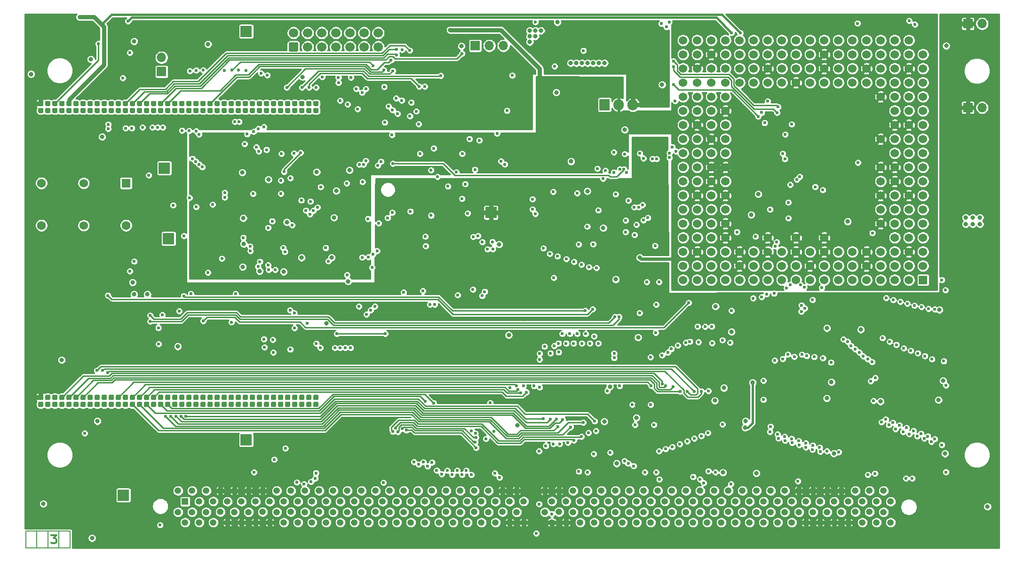
<source format=gbr>
G04 #@! TF.GenerationSoftware,KiCad,Pcbnew,(5.1.10-1-10_14)*
G04 #@! TF.CreationDate,2021-08-09T19:17:03+02:00*
G04 #@! TF.ProjectId,A3660_shanshe_mod2,41333636-305f-4736-9861-6e7368655f6d,rev?*
G04 #@! TF.SameCoordinates,Original*
G04 #@! TF.FileFunction,Copper,L3,Inr*
G04 #@! TF.FilePolarity,Positive*
%FSLAX46Y46*%
G04 Gerber Fmt 4.6, Leading zero omitted, Abs format (unit mm)*
G04 Created by KiCad (PCBNEW (5.1.10-1-10_14)) date 2021-08-09 19:17:03*
%MOMM*%
%LPD*%
G01*
G04 APERTURE LIST*
G04 #@! TA.AperFunction,NonConductor*
%ADD10C,0.150000*%
G04 #@! TD*
G04 #@! TA.AperFunction,NonConductor*
%ADD11C,0.300000*%
G04 #@! TD*
G04 #@! TA.AperFunction,ComponentPad*
%ADD12R,1.524000X1.524000*%
G04 #@! TD*
G04 #@! TA.AperFunction,ComponentPad*
%ADD13C,1.524000*%
G04 #@! TD*
G04 #@! TA.AperFunction,ComponentPad*
%ADD14R,0.950000X0.950000*%
G04 #@! TD*
G04 #@! TA.AperFunction,ComponentPad*
%ADD15C,1.700000*%
G04 #@! TD*
G04 #@! TA.AperFunction,ComponentPad*
%ADD16R,1.905000X2.000000*%
G04 #@! TD*
G04 #@! TA.AperFunction,ComponentPad*
%ADD17O,1.905000X2.000000*%
G04 #@! TD*
G04 #@! TA.AperFunction,ComponentPad*
%ADD18R,1.700000X1.700000*%
G04 #@! TD*
G04 #@! TA.AperFunction,ComponentPad*
%ADD19O,1.700000X1.700000*%
G04 #@! TD*
G04 #@! TA.AperFunction,ComponentPad*
%ADD20O,1.200000X1.200000*%
G04 #@! TD*
G04 #@! TA.AperFunction,ComponentPad*
%ADD21R,1.200000X1.200000*%
G04 #@! TD*
G04 #@! TA.AperFunction,ComponentPad*
%ADD22C,1.600000*%
G04 #@! TD*
G04 #@! TA.AperFunction,ComponentPad*
%ADD23R,1.600000X1.600000*%
G04 #@! TD*
G04 #@! TA.AperFunction,ComponentPad*
%ADD24R,2.000000X2.000000*%
G04 #@! TD*
G04 #@! TA.AperFunction,ViaPad*
%ADD25C,0.800000*%
G04 #@! TD*
G04 #@! TA.AperFunction,ViaPad*
%ADD26C,0.600000*%
G04 #@! TD*
G04 #@! TA.AperFunction,Conductor*
%ADD27C,0.800000*%
G04 #@! TD*
G04 #@! TA.AperFunction,Conductor*
%ADD28C,0.250000*%
G04 #@! TD*
G04 #@! TA.AperFunction,Conductor*
%ADD29C,0.600000*%
G04 #@! TD*
G04 #@! TA.AperFunction,Conductor*
%ADD30C,0.400000*%
G04 #@! TD*
G04 #@! TA.AperFunction,Conductor*
%ADD31C,0.254000*%
G04 #@! TD*
G04 #@! TA.AperFunction,Conductor*
%ADD32C,0.100000*%
G04 #@! TD*
G04 APERTURE END LIST*
D10*
X82555500Y-122301000D02*
X82555500Y-125349000D01*
X84555500Y-122301000D02*
X84555500Y-125349000D01*
X80555500Y-122301000D02*
X80555500Y-125349000D01*
X78549500Y-122301000D02*
X86549500Y-122301000D01*
X78549500Y-125349000D02*
X78549500Y-122301000D01*
X86549500Y-125349000D02*
X78549500Y-125349000D01*
X86549500Y-122301000D02*
X86549500Y-125349000D01*
D11*
X83129500Y-123003571D02*
X84058071Y-123003571D01*
X83558071Y-123575000D01*
X83772357Y-123575000D01*
X83915214Y-123646428D01*
X83986642Y-123717857D01*
X84058071Y-123860714D01*
X84058071Y-124217857D01*
X83986642Y-124360714D01*
X83915214Y-124432142D01*
X83772357Y-124503571D01*
X83343785Y-124503571D01*
X83200928Y-124432142D01*
X83129500Y-124360714D01*
D12*
X240055000Y-77050900D03*
D13*
X237515000Y-77050900D03*
X234975000Y-77050900D03*
X232435000Y-77050900D03*
X229895000Y-77050900D03*
X227355000Y-77050900D03*
X224815000Y-77050900D03*
X222275000Y-77050900D03*
X219735000Y-77050900D03*
X217195000Y-77050900D03*
X214655000Y-77050900D03*
X212115000Y-77050900D03*
X209575000Y-77050900D03*
X207035000Y-77050900D03*
X204495000Y-77050900D03*
X201955000Y-77050900D03*
X199415000Y-77050900D03*
X196875000Y-77050900D03*
X240055000Y-74510900D03*
X237515000Y-74510900D03*
X234975000Y-74510900D03*
X232435000Y-74510900D03*
X229895000Y-74510900D03*
X227355000Y-74510900D03*
X224815000Y-74510900D03*
X222275000Y-74510900D03*
X219735000Y-74510900D03*
X217195000Y-74510900D03*
X214655000Y-74510900D03*
X212115000Y-74510900D03*
X209575000Y-74510900D03*
X207035000Y-74510900D03*
X204495000Y-74510900D03*
X201955000Y-74510900D03*
X199415000Y-74510900D03*
X196875000Y-74510900D03*
X240055000Y-71970900D03*
X237515000Y-71970900D03*
X234975000Y-71970900D03*
X232435000Y-71970900D03*
X229895000Y-71970900D03*
X227355000Y-71970900D03*
X224815000Y-71970900D03*
X222275000Y-71970900D03*
X219735000Y-71970900D03*
X217195000Y-71970900D03*
X214655000Y-71970900D03*
X212115000Y-71970900D03*
X209575000Y-71970900D03*
X207035000Y-71970900D03*
X204495000Y-71970900D03*
X201955000Y-71970900D03*
X199415000Y-71970900D03*
X196875000Y-71970900D03*
X240055000Y-69430900D03*
X237515000Y-69430900D03*
X234975000Y-69430900D03*
X201955000Y-69430900D03*
X199415000Y-69430900D03*
X196875000Y-69430900D03*
X240055000Y-66890900D03*
X237515000Y-66890900D03*
X234975000Y-66890900D03*
X201955000Y-66890900D03*
X199415000Y-66890900D03*
X196875000Y-66890900D03*
X240055000Y-64350900D03*
X237515000Y-64350900D03*
X234975000Y-64350900D03*
X201955000Y-64350900D03*
X199415000Y-64350900D03*
X196875000Y-64350900D03*
X240055000Y-61810900D03*
X237515000Y-61810900D03*
X234975000Y-61810900D03*
X201955000Y-61810900D03*
X199415000Y-61810900D03*
X196875000Y-61810900D03*
X240055000Y-59270900D03*
X237515000Y-59270900D03*
X234975000Y-59270900D03*
X201955000Y-59270900D03*
X199415000Y-59270900D03*
X196875000Y-59270900D03*
X240055000Y-56730900D03*
X237515000Y-56730900D03*
X234975000Y-56730900D03*
X201955000Y-56730900D03*
X199415000Y-56730900D03*
X196875000Y-56730900D03*
X240055000Y-54190900D03*
X237515000Y-54190900D03*
X234975000Y-54190900D03*
X201955000Y-54190900D03*
X199415000Y-54190900D03*
X196875000Y-54190900D03*
X240055000Y-51650900D03*
X237515000Y-51650900D03*
X234975000Y-51650900D03*
X201955000Y-51650900D03*
X199415000Y-51650900D03*
X196875000Y-51650900D03*
X240055000Y-49110900D03*
X237515000Y-49110900D03*
X234975000Y-49110900D03*
X201955000Y-49110900D03*
X199415000Y-49110900D03*
X196875000Y-49110900D03*
X240055000Y-46570900D03*
X237515000Y-46570900D03*
X234975000Y-46570900D03*
X201955000Y-46570900D03*
X199415000Y-46570900D03*
X196875000Y-46570900D03*
X240055000Y-44030900D03*
X237515000Y-44030900D03*
X234975000Y-44030900D03*
X201955000Y-44030900D03*
X199415000Y-44030900D03*
X196875000Y-44030900D03*
X240055000Y-41490900D03*
X237515000Y-41490900D03*
X234975000Y-41490900D03*
X201955000Y-41490900D03*
X199415000Y-41490900D03*
X196875000Y-41490900D03*
X240055000Y-38950900D03*
X237515000Y-38950900D03*
X234975000Y-38950900D03*
X232435000Y-38950900D03*
X229895000Y-38950900D03*
X227355000Y-38950900D03*
X224815000Y-38950900D03*
X222275000Y-38950900D03*
X219735000Y-38950900D03*
X217195000Y-38950900D03*
X214655000Y-38950900D03*
X212115000Y-38950900D03*
X209575000Y-38950900D03*
X207035000Y-38950900D03*
X204495000Y-38950900D03*
X201955000Y-38950900D03*
X199415000Y-38950900D03*
X196875000Y-38950900D03*
X240055000Y-36410900D03*
X237515000Y-36410900D03*
X234975000Y-36410900D03*
X232435000Y-36410900D03*
X229895000Y-36410900D03*
X227355000Y-36410900D03*
X224815000Y-36410900D03*
X222275000Y-36410900D03*
X219735000Y-36410900D03*
X217195000Y-36410900D03*
X214655000Y-36410900D03*
X212115000Y-36410900D03*
X209575000Y-36410900D03*
X207035000Y-36410900D03*
X204495000Y-36410900D03*
X201955000Y-36410900D03*
X199415000Y-36410900D03*
X196875000Y-36410900D03*
X237515000Y-33870900D03*
X234975000Y-33870900D03*
X232435000Y-33870900D03*
X229895000Y-33870900D03*
X227355000Y-33870900D03*
X224815000Y-33870900D03*
X222275000Y-33870900D03*
X219735000Y-33870900D03*
X217195000Y-33870900D03*
X214655000Y-33870900D03*
X212115000Y-33870900D03*
X209575000Y-33870900D03*
X207035000Y-33870900D03*
X204495000Y-33870900D03*
X201955000Y-33870900D03*
X199415000Y-33870900D03*
X196875000Y-33870900D03*
X222275000Y-69430900D03*
X217195000Y-69430900D03*
X212115000Y-69430900D03*
X204495000Y-69430900D03*
X232435000Y-66890900D03*
X204495000Y-66890900D03*
X232435000Y-64350900D03*
X204495000Y-64350900D03*
X232435000Y-61810900D03*
X204495000Y-61810900D03*
X232435000Y-59270900D03*
X204495000Y-59270900D03*
X232435000Y-56730900D03*
X204495000Y-56730900D03*
X204495000Y-54190900D03*
X232435000Y-51650900D03*
X204495000Y-51650900D03*
X204495000Y-49110900D03*
X204495000Y-46570900D03*
X232435000Y-44030900D03*
X204495000Y-44030900D03*
X232435000Y-41490900D03*
X229895000Y-41490900D03*
X227355000Y-41490900D03*
X224815000Y-41490900D03*
X222275000Y-41490900D03*
X219735000Y-41490900D03*
X217195000Y-41490900D03*
X214655000Y-41490900D03*
X212115000Y-41490900D03*
X209575000Y-41490900D03*
X207035000Y-41490900D03*
X204495000Y-41490900D03*
G04 #@! TA.AperFunction,ComponentPad*
G36*
G01*
X130555500Y-46051500D02*
X131030500Y-46051500D01*
G75*
G02*
X131268000Y-46289000I0J-237500D01*
G01*
X131268000Y-46764000D01*
G75*
G02*
X131030500Y-47001500I-237500J0D01*
G01*
X130555500Y-47001500D01*
G75*
G02*
X130318000Y-46764000I0J237500D01*
G01*
X130318000Y-46289000D01*
G75*
G02*
X130555500Y-46051500I237500J0D01*
G01*
G37*
G04 #@! TD.AperFunction*
G04 #@! TA.AperFunction,ComponentPad*
G36*
G01*
X130555500Y-44781500D02*
X131030500Y-44781500D01*
G75*
G02*
X131268000Y-45019000I0J-237500D01*
G01*
X131268000Y-45494000D01*
G75*
G02*
X131030500Y-45731500I-237500J0D01*
G01*
X130555500Y-45731500D01*
G75*
G02*
X130318000Y-45494000I0J237500D01*
G01*
X130318000Y-45019000D01*
G75*
G02*
X130555500Y-44781500I237500J0D01*
G01*
G37*
G04 #@! TD.AperFunction*
G04 #@! TA.AperFunction,ComponentPad*
G36*
G01*
X129285500Y-46051500D02*
X129760500Y-46051500D01*
G75*
G02*
X129998000Y-46289000I0J-237500D01*
G01*
X129998000Y-46764000D01*
G75*
G02*
X129760500Y-47001500I-237500J0D01*
G01*
X129285500Y-47001500D01*
G75*
G02*
X129048000Y-46764000I0J237500D01*
G01*
X129048000Y-46289000D01*
G75*
G02*
X129285500Y-46051500I237500J0D01*
G01*
G37*
G04 #@! TD.AperFunction*
G04 #@! TA.AperFunction,ComponentPad*
G36*
G01*
X129285500Y-44781500D02*
X129760500Y-44781500D01*
G75*
G02*
X129998000Y-45019000I0J-237500D01*
G01*
X129998000Y-45494000D01*
G75*
G02*
X129760500Y-45731500I-237500J0D01*
G01*
X129285500Y-45731500D01*
G75*
G02*
X129048000Y-45494000I0J237500D01*
G01*
X129048000Y-45019000D01*
G75*
G02*
X129285500Y-44781500I237500J0D01*
G01*
G37*
G04 #@! TD.AperFunction*
G04 #@! TA.AperFunction,ComponentPad*
G36*
G01*
X128015500Y-46051500D02*
X128490500Y-46051500D01*
G75*
G02*
X128728000Y-46289000I0J-237500D01*
G01*
X128728000Y-46764000D01*
G75*
G02*
X128490500Y-47001500I-237500J0D01*
G01*
X128015500Y-47001500D01*
G75*
G02*
X127778000Y-46764000I0J237500D01*
G01*
X127778000Y-46289000D01*
G75*
G02*
X128015500Y-46051500I237500J0D01*
G01*
G37*
G04 #@! TD.AperFunction*
G04 #@! TA.AperFunction,ComponentPad*
G36*
G01*
X128015500Y-44781500D02*
X128490500Y-44781500D01*
G75*
G02*
X128728000Y-45019000I0J-237500D01*
G01*
X128728000Y-45494000D01*
G75*
G02*
X128490500Y-45731500I-237500J0D01*
G01*
X128015500Y-45731500D01*
G75*
G02*
X127778000Y-45494000I0J237500D01*
G01*
X127778000Y-45019000D01*
G75*
G02*
X128015500Y-44781500I237500J0D01*
G01*
G37*
G04 #@! TD.AperFunction*
G04 #@! TA.AperFunction,ComponentPad*
G36*
G01*
X126745500Y-46051500D02*
X127220500Y-46051500D01*
G75*
G02*
X127458000Y-46289000I0J-237500D01*
G01*
X127458000Y-46764000D01*
G75*
G02*
X127220500Y-47001500I-237500J0D01*
G01*
X126745500Y-47001500D01*
G75*
G02*
X126508000Y-46764000I0J237500D01*
G01*
X126508000Y-46289000D01*
G75*
G02*
X126745500Y-46051500I237500J0D01*
G01*
G37*
G04 #@! TD.AperFunction*
G04 #@! TA.AperFunction,ComponentPad*
G36*
G01*
X126745500Y-44781500D02*
X127220500Y-44781500D01*
G75*
G02*
X127458000Y-45019000I0J-237500D01*
G01*
X127458000Y-45494000D01*
G75*
G02*
X127220500Y-45731500I-237500J0D01*
G01*
X126745500Y-45731500D01*
G75*
G02*
X126508000Y-45494000I0J237500D01*
G01*
X126508000Y-45019000D01*
G75*
G02*
X126745500Y-44781500I237500J0D01*
G01*
G37*
G04 #@! TD.AperFunction*
G04 #@! TA.AperFunction,ComponentPad*
G36*
G01*
X125475500Y-46051500D02*
X125950500Y-46051500D01*
G75*
G02*
X126188000Y-46289000I0J-237500D01*
G01*
X126188000Y-46764000D01*
G75*
G02*
X125950500Y-47001500I-237500J0D01*
G01*
X125475500Y-47001500D01*
G75*
G02*
X125238000Y-46764000I0J237500D01*
G01*
X125238000Y-46289000D01*
G75*
G02*
X125475500Y-46051500I237500J0D01*
G01*
G37*
G04 #@! TD.AperFunction*
G04 #@! TA.AperFunction,ComponentPad*
G36*
G01*
X125475500Y-44781500D02*
X125950500Y-44781500D01*
G75*
G02*
X126188000Y-45019000I0J-237500D01*
G01*
X126188000Y-45494000D01*
G75*
G02*
X125950500Y-45731500I-237500J0D01*
G01*
X125475500Y-45731500D01*
G75*
G02*
X125238000Y-45494000I0J237500D01*
G01*
X125238000Y-45019000D01*
G75*
G02*
X125475500Y-44781500I237500J0D01*
G01*
G37*
G04 #@! TD.AperFunction*
G04 #@! TA.AperFunction,ComponentPad*
G36*
G01*
X124205500Y-46051500D02*
X124680500Y-46051500D01*
G75*
G02*
X124918000Y-46289000I0J-237500D01*
G01*
X124918000Y-46764000D01*
G75*
G02*
X124680500Y-47001500I-237500J0D01*
G01*
X124205500Y-47001500D01*
G75*
G02*
X123968000Y-46764000I0J237500D01*
G01*
X123968000Y-46289000D01*
G75*
G02*
X124205500Y-46051500I237500J0D01*
G01*
G37*
G04 #@! TD.AperFunction*
G04 #@! TA.AperFunction,ComponentPad*
G36*
G01*
X124205500Y-44781500D02*
X124680500Y-44781500D01*
G75*
G02*
X124918000Y-45019000I0J-237500D01*
G01*
X124918000Y-45494000D01*
G75*
G02*
X124680500Y-45731500I-237500J0D01*
G01*
X124205500Y-45731500D01*
G75*
G02*
X123968000Y-45494000I0J237500D01*
G01*
X123968000Y-45019000D01*
G75*
G02*
X124205500Y-44781500I237500J0D01*
G01*
G37*
G04 #@! TD.AperFunction*
G04 #@! TA.AperFunction,ComponentPad*
G36*
G01*
X122935500Y-46051500D02*
X123410500Y-46051500D01*
G75*
G02*
X123648000Y-46289000I0J-237500D01*
G01*
X123648000Y-46764000D01*
G75*
G02*
X123410500Y-47001500I-237500J0D01*
G01*
X122935500Y-47001500D01*
G75*
G02*
X122698000Y-46764000I0J237500D01*
G01*
X122698000Y-46289000D01*
G75*
G02*
X122935500Y-46051500I237500J0D01*
G01*
G37*
G04 #@! TD.AperFunction*
G04 #@! TA.AperFunction,ComponentPad*
G36*
G01*
X122935500Y-44781500D02*
X123410500Y-44781500D01*
G75*
G02*
X123648000Y-45019000I0J-237500D01*
G01*
X123648000Y-45494000D01*
G75*
G02*
X123410500Y-45731500I-237500J0D01*
G01*
X122935500Y-45731500D01*
G75*
G02*
X122698000Y-45494000I0J237500D01*
G01*
X122698000Y-45019000D01*
G75*
G02*
X122935500Y-44781500I237500J0D01*
G01*
G37*
G04 #@! TD.AperFunction*
G04 #@! TA.AperFunction,ComponentPad*
G36*
G01*
X121665500Y-46051500D02*
X122140500Y-46051500D01*
G75*
G02*
X122378000Y-46289000I0J-237500D01*
G01*
X122378000Y-46764000D01*
G75*
G02*
X122140500Y-47001500I-237500J0D01*
G01*
X121665500Y-47001500D01*
G75*
G02*
X121428000Y-46764000I0J237500D01*
G01*
X121428000Y-46289000D01*
G75*
G02*
X121665500Y-46051500I237500J0D01*
G01*
G37*
G04 #@! TD.AperFunction*
G04 #@! TA.AperFunction,ComponentPad*
G36*
G01*
X121665500Y-44781500D02*
X122140500Y-44781500D01*
G75*
G02*
X122378000Y-45019000I0J-237500D01*
G01*
X122378000Y-45494000D01*
G75*
G02*
X122140500Y-45731500I-237500J0D01*
G01*
X121665500Y-45731500D01*
G75*
G02*
X121428000Y-45494000I0J237500D01*
G01*
X121428000Y-45019000D01*
G75*
G02*
X121665500Y-44781500I237500J0D01*
G01*
G37*
G04 #@! TD.AperFunction*
G04 #@! TA.AperFunction,ComponentPad*
G36*
G01*
X120395500Y-46051500D02*
X120870500Y-46051500D01*
G75*
G02*
X121108000Y-46289000I0J-237500D01*
G01*
X121108000Y-46764000D01*
G75*
G02*
X120870500Y-47001500I-237500J0D01*
G01*
X120395500Y-47001500D01*
G75*
G02*
X120158000Y-46764000I0J237500D01*
G01*
X120158000Y-46289000D01*
G75*
G02*
X120395500Y-46051500I237500J0D01*
G01*
G37*
G04 #@! TD.AperFunction*
G04 #@! TA.AperFunction,ComponentPad*
G36*
G01*
X120395500Y-44781500D02*
X120870500Y-44781500D01*
G75*
G02*
X121108000Y-45019000I0J-237500D01*
G01*
X121108000Y-45494000D01*
G75*
G02*
X120870500Y-45731500I-237500J0D01*
G01*
X120395500Y-45731500D01*
G75*
G02*
X120158000Y-45494000I0J237500D01*
G01*
X120158000Y-45019000D01*
G75*
G02*
X120395500Y-44781500I237500J0D01*
G01*
G37*
G04 #@! TD.AperFunction*
G04 #@! TA.AperFunction,ComponentPad*
G36*
G01*
X119125500Y-46051500D02*
X119600500Y-46051500D01*
G75*
G02*
X119838000Y-46289000I0J-237500D01*
G01*
X119838000Y-46764000D01*
G75*
G02*
X119600500Y-47001500I-237500J0D01*
G01*
X119125500Y-47001500D01*
G75*
G02*
X118888000Y-46764000I0J237500D01*
G01*
X118888000Y-46289000D01*
G75*
G02*
X119125500Y-46051500I237500J0D01*
G01*
G37*
G04 #@! TD.AperFunction*
G04 #@! TA.AperFunction,ComponentPad*
G36*
G01*
X119125500Y-44781500D02*
X119600500Y-44781500D01*
G75*
G02*
X119838000Y-45019000I0J-237500D01*
G01*
X119838000Y-45494000D01*
G75*
G02*
X119600500Y-45731500I-237500J0D01*
G01*
X119125500Y-45731500D01*
G75*
G02*
X118888000Y-45494000I0J237500D01*
G01*
X118888000Y-45019000D01*
G75*
G02*
X119125500Y-44781500I237500J0D01*
G01*
G37*
G04 #@! TD.AperFunction*
G04 #@! TA.AperFunction,ComponentPad*
G36*
G01*
X117855500Y-46051500D02*
X118330500Y-46051500D01*
G75*
G02*
X118568000Y-46289000I0J-237500D01*
G01*
X118568000Y-46764000D01*
G75*
G02*
X118330500Y-47001500I-237500J0D01*
G01*
X117855500Y-47001500D01*
G75*
G02*
X117618000Y-46764000I0J237500D01*
G01*
X117618000Y-46289000D01*
G75*
G02*
X117855500Y-46051500I237500J0D01*
G01*
G37*
G04 #@! TD.AperFunction*
G04 #@! TA.AperFunction,ComponentPad*
G36*
G01*
X117855500Y-44781500D02*
X118330500Y-44781500D01*
G75*
G02*
X118568000Y-45019000I0J-237500D01*
G01*
X118568000Y-45494000D01*
G75*
G02*
X118330500Y-45731500I-237500J0D01*
G01*
X117855500Y-45731500D01*
G75*
G02*
X117618000Y-45494000I0J237500D01*
G01*
X117618000Y-45019000D01*
G75*
G02*
X117855500Y-44781500I237500J0D01*
G01*
G37*
G04 #@! TD.AperFunction*
G04 #@! TA.AperFunction,ComponentPad*
G36*
G01*
X116585500Y-46051500D02*
X117060500Y-46051500D01*
G75*
G02*
X117298000Y-46289000I0J-237500D01*
G01*
X117298000Y-46764000D01*
G75*
G02*
X117060500Y-47001500I-237500J0D01*
G01*
X116585500Y-47001500D01*
G75*
G02*
X116348000Y-46764000I0J237500D01*
G01*
X116348000Y-46289000D01*
G75*
G02*
X116585500Y-46051500I237500J0D01*
G01*
G37*
G04 #@! TD.AperFunction*
G04 #@! TA.AperFunction,ComponentPad*
G36*
G01*
X116585500Y-44781500D02*
X117060500Y-44781500D01*
G75*
G02*
X117298000Y-45019000I0J-237500D01*
G01*
X117298000Y-45494000D01*
G75*
G02*
X117060500Y-45731500I-237500J0D01*
G01*
X116585500Y-45731500D01*
G75*
G02*
X116348000Y-45494000I0J237500D01*
G01*
X116348000Y-45019000D01*
G75*
G02*
X116585500Y-44781500I237500J0D01*
G01*
G37*
G04 #@! TD.AperFunction*
G04 #@! TA.AperFunction,ComponentPad*
G36*
G01*
X115315500Y-46051500D02*
X115790500Y-46051500D01*
G75*
G02*
X116028000Y-46289000I0J-237500D01*
G01*
X116028000Y-46764000D01*
G75*
G02*
X115790500Y-47001500I-237500J0D01*
G01*
X115315500Y-47001500D01*
G75*
G02*
X115078000Y-46764000I0J237500D01*
G01*
X115078000Y-46289000D01*
G75*
G02*
X115315500Y-46051500I237500J0D01*
G01*
G37*
G04 #@! TD.AperFunction*
G04 #@! TA.AperFunction,ComponentPad*
G36*
G01*
X115315500Y-44781500D02*
X115790500Y-44781500D01*
G75*
G02*
X116028000Y-45019000I0J-237500D01*
G01*
X116028000Y-45494000D01*
G75*
G02*
X115790500Y-45731500I-237500J0D01*
G01*
X115315500Y-45731500D01*
G75*
G02*
X115078000Y-45494000I0J237500D01*
G01*
X115078000Y-45019000D01*
G75*
G02*
X115315500Y-44781500I237500J0D01*
G01*
G37*
G04 #@! TD.AperFunction*
G04 #@! TA.AperFunction,ComponentPad*
G36*
G01*
X114045500Y-46051500D02*
X114520500Y-46051500D01*
G75*
G02*
X114758000Y-46289000I0J-237500D01*
G01*
X114758000Y-46764000D01*
G75*
G02*
X114520500Y-47001500I-237500J0D01*
G01*
X114045500Y-47001500D01*
G75*
G02*
X113808000Y-46764000I0J237500D01*
G01*
X113808000Y-46289000D01*
G75*
G02*
X114045500Y-46051500I237500J0D01*
G01*
G37*
G04 #@! TD.AperFunction*
G04 #@! TA.AperFunction,ComponentPad*
G36*
G01*
X114045500Y-44781500D02*
X114520500Y-44781500D01*
G75*
G02*
X114758000Y-45019000I0J-237500D01*
G01*
X114758000Y-45494000D01*
G75*
G02*
X114520500Y-45731500I-237500J0D01*
G01*
X114045500Y-45731500D01*
G75*
G02*
X113808000Y-45494000I0J237500D01*
G01*
X113808000Y-45019000D01*
G75*
G02*
X114045500Y-44781500I237500J0D01*
G01*
G37*
G04 #@! TD.AperFunction*
G04 #@! TA.AperFunction,ComponentPad*
G36*
G01*
X112775500Y-46051500D02*
X113250500Y-46051500D01*
G75*
G02*
X113488000Y-46289000I0J-237500D01*
G01*
X113488000Y-46764000D01*
G75*
G02*
X113250500Y-47001500I-237500J0D01*
G01*
X112775500Y-47001500D01*
G75*
G02*
X112538000Y-46764000I0J237500D01*
G01*
X112538000Y-46289000D01*
G75*
G02*
X112775500Y-46051500I237500J0D01*
G01*
G37*
G04 #@! TD.AperFunction*
G04 #@! TA.AperFunction,ComponentPad*
G36*
G01*
X112775500Y-44781500D02*
X113250500Y-44781500D01*
G75*
G02*
X113488000Y-45019000I0J-237500D01*
G01*
X113488000Y-45494000D01*
G75*
G02*
X113250500Y-45731500I-237500J0D01*
G01*
X112775500Y-45731500D01*
G75*
G02*
X112538000Y-45494000I0J237500D01*
G01*
X112538000Y-45019000D01*
G75*
G02*
X112775500Y-44781500I237500J0D01*
G01*
G37*
G04 #@! TD.AperFunction*
G04 #@! TA.AperFunction,ComponentPad*
G36*
G01*
X111505500Y-46051500D02*
X111980500Y-46051500D01*
G75*
G02*
X112218000Y-46289000I0J-237500D01*
G01*
X112218000Y-46764000D01*
G75*
G02*
X111980500Y-47001500I-237500J0D01*
G01*
X111505500Y-47001500D01*
G75*
G02*
X111268000Y-46764000I0J237500D01*
G01*
X111268000Y-46289000D01*
G75*
G02*
X111505500Y-46051500I237500J0D01*
G01*
G37*
G04 #@! TD.AperFunction*
G04 #@! TA.AperFunction,ComponentPad*
G36*
G01*
X111505500Y-44781500D02*
X111980500Y-44781500D01*
G75*
G02*
X112218000Y-45019000I0J-237500D01*
G01*
X112218000Y-45494000D01*
G75*
G02*
X111980500Y-45731500I-237500J0D01*
G01*
X111505500Y-45731500D01*
G75*
G02*
X111268000Y-45494000I0J237500D01*
G01*
X111268000Y-45019000D01*
G75*
G02*
X111505500Y-44781500I237500J0D01*
G01*
G37*
G04 #@! TD.AperFunction*
G04 #@! TA.AperFunction,ComponentPad*
G36*
G01*
X110235500Y-46051500D02*
X110710500Y-46051500D01*
G75*
G02*
X110948000Y-46289000I0J-237500D01*
G01*
X110948000Y-46764000D01*
G75*
G02*
X110710500Y-47001500I-237500J0D01*
G01*
X110235500Y-47001500D01*
G75*
G02*
X109998000Y-46764000I0J237500D01*
G01*
X109998000Y-46289000D01*
G75*
G02*
X110235500Y-46051500I237500J0D01*
G01*
G37*
G04 #@! TD.AperFunction*
G04 #@! TA.AperFunction,ComponentPad*
G36*
G01*
X110235500Y-44781500D02*
X110710500Y-44781500D01*
G75*
G02*
X110948000Y-45019000I0J-237500D01*
G01*
X110948000Y-45494000D01*
G75*
G02*
X110710500Y-45731500I-237500J0D01*
G01*
X110235500Y-45731500D01*
G75*
G02*
X109998000Y-45494000I0J237500D01*
G01*
X109998000Y-45019000D01*
G75*
G02*
X110235500Y-44781500I237500J0D01*
G01*
G37*
G04 #@! TD.AperFunction*
G04 #@! TA.AperFunction,ComponentPad*
G36*
G01*
X108965500Y-46051500D02*
X109440500Y-46051500D01*
G75*
G02*
X109678000Y-46289000I0J-237500D01*
G01*
X109678000Y-46764000D01*
G75*
G02*
X109440500Y-47001500I-237500J0D01*
G01*
X108965500Y-47001500D01*
G75*
G02*
X108728000Y-46764000I0J237500D01*
G01*
X108728000Y-46289000D01*
G75*
G02*
X108965500Y-46051500I237500J0D01*
G01*
G37*
G04 #@! TD.AperFunction*
G04 #@! TA.AperFunction,ComponentPad*
G36*
G01*
X108965500Y-44781500D02*
X109440500Y-44781500D01*
G75*
G02*
X109678000Y-45019000I0J-237500D01*
G01*
X109678000Y-45494000D01*
G75*
G02*
X109440500Y-45731500I-237500J0D01*
G01*
X108965500Y-45731500D01*
G75*
G02*
X108728000Y-45494000I0J237500D01*
G01*
X108728000Y-45019000D01*
G75*
G02*
X108965500Y-44781500I237500J0D01*
G01*
G37*
G04 #@! TD.AperFunction*
G04 #@! TA.AperFunction,ComponentPad*
G36*
G01*
X107695500Y-46051500D02*
X108170500Y-46051500D01*
G75*
G02*
X108408000Y-46289000I0J-237500D01*
G01*
X108408000Y-46764000D01*
G75*
G02*
X108170500Y-47001500I-237500J0D01*
G01*
X107695500Y-47001500D01*
G75*
G02*
X107458000Y-46764000I0J237500D01*
G01*
X107458000Y-46289000D01*
G75*
G02*
X107695500Y-46051500I237500J0D01*
G01*
G37*
G04 #@! TD.AperFunction*
G04 #@! TA.AperFunction,ComponentPad*
G36*
G01*
X107695500Y-44781500D02*
X108170500Y-44781500D01*
G75*
G02*
X108408000Y-45019000I0J-237500D01*
G01*
X108408000Y-45494000D01*
G75*
G02*
X108170500Y-45731500I-237500J0D01*
G01*
X107695500Y-45731500D01*
G75*
G02*
X107458000Y-45494000I0J237500D01*
G01*
X107458000Y-45019000D01*
G75*
G02*
X107695500Y-44781500I237500J0D01*
G01*
G37*
G04 #@! TD.AperFunction*
G04 #@! TA.AperFunction,ComponentPad*
G36*
G01*
X106425500Y-46051500D02*
X106900500Y-46051500D01*
G75*
G02*
X107138000Y-46289000I0J-237500D01*
G01*
X107138000Y-46764000D01*
G75*
G02*
X106900500Y-47001500I-237500J0D01*
G01*
X106425500Y-47001500D01*
G75*
G02*
X106188000Y-46764000I0J237500D01*
G01*
X106188000Y-46289000D01*
G75*
G02*
X106425500Y-46051500I237500J0D01*
G01*
G37*
G04 #@! TD.AperFunction*
G04 #@! TA.AperFunction,ComponentPad*
G36*
G01*
X106425500Y-44781500D02*
X106900500Y-44781500D01*
G75*
G02*
X107138000Y-45019000I0J-237500D01*
G01*
X107138000Y-45494000D01*
G75*
G02*
X106900500Y-45731500I-237500J0D01*
G01*
X106425500Y-45731500D01*
G75*
G02*
X106188000Y-45494000I0J237500D01*
G01*
X106188000Y-45019000D01*
G75*
G02*
X106425500Y-44781500I237500J0D01*
G01*
G37*
G04 #@! TD.AperFunction*
G04 #@! TA.AperFunction,ComponentPad*
G36*
G01*
X105155500Y-46051500D02*
X105630500Y-46051500D01*
G75*
G02*
X105868000Y-46289000I0J-237500D01*
G01*
X105868000Y-46764000D01*
G75*
G02*
X105630500Y-47001500I-237500J0D01*
G01*
X105155500Y-47001500D01*
G75*
G02*
X104918000Y-46764000I0J237500D01*
G01*
X104918000Y-46289000D01*
G75*
G02*
X105155500Y-46051500I237500J0D01*
G01*
G37*
G04 #@! TD.AperFunction*
G04 #@! TA.AperFunction,ComponentPad*
G36*
G01*
X105155500Y-44781500D02*
X105630500Y-44781500D01*
G75*
G02*
X105868000Y-45019000I0J-237500D01*
G01*
X105868000Y-45494000D01*
G75*
G02*
X105630500Y-45731500I-237500J0D01*
G01*
X105155500Y-45731500D01*
G75*
G02*
X104918000Y-45494000I0J237500D01*
G01*
X104918000Y-45019000D01*
G75*
G02*
X105155500Y-44781500I237500J0D01*
G01*
G37*
G04 #@! TD.AperFunction*
G04 #@! TA.AperFunction,ComponentPad*
G36*
G01*
X103885500Y-46051500D02*
X104360500Y-46051500D01*
G75*
G02*
X104598000Y-46289000I0J-237500D01*
G01*
X104598000Y-46764000D01*
G75*
G02*
X104360500Y-47001500I-237500J0D01*
G01*
X103885500Y-47001500D01*
G75*
G02*
X103648000Y-46764000I0J237500D01*
G01*
X103648000Y-46289000D01*
G75*
G02*
X103885500Y-46051500I237500J0D01*
G01*
G37*
G04 #@! TD.AperFunction*
G04 #@! TA.AperFunction,ComponentPad*
G36*
G01*
X103885500Y-44781500D02*
X104360500Y-44781500D01*
G75*
G02*
X104598000Y-45019000I0J-237500D01*
G01*
X104598000Y-45494000D01*
G75*
G02*
X104360500Y-45731500I-237500J0D01*
G01*
X103885500Y-45731500D01*
G75*
G02*
X103648000Y-45494000I0J237500D01*
G01*
X103648000Y-45019000D01*
G75*
G02*
X103885500Y-44781500I237500J0D01*
G01*
G37*
G04 #@! TD.AperFunction*
G04 #@! TA.AperFunction,ComponentPad*
G36*
G01*
X102615500Y-46051500D02*
X103090500Y-46051500D01*
G75*
G02*
X103328000Y-46289000I0J-237500D01*
G01*
X103328000Y-46764000D01*
G75*
G02*
X103090500Y-47001500I-237500J0D01*
G01*
X102615500Y-47001500D01*
G75*
G02*
X102378000Y-46764000I0J237500D01*
G01*
X102378000Y-46289000D01*
G75*
G02*
X102615500Y-46051500I237500J0D01*
G01*
G37*
G04 #@! TD.AperFunction*
G04 #@! TA.AperFunction,ComponentPad*
G36*
G01*
X102615500Y-44781500D02*
X103090500Y-44781500D01*
G75*
G02*
X103328000Y-45019000I0J-237500D01*
G01*
X103328000Y-45494000D01*
G75*
G02*
X103090500Y-45731500I-237500J0D01*
G01*
X102615500Y-45731500D01*
G75*
G02*
X102378000Y-45494000I0J237500D01*
G01*
X102378000Y-45019000D01*
G75*
G02*
X102615500Y-44781500I237500J0D01*
G01*
G37*
G04 #@! TD.AperFunction*
G04 #@! TA.AperFunction,ComponentPad*
G36*
G01*
X101345500Y-46051500D02*
X101820500Y-46051500D01*
G75*
G02*
X102058000Y-46289000I0J-237500D01*
G01*
X102058000Y-46764000D01*
G75*
G02*
X101820500Y-47001500I-237500J0D01*
G01*
X101345500Y-47001500D01*
G75*
G02*
X101108000Y-46764000I0J237500D01*
G01*
X101108000Y-46289000D01*
G75*
G02*
X101345500Y-46051500I237500J0D01*
G01*
G37*
G04 #@! TD.AperFunction*
G04 #@! TA.AperFunction,ComponentPad*
G36*
G01*
X101345500Y-44781500D02*
X101820500Y-44781500D01*
G75*
G02*
X102058000Y-45019000I0J-237500D01*
G01*
X102058000Y-45494000D01*
G75*
G02*
X101820500Y-45731500I-237500J0D01*
G01*
X101345500Y-45731500D01*
G75*
G02*
X101108000Y-45494000I0J237500D01*
G01*
X101108000Y-45019000D01*
G75*
G02*
X101345500Y-44781500I237500J0D01*
G01*
G37*
G04 #@! TD.AperFunction*
G04 #@! TA.AperFunction,ComponentPad*
G36*
G01*
X100075500Y-46051500D02*
X100550500Y-46051500D01*
G75*
G02*
X100788000Y-46289000I0J-237500D01*
G01*
X100788000Y-46764000D01*
G75*
G02*
X100550500Y-47001500I-237500J0D01*
G01*
X100075500Y-47001500D01*
G75*
G02*
X99838000Y-46764000I0J237500D01*
G01*
X99838000Y-46289000D01*
G75*
G02*
X100075500Y-46051500I237500J0D01*
G01*
G37*
G04 #@! TD.AperFunction*
G04 #@! TA.AperFunction,ComponentPad*
G36*
G01*
X100075500Y-44781500D02*
X100550500Y-44781500D01*
G75*
G02*
X100788000Y-45019000I0J-237500D01*
G01*
X100788000Y-45494000D01*
G75*
G02*
X100550500Y-45731500I-237500J0D01*
G01*
X100075500Y-45731500D01*
G75*
G02*
X99838000Y-45494000I0J237500D01*
G01*
X99838000Y-45019000D01*
G75*
G02*
X100075500Y-44781500I237500J0D01*
G01*
G37*
G04 #@! TD.AperFunction*
G04 #@! TA.AperFunction,ComponentPad*
G36*
G01*
X98805500Y-46051500D02*
X99280500Y-46051500D01*
G75*
G02*
X99518000Y-46289000I0J-237500D01*
G01*
X99518000Y-46764000D01*
G75*
G02*
X99280500Y-47001500I-237500J0D01*
G01*
X98805500Y-47001500D01*
G75*
G02*
X98568000Y-46764000I0J237500D01*
G01*
X98568000Y-46289000D01*
G75*
G02*
X98805500Y-46051500I237500J0D01*
G01*
G37*
G04 #@! TD.AperFunction*
G04 #@! TA.AperFunction,ComponentPad*
G36*
G01*
X98805500Y-44781500D02*
X99280500Y-44781500D01*
G75*
G02*
X99518000Y-45019000I0J-237500D01*
G01*
X99518000Y-45494000D01*
G75*
G02*
X99280500Y-45731500I-237500J0D01*
G01*
X98805500Y-45731500D01*
G75*
G02*
X98568000Y-45494000I0J237500D01*
G01*
X98568000Y-45019000D01*
G75*
G02*
X98805500Y-44781500I237500J0D01*
G01*
G37*
G04 #@! TD.AperFunction*
G04 #@! TA.AperFunction,ComponentPad*
G36*
G01*
X97535500Y-46051500D02*
X98010500Y-46051500D01*
G75*
G02*
X98248000Y-46289000I0J-237500D01*
G01*
X98248000Y-46764000D01*
G75*
G02*
X98010500Y-47001500I-237500J0D01*
G01*
X97535500Y-47001500D01*
G75*
G02*
X97298000Y-46764000I0J237500D01*
G01*
X97298000Y-46289000D01*
G75*
G02*
X97535500Y-46051500I237500J0D01*
G01*
G37*
G04 #@! TD.AperFunction*
G04 #@! TA.AperFunction,ComponentPad*
G36*
G01*
X97535500Y-44781500D02*
X98010500Y-44781500D01*
G75*
G02*
X98248000Y-45019000I0J-237500D01*
G01*
X98248000Y-45494000D01*
G75*
G02*
X98010500Y-45731500I-237500J0D01*
G01*
X97535500Y-45731500D01*
G75*
G02*
X97298000Y-45494000I0J237500D01*
G01*
X97298000Y-45019000D01*
G75*
G02*
X97535500Y-44781500I237500J0D01*
G01*
G37*
G04 #@! TD.AperFunction*
G04 #@! TA.AperFunction,ComponentPad*
G36*
G01*
X96265500Y-46051500D02*
X96740500Y-46051500D01*
G75*
G02*
X96978000Y-46289000I0J-237500D01*
G01*
X96978000Y-46764000D01*
G75*
G02*
X96740500Y-47001500I-237500J0D01*
G01*
X96265500Y-47001500D01*
G75*
G02*
X96028000Y-46764000I0J237500D01*
G01*
X96028000Y-46289000D01*
G75*
G02*
X96265500Y-46051500I237500J0D01*
G01*
G37*
G04 #@! TD.AperFunction*
G04 #@! TA.AperFunction,ComponentPad*
G36*
G01*
X96265500Y-44781500D02*
X96740500Y-44781500D01*
G75*
G02*
X96978000Y-45019000I0J-237500D01*
G01*
X96978000Y-45494000D01*
G75*
G02*
X96740500Y-45731500I-237500J0D01*
G01*
X96265500Y-45731500D01*
G75*
G02*
X96028000Y-45494000I0J237500D01*
G01*
X96028000Y-45019000D01*
G75*
G02*
X96265500Y-44781500I237500J0D01*
G01*
G37*
G04 #@! TD.AperFunction*
G04 #@! TA.AperFunction,ComponentPad*
G36*
G01*
X94995500Y-46051500D02*
X95470500Y-46051500D01*
G75*
G02*
X95708000Y-46289000I0J-237500D01*
G01*
X95708000Y-46764000D01*
G75*
G02*
X95470500Y-47001500I-237500J0D01*
G01*
X94995500Y-47001500D01*
G75*
G02*
X94758000Y-46764000I0J237500D01*
G01*
X94758000Y-46289000D01*
G75*
G02*
X94995500Y-46051500I237500J0D01*
G01*
G37*
G04 #@! TD.AperFunction*
G04 #@! TA.AperFunction,ComponentPad*
G36*
G01*
X94995500Y-44781500D02*
X95470500Y-44781500D01*
G75*
G02*
X95708000Y-45019000I0J-237500D01*
G01*
X95708000Y-45494000D01*
G75*
G02*
X95470500Y-45731500I-237500J0D01*
G01*
X94995500Y-45731500D01*
G75*
G02*
X94758000Y-45494000I0J237500D01*
G01*
X94758000Y-45019000D01*
G75*
G02*
X94995500Y-44781500I237500J0D01*
G01*
G37*
G04 #@! TD.AperFunction*
G04 #@! TA.AperFunction,ComponentPad*
G36*
G01*
X93725500Y-46051500D02*
X94200500Y-46051500D01*
G75*
G02*
X94438000Y-46289000I0J-237500D01*
G01*
X94438000Y-46764000D01*
G75*
G02*
X94200500Y-47001500I-237500J0D01*
G01*
X93725500Y-47001500D01*
G75*
G02*
X93488000Y-46764000I0J237500D01*
G01*
X93488000Y-46289000D01*
G75*
G02*
X93725500Y-46051500I237500J0D01*
G01*
G37*
G04 #@! TD.AperFunction*
G04 #@! TA.AperFunction,ComponentPad*
G36*
G01*
X93725500Y-44781500D02*
X94200500Y-44781500D01*
G75*
G02*
X94438000Y-45019000I0J-237500D01*
G01*
X94438000Y-45494000D01*
G75*
G02*
X94200500Y-45731500I-237500J0D01*
G01*
X93725500Y-45731500D01*
G75*
G02*
X93488000Y-45494000I0J237500D01*
G01*
X93488000Y-45019000D01*
G75*
G02*
X93725500Y-44781500I237500J0D01*
G01*
G37*
G04 #@! TD.AperFunction*
G04 #@! TA.AperFunction,ComponentPad*
G36*
G01*
X92455500Y-46051500D02*
X92930500Y-46051500D01*
G75*
G02*
X93168000Y-46289000I0J-237500D01*
G01*
X93168000Y-46764000D01*
G75*
G02*
X92930500Y-47001500I-237500J0D01*
G01*
X92455500Y-47001500D01*
G75*
G02*
X92218000Y-46764000I0J237500D01*
G01*
X92218000Y-46289000D01*
G75*
G02*
X92455500Y-46051500I237500J0D01*
G01*
G37*
G04 #@! TD.AperFunction*
G04 #@! TA.AperFunction,ComponentPad*
G36*
G01*
X92455500Y-44781500D02*
X92930500Y-44781500D01*
G75*
G02*
X93168000Y-45019000I0J-237500D01*
G01*
X93168000Y-45494000D01*
G75*
G02*
X92930500Y-45731500I-237500J0D01*
G01*
X92455500Y-45731500D01*
G75*
G02*
X92218000Y-45494000I0J237500D01*
G01*
X92218000Y-45019000D01*
G75*
G02*
X92455500Y-44781500I237500J0D01*
G01*
G37*
G04 #@! TD.AperFunction*
G04 #@! TA.AperFunction,ComponentPad*
G36*
G01*
X91185500Y-46051500D02*
X91660500Y-46051500D01*
G75*
G02*
X91898000Y-46289000I0J-237500D01*
G01*
X91898000Y-46764000D01*
G75*
G02*
X91660500Y-47001500I-237500J0D01*
G01*
X91185500Y-47001500D01*
G75*
G02*
X90948000Y-46764000I0J237500D01*
G01*
X90948000Y-46289000D01*
G75*
G02*
X91185500Y-46051500I237500J0D01*
G01*
G37*
G04 #@! TD.AperFunction*
G04 #@! TA.AperFunction,ComponentPad*
G36*
G01*
X91185500Y-44781500D02*
X91660500Y-44781500D01*
G75*
G02*
X91898000Y-45019000I0J-237500D01*
G01*
X91898000Y-45494000D01*
G75*
G02*
X91660500Y-45731500I-237500J0D01*
G01*
X91185500Y-45731500D01*
G75*
G02*
X90948000Y-45494000I0J237500D01*
G01*
X90948000Y-45019000D01*
G75*
G02*
X91185500Y-44781500I237500J0D01*
G01*
G37*
G04 #@! TD.AperFunction*
G04 #@! TA.AperFunction,ComponentPad*
G36*
G01*
X89915500Y-46051500D02*
X90390500Y-46051500D01*
G75*
G02*
X90628000Y-46289000I0J-237500D01*
G01*
X90628000Y-46764000D01*
G75*
G02*
X90390500Y-47001500I-237500J0D01*
G01*
X89915500Y-47001500D01*
G75*
G02*
X89678000Y-46764000I0J237500D01*
G01*
X89678000Y-46289000D01*
G75*
G02*
X89915500Y-46051500I237500J0D01*
G01*
G37*
G04 #@! TD.AperFunction*
G04 #@! TA.AperFunction,ComponentPad*
G36*
G01*
X89915500Y-44781500D02*
X90390500Y-44781500D01*
G75*
G02*
X90628000Y-45019000I0J-237500D01*
G01*
X90628000Y-45494000D01*
G75*
G02*
X90390500Y-45731500I-237500J0D01*
G01*
X89915500Y-45731500D01*
G75*
G02*
X89678000Y-45494000I0J237500D01*
G01*
X89678000Y-45019000D01*
G75*
G02*
X89915500Y-44781500I237500J0D01*
G01*
G37*
G04 #@! TD.AperFunction*
G04 #@! TA.AperFunction,ComponentPad*
G36*
G01*
X88645500Y-46051500D02*
X89120500Y-46051500D01*
G75*
G02*
X89358000Y-46289000I0J-237500D01*
G01*
X89358000Y-46764000D01*
G75*
G02*
X89120500Y-47001500I-237500J0D01*
G01*
X88645500Y-47001500D01*
G75*
G02*
X88408000Y-46764000I0J237500D01*
G01*
X88408000Y-46289000D01*
G75*
G02*
X88645500Y-46051500I237500J0D01*
G01*
G37*
G04 #@! TD.AperFunction*
G04 #@! TA.AperFunction,ComponentPad*
G36*
G01*
X88645500Y-44781500D02*
X89120500Y-44781500D01*
G75*
G02*
X89358000Y-45019000I0J-237500D01*
G01*
X89358000Y-45494000D01*
G75*
G02*
X89120500Y-45731500I-237500J0D01*
G01*
X88645500Y-45731500D01*
G75*
G02*
X88408000Y-45494000I0J237500D01*
G01*
X88408000Y-45019000D01*
G75*
G02*
X88645500Y-44781500I237500J0D01*
G01*
G37*
G04 #@! TD.AperFunction*
G04 #@! TA.AperFunction,ComponentPad*
G36*
G01*
X87375500Y-46051500D02*
X87850500Y-46051500D01*
G75*
G02*
X88088000Y-46289000I0J-237500D01*
G01*
X88088000Y-46764000D01*
G75*
G02*
X87850500Y-47001500I-237500J0D01*
G01*
X87375500Y-47001500D01*
G75*
G02*
X87138000Y-46764000I0J237500D01*
G01*
X87138000Y-46289000D01*
G75*
G02*
X87375500Y-46051500I237500J0D01*
G01*
G37*
G04 #@! TD.AperFunction*
G04 #@! TA.AperFunction,ComponentPad*
G36*
G01*
X87375500Y-44781500D02*
X87850500Y-44781500D01*
G75*
G02*
X88088000Y-45019000I0J-237500D01*
G01*
X88088000Y-45494000D01*
G75*
G02*
X87850500Y-45731500I-237500J0D01*
G01*
X87375500Y-45731500D01*
G75*
G02*
X87138000Y-45494000I0J237500D01*
G01*
X87138000Y-45019000D01*
G75*
G02*
X87375500Y-44781500I237500J0D01*
G01*
G37*
G04 #@! TD.AperFunction*
G04 #@! TA.AperFunction,ComponentPad*
G36*
G01*
X86105500Y-46051500D02*
X86580500Y-46051500D01*
G75*
G02*
X86818000Y-46289000I0J-237500D01*
G01*
X86818000Y-46764000D01*
G75*
G02*
X86580500Y-47001500I-237500J0D01*
G01*
X86105500Y-47001500D01*
G75*
G02*
X85868000Y-46764000I0J237500D01*
G01*
X85868000Y-46289000D01*
G75*
G02*
X86105500Y-46051500I237500J0D01*
G01*
G37*
G04 #@! TD.AperFunction*
G04 #@! TA.AperFunction,ComponentPad*
G36*
G01*
X86105500Y-44781500D02*
X86580500Y-44781500D01*
G75*
G02*
X86818000Y-45019000I0J-237500D01*
G01*
X86818000Y-45494000D01*
G75*
G02*
X86580500Y-45731500I-237500J0D01*
G01*
X86105500Y-45731500D01*
G75*
G02*
X85868000Y-45494000I0J237500D01*
G01*
X85868000Y-45019000D01*
G75*
G02*
X86105500Y-44781500I237500J0D01*
G01*
G37*
G04 #@! TD.AperFunction*
G04 #@! TA.AperFunction,ComponentPad*
G36*
G01*
X84835500Y-46051500D02*
X85310500Y-46051500D01*
G75*
G02*
X85548000Y-46289000I0J-237500D01*
G01*
X85548000Y-46764000D01*
G75*
G02*
X85310500Y-47001500I-237500J0D01*
G01*
X84835500Y-47001500D01*
G75*
G02*
X84598000Y-46764000I0J237500D01*
G01*
X84598000Y-46289000D01*
G75*
G02*
X84835500Y-46051500I237500J0D01*
G01*
G37*
G04 #@! TD.AperFunction*
G04 #@! TA.AperFunction,ComponentPad*
G36*
G01*
X84835500Y-44781500D02*
X85310500Y-44781500D01*
G75*
G02*
X85548000Y-45019000I0J-237500D01*
G01*
X85548000Y-45494000D01*
G75*
G02*
X85310500Y-45731500I-237500J0D01*
G01*
X84835500Y-45731500D01*
G75*
G02*
X84598000Y-45494000I0J237500D01*
G01*
X84598000Y-45019000D01*
G75*
G02*
X84835500Y-44781500I237500J0D01*
G01*
G37*
G04 #@! TD.AperFunction*
G04 #@! TA.AperFunction,ComponentPad*
G36*
G01*
X83565500Y-46051500D02*
X84040500Y-46051500D01*
G75*
G02*
X84278000Y-46289000I0J-237500D01*
G01*
X84278000Y-46764000D01*
G75*
G02*
X84040500Y-47001500I-237500J0D01*
G01*
X83565500Y-47001500D01*
G75*
G02*
X83328000Y-46764000I0J237500D01*
G01*
X83328000Y-46289000D01*
G75*
G02*
X83565500Y-46051500I237500J0D01*
G01*
G37*
G04 #@! TD.AperFunction*
G04 #@! TA.AperFunction,ComponentPad*
G36*
G01*
X83565500Y-44781500D02*
X84040500Y-44781500D01*
G75*
G02*
X84278000Y-45019000I0J-237500D01*
G01*
X84278000Y-45494000D01*
G75*
G02*
X84040500Y-45731500I-237500J0D01*
G01*
X83565500Y-45731500D01*
G75*
G02*
X83328000Y-45494000I0J237500D01*
G01*
X83328000Y-45019000D01*
G75*
G02*
X83565500Y-44781500I237500J0D01*
G01*
G37*
G04 #@! TD.AperFunction*
G04 #@! TA.AperFunction,ComponentPad*
G36*
G01*
X82295500Y-46051500D02*
X82770500Y-46051500D01*
G75*
G02*
X83008000Y-46289000I0J-237500D01*
G01*
X83008000Y-46764000D01*
G75*
G02*
X82770500Y-47001500I-237500J0D01*
G01*
X82295500Y-47001500D01*
G75*
G02*
X82058000Y-46764000I0J237500D01*
G01*
X82058000Y-46289000D01*
G75*
G02*
X82295500Y-46051500I237500J0D01*
G01*
G37*
G04 #@! TD.AperFunction*
G04 #@! TA.AperFunction,ComponentPad*
G36*
G01*
X82295500Y-44781500D02*
X82770500Y-44781500D01*
G75*
G02*
X83008000Y-45019000I0J-237500D01*
G01*
X83008000Y-45494000D01*
G75*
G02*
X82770500Y-45731500I-237500J0D01*
G01*
X82295500Y-45731500D01*
G75*
G02*
X82058000Y-45494000I0J237500D01*
G01*
X82058000Y-45019000D01*
G75*
G02*
X82295500Y-44781500I237500J0D01*
G01*
G37*
G04 #@! TD.AperFunction*
G04 #@! TA.AperFunction,ComponentPad*
G36*
G01*
X81025500Y-46051500D02*
X81500500Y-46051500D01*
G75*
G02*
X81738000Y-46289000I0J-237500D01*
G01*
X81738000Y-46764000D01*
G75*
G02*
X81500500Y-47001500I-237500J0D01*
G01*
X81025500Y-47001500D01*
G75*
G02*
X80788000Y-46764000I0J237500D01*
G01*
X80788000Y-46289000D01*
G75*
G02*
X81025500Y-46051500I237500J0D01*
G01*
G37*
G04 #@! TD.AperFunction*
D14*
X81263000Y-45256500D03*
G04 #@! TA.AperFunction,ComponentPad*
G36*
G01*
X130555500Y-98988000D02*
X131030500Y-98988000D01*
G75*
G02*
X131268000Y-99225500I0J-237500D01*
G01*
X131268000Y-99700500D01*
G75*
G02*
X131030500Y-99938000I-237500J0D01*
G01*
X130555500Y-99938000D01*
G75*
G02*
X130318000Y-99700500I0J237500D01*
G01*
X130318000Y-99225500D01*
G75*
G02*
X130555500Y-98988000I237500J0D01*
G01*
G37*
G04 #@! TD.AperFunction*
G04 #@! TA.AperFunction,ComponentPad*
G36*
G01*
X130555500Y-97718000D02*
X131030500Y-97718000D01*
G75*
G02*
X131268000Y-97955500I0J-237500D01*
G01*
X131268000Y-98430500D01*
G75*
G02*
X131030500Y-98668000I-237500J0D01*
G01*
X130555500Y-98668000D01*
G75*
G02*
X130318000Y-98430500I0J237500D01*
G01*
X130318000Y-97955500D01*
G75*
G02*
X130555500Y-97718000I237500J0D01*
G01*
G37*
G04 #@! TD.AperFunction*
G04 #@! TA.AperFunction,ComponentPad*
G36*
G01*
X129285500Y-98988000D02*
X129760500Y-98988000D01*
G75*
G02*
X129998000Y-99225500I0J-237500D01*
G01*
X129998000Y-99700500D01*
G75*
G02*
X129760500Y-99938000I-237500J0D01*
G01*
X129285500Y-99938000D01*
G75*
G02*
X129048000Y-99700500I0J237500D01*
G01*
X129048000Y-99225500D01*
G75*
G02*
X129285500Y-98988000I237500J0D01*
G01*
G37*
G04 #@! TD.AperFunction*
G04 #@! TA.AperFunction,ComponentPad*
G36*
G01*
X129285500Y-97718000D02*
X129760500Y-97718000D01*
G75*
G02*
X129998000Y-97955500I0J-237500D01*
G01*
X129998000Y-98430500D01*
G75*
G02*
X129760500Y-98668000I-237500J0D01*
G01*
X129285500Y-98668000D01*
G75*
G02*
X129048000Y-98430500I0J237500D01*
G01*
X129048000Y-97955500D01*
G75*
G02*
X129285500Y-97718000I237500J0D01*
G01*
G37*
G04 #@! TD.AperFunction*
G04 #@! TA.AperFunction,ComponentPad*
G36*
G01*
X128015500Y-98988000D02*
X128490500Y-98988000D01*
G75*
G02*
X128728000Y-99225500I0J-237500D01*
G01*
X128728000Y-99700500D01*
G75*
G02*
X128490500Y-99938000I-237500J0D01*
G01*
X128015500Y-99938000D01*
G75*
G02*
X127778000Y-99700500I0J237500D01*
G01*
X127778000Y-99225500D01*
G75*
G02*
X128015500Y-98988000I237500J0D01*
G01*
G37*
G04 #@! TD.AperFunction*
G04 #@! TA.AperFunction,ComponentPad*
G36*
G01*
X128015500Y-97718000D02*
X128490500Y-97718000D01*
G75*
G02*
X128728000Y-97955500I0J-237500D01*
G01*
X128728000Y-98430500D01*
G75*
G02*
X128490500Y-98668000I-237500J0D01*
G01*
X128015500Y-98668000D01*
G75*
G02*
X127778000Y-98430500I0J237500D01*
G01*
X127778000Y-97955500D01*
G75*
G02*
X128015500Y-97718000I237500J0D01*
G01*
G37*
G04 #@! TD.AperFunction*
G04 #@! TA.AperFunction,ComponentPad*
G36*
G01*
X126745500Y-98988000D02*
X127220500Y-98988000D01*
G75*
G02*
X127458000Y-99225500I0J-237500D01*
G01*
X127458000Y-99700500D01*
G75*
G02*
X127220500Y-99938000I-237500J0D01*
G01*
X126745500Y-99938000D01*
G75*
G02*
X126508000Y-99700500I0J237500D01*
G01*
X126508000Y-99225500D01*
G75*
G02*
X126745500Y-98988000I237500J0D01*
G01*
G37*
G04 #@! TD.AperFunction*
G04 #@! TA.AperFunction,ComponentPad*
G36*
G01*
X126745500Y-97718000D02*
X127220500Y-97718000D01*
G75*
G02*
X127458000Y-97955500I0J-237500D01*
G01*
X127458000Y-98430500D01*
G75*
G02*
X127220500Y-98668000I-237500J0D01*
G01*
X126745500Y-98668000D01*
G75*
G02*
X126508000Y-98430500I0J237500D01*
G01*
X126508000Y-97955500D01*
G75*
G02*
X126745500Y-97718000I237500J0D01*
G01*
G37*
G04 #@! TD.AperFunction*
G04 #@! TA.AperFunction,ComponentPad*
G36*
G01*
X125475500Y-98988000D02*
X125950500Y-98988000D01*
G75*
G02*
X126188000Y-99225500I0J-237500D01*
G01*
X126188000Y-99700500D01*
G75*
G02*
X125950500Y-99938000I-237500J0D01*
G01*
X125475500Y-99938000D01*
G75*
G02*
X125238000Y-99700500I0J237500D01*
G01*
X125238000Y-99225500D01*
G75*
G02*
X125475500Y-98988000I237500J0D01*
G01*
G37*
G04 #@! TD.AperFunction*
G04 #@! TA.AperFunction,ComponentPad*
G36*
G01*
X125475500Y-97718000D02*
X125950500Y-97718000D01*
G75*
G02*
X126188000Y-97955500I0J-237500D01*
G01*
X126188000Y-98430500D01*
G75*
G02*
X125950500Y-98668000I-237500J0D01*
G01*
X125475500Y-98668000D01*
G75*
G02*
X125238000Y-98430500I0J237500D01*
G01*
X125238000Y-97955500D01*
G75*
G02*
X125475500Y-97718000I237500J0D01*
G01*
G37*
G04 #@! TD.AperFunction*
G04 #@! TA.AperFunction,ComponentPad*
G36*
G01*
X124205500Y-98988000D02*
X124680500Y-98988000D01*
G75*
G02*
X124918000Y-99225500I0J-237500D01*
G01*
X124918000Y-99700500D01*
G75*
G02*
X124680500Y-99938000I-237500J0D01*
G01*
X124205500Y-99938000D01*
G75*
G02*
X123968000Y-99700500I0J237500D01*
G01*
X123968000Y-99225500D01*
G75*
G02*
X124205500Y-98988000I237500J0D01*
G01*
G37*
G04 #@! TD.AperFunction*
G04 #@! TA.AperFunction,ComponentPad*
G36*
G01*
X124205500Y-97718000D02*
X124680500Y-97718000D01*
G75*
G02*
X124918000Y-97955500I0J-237500D01*
G01*
X124918000Y-98430500D01*
G75*
G02*
X124680500Y-98668000I-237500J0D01*
G01*
X124205500Y-98668000D01*
G75*
G02*
X123968000Y-98430500I0J237500D01*
G01*
X123968000Y-97955500D01*
G75*
G02*
X124205500Y-97718000I237500J0D01*
G01*
G37*
G04 #@! TD.AperFunction*
G04 #@! TA.AperFunction,ComponentPad*
G36*
G01*
X122935500Y-98988000D02*
X123410500Y-98988000D01*
G75*
G02*
X123648000Y-99225500I0J-237500D01*
G01*
X123648000Y-99700500D01*
G75*
G02*
X123410500Y-99938000I-237500J0D01*
G01*
X122935500Y-99938000D01*
G75*
G02*
X122698000Y-99700500I0J237500D01*
G01*
X122698000Y-99225500D01*
G75*
G02*
X122935500Y-98988000I237500J0D01*
G01*
G37*
G04 #@! TD.AperFunction*
G04 #@! TA.AperFunction,ComponentPad*
G36*
G01*
X122935500Y-97718000D02*
X123410500Y-97718000D01*
G75*
G02*
X123648000Y-97955500I0J-237500D01*
G01*
X123648000Y-98430500D01*
G75*
G02*
X123410500Y-98668000I-237500J0D01*
G01*
X122935500Y-98668000D01*
G75*
G02*
X122698000Y-98430500I0J237500D01*
G01*
X122698000Y-97955500D01*
G75*
G02*
X122935500Y-97718000I237500J0D01*
G01*
G37*
G04 #@! TD.AperFunction*
G04 #@! TA.AperFunction,ComponentPad*
G36*
G01*
X121665500Y-98988000D02*
X122140500Y-98988000D01*
G75*
G02*
X122378000Y-99225500I0J-237500D01*
G01*
X122378000Y-99700500D01*
G75*
G02*
X122140500Y-99938000I-237500J0D01*
G01*
X121665500Y-99938000D01*
G75*
G02*
X121428000Y-99700500I0J237500D01*
G01*
X121428000Y-99225500D01*
G75*
G02*
X121665500Y-98988000I237500J0D01*
G01*
G37*
G04 #@! TD.AperFunction*
G04 #@! TA.AperFunction,ComponentPad*
G36*
G01*
X121665500Y-97718000D02*
X122140500Y-97718000D01*
G75*
G02*
X122378000Y-97955500I0J-237500D01*
G01*
X122378000Y-98430500D01*
G75*
G02*
X122140500Y-98668000I-237500J0D01*
G01*
X121665500Y-98668000D01*
G75*
G02*
X121428000Y-98430500I0J237500D01*
G01*
X121428000Y-97955500D01*
G75*
G02*
X121665500Y-97718000I237500J0D01*
G01*
G37*
G04 #@! TD.AperFunction*
G04 #@! TA.AperFunction,ComponentPad*
G36*
G01*
X120395500Y-98988000D02*
X120870500Y-98988000D01*
G75*
G02*
X121108000Y-99225500I0J-237500D01*
G01*
X121108000Y-99700500D01*
G75*
G02*
X120870500Y-99938000I-237500J0D01*
G01*
X120395500Y-99938000D01*
G75*
G02*
X120158000Y-99700500I0J237500D01*
G01*
X120158000Y-99225500D01*
G75*
G02*
X120395500Y-98988000I237500J0D01*
G01*
G37*
G04 #@! TD.AperFunction*
G04 #@! TA.AperFunction,ComponentPad*
G36*
G01*
X120395500Y-97718000D02*
X120870500Y-97718000D01*
G75*
G02*
X121108000Y-97955500I0J-237500D01*
G01*
X121108000Y-98430500D01*
G75*
G02*
X120870500Y-98668000I-237500J0D01*
G01*
X120395500Y-98668000D01*
G75*
G02*
X120158000Y-98430500I0J237500D01*
G01*
X120158000Y-97955500D01*
G75*
G02*
X120395500Y-97718000I237500J0D01*
G01*
G37*
G04 #@! TD.AperFunction*
G04 #@! TA.AperFunction,ComponentPad*
G36*
G01*
X119125500Y-98988000D02*
X119600500Y-98988000D01*
G75*
G02*
X119838000Y-99225500I0J-237500D01*
G01*
X119838000Y-99700500D01*
G75*
G02*
X119600500Y-99938000I-237500J0D01*
G01*
X119125500Y-99938000D01*
G75*
G02*
X118888000Y-99700500I0J237500D01*
G01*
X118888000Y-99225500D01*
G75*
G02*
X119125500Y-98988000I237500J0D01*
G01*
G37*
G04 #@! TD.AperFunction*
G04 #@! TA.AperFunction,ComponentPad*
G36*
G01*
X119125500Y-97718000D02*
X119600500Y-97718000D01*
G75*
G02*
X119838000Y-97955500I0J-237500D01*
G01*
X119838000Y-98430500D01*
G75*
G02*
X119600500Y-98668000I-237500J0D01*
G01*
X119125500Y-98668000D01*
G75*
G02*
X118888000Y-98430500I0J237500D01*
G01*
X118888000Y-97955500D01*
G75*
G02*
X119125500Y-97718000I237500J0D01*
G01*
G37*
G04 #@! TD.AperFunction*
G04 #@! TA.AperFunction,ComponentPad*
G36*
G01*
X117855500Y-98988000D02*
X118330500Y-98988000D01*
G75*
G02*
X118568000Y-99225500I0J-237500D01*
G01*
X118568000Y-99700500D01*
G75*
G02*
X118330500Y-99938000I-237500J0D01*
G01*
X117855500Y-99938000D01*
G75*
G02*
X117618000Y-99700500I0J237500D01*
G01*
X117618000Y-99225500D01*
G75*
G02*
X117855500Y-98988000I237500J0D01*
G01*
G37*
G04 #@! TD.AperFunction*
G04 #@! TA.AperFunction,ComponentPad*
G36*
G01*
X117855500Y-97718000D02*
X118330500Y-97718000D01*
G75*
G02*
X118568000Y-97955500I0J-237500D01*
G01*
X118568000Y-98430500D01*
G75*
G02*
X118330500Y-98668000I-237500J0D01*
G01*
X117855500Y-98668000D01*
G75*
G02*
X117618000Y-98430500I0J237500D01*
G01*
X117618000Y-97955500D01*
G75*
G02*
X117855500Y-97718000I237500J0D01*
G01*
G37*
G04 #@! TD.AperFunction*
G04 #@! TA.AperFunction,ComponentPad*
G36*
G01*
X116585500Y-98988000D02*
X117060500Y-98988000D01*
G75*
G02*
X117298000Y-99225500I0J-237500D01*
G01*
X117298000Y-99700500D01*
G75*
G02*
X117060500Y-99938000I-237500J0D01*
G01*
X116585500Y-99938000D01*
G75*
G02*
X116348000Y-99700500I0J237500D01*
G01*
X116348000Y-99225500D01*
G75*
G02*
X116585500Y-98988000I237500J0D01*
G01*
G37*
G04 #@! TD.AperFunction*
G04 #@! TA.AperFunction,ComponentPad*
G36*
G01*
X116585500Y-97718000D02*
X117060500Y-97718000D01*
G75*
G02*
X117298000Y-97955500I0J-237500D01*
G01*
X117298000Y-98430500D01*
G75*
G02*
X117060500Y-98668000I-237500J0D01*
G01*
X116585500Y-98668000D01*
G75*
G02*
X116348000Y-98430500I0J237500D01*
G01*
X116348000Y-97955500D01*
G75*
G02*
X116585500Y-97718000I237500J0D01*
G01*
G37*
G04 #@! TD.AperFunction*
G04 #@! TA.AperFunction,ComponentPad*
G36*
G01*
X115315500Y-98988000D02*
X115790500Y-98988000D01*
G75*
G02*
X116028000Y-99225500I0J-237500D01*
G01*
X116028000Y-99700500D01*
G75*
G02*
X115790500Y-99938000I-237500J0D01*
G01*
X115315500Y-99938000D01*
G75*
G02*
X115078000Y-99700500I0J237500D01*
G01*
X115078000Y-99225500D01*
G75*
G02*
X115315500Y-98988000I237500J0D01*
G01*
G37*
G04 #@! TD.AperFunction*
G04 #@! TA.AperFunction,ComponentPad*
G36*
G01*
X115315500Y-97718000D02*
X115790500Y-97718000D01*
G75*
G02*
X116028000Y-97955500I0J-237500D01*
G01*
X116028000Y-98430500D01*
G75*
G02*
X115790500Y-98668000I-237500J0D01*
G01*
X115315500Y-98668000D01*
G75*
G02*
X115078000Y-98430500I0J237500D01*
G01*
X115078000Y-97955500D01*
G75*
G02*
X115315500Y-97718000I237500J0D01*
G01*
G37*
G04 #@! TD.AperFunction*
G04 #@! TA.AperFunction,ComponentPad*
G36*
G01*
X114045500Y-98988000D02*
X114520500Y-98988000D01*
G75*
G02*
X114758000Y-99225500I0J-237500D01*
G01*
X114758000Y-99700500D01*
G75*
G02*
X114520500Y-99938000I-237500J0D01*
G01*
X114045500Y-99938000D01*
G75*
G02*
X113808000Y-99700500I0J237500D01*
G01*
X113808000Y-99225500D01*
G75*
G02*
X114045500Y-98988000I237500J0D01*
G01*
G37*
G04 #@! TD.AperFunction*
G04 #@! TA.AperFunction,ComponentPad*
G36*
G01*
X114045500Y-97718000D02*
X114520500Y-97718000D01*
G75*
G02*
X114758000Y-97955500I0J-237500D01*
G01*
X114758000Y-98430500D01*
G75*
G02*
X114520500Y-98668000I-237500J0D01*
G01*
X114045500Y-98668000D01*
G75*
G02*
X113808000Y-98430500I0J237500D01*
G01*
X113808000Y-97955500D01*
G75*
G02*
X114045500Y-97718000I237500J0D01*
G01*
G37*
G04 #@! TD.AperFunction*
G04 #@! TA.AperFunction,ComponentPad*
G36*
G01*
X112775500Y-98988000D02*
X113250500Y-98988000D01*
G75*
G02*
X113488000Y-99225500I0J-237500D01*
G01*
X113488000Y-99700500D01*
G75*
G02*
X113250500Y-99938000I-237500J0D01*
G01*
X112775500Y-99938000D01*
G75*
G02*
X112538000Y-99700500I0J237500D01*
G01*
X112538000Y-99225500D01*
G75*
G02*
X112775500Y-98988000I237500J0D01*
G01*
G37*
G04 #@! TD.AperFunction*
G04 #@! TA.AperFunction,ComponentPad*
G36*
G01*
X112775500Y-97718000D02*
X113250500Y-97718000D01*
G75*
G02*
X113488000Y-97955500I0J-237500D01*
G01*
X113488000Y-98430500D01*
G75*
G02*
X113250500Y-98668000I-237500J0D01*
G01*
X112775500Y-98668000D01*
G75*
G02*
X112538000Y-98430500I0J237500D01*
G01*
X112538000Y-97955500D01*
G75*
G02*
X112775500Y-97718000I237500J0D01*
G01*
G37*
G04 #@! TD.AperFunction*
G04 #@! TA.AperFunction,ComponentPad*
G36*
G01*
X111505500Y-98988000D02*
X111980500Y-98988000D01*
G75*
G02*
X112218000Y-99225500I0J-237500D01*
G01*
X112218000Y-99700500D01*
G75*
G02*
X111980500Y-99938000I-237500J0D01*
G01*
X111505500Y-99938000D01*
G75*
G02*
X111268000Y-99700500I0J237500D01*
G01*
X111268000Y-99225500D01*
G75*
G02*
X111505500Y-98988000I237500J0D01*
G01*
G37*
G04 #@! TD.AperFunction*
G04 #@! TA.AperFunction,ComponentPad*
G36*
G01*
X111505500Y-97718000D02*
X111980500Y-97718000D01*
G75*
G02*
X112218000Y-97955500I0J-237500D01*
G01*
X112218000Y-98430500D01*
G75*
G02*
X111980500Y-98668000I-237500J0D01*
G01*
X111505500Y-98668000D01*
G75*
G02*
X111268000Y-98430500I0J237500D01*
G01*
X111268000Y-97955500D01*
G75*
G02*
X111505500Y-97718000I237500J0D01*
G01*
G37*
G04 #@! TD.AperFunction*
G04 #@! TA.AperFunction,ComponentPad*
G36*
G01*
X110235500Y-98988000D02*
X110710500Y-98988000D01*
G75*
G02*
X110948000Y-99225500I0J-237500D01*
G01*
X110948000Y-99700500D01*
G75*
G02*
X110710500Y-99938000I-237500J0D01*
G01*
X110235500Y-99938000D01*
G75*
G02*
X109998000Y-99700500I0J237500D01*
G01*
X109998000Y-99225500D01*
G75*
G02*
X110235500Y-98988000I237500J0D01*
G01*
G37*
G04 #@! TD.AperFunction*
G04 #@! TA.AperFunction,ComponentPad*
G36*
G01*
X110235500Y-97718000D02*
X110710500Y-97718000D01*
G75*
G02*
X110948000Y-97955500I0J-237500D01*
G01*
X110948000Y-98430500D01*
G75*
G02*
X110710500Y-98668000I-237500J0D01*
G01*
X110235500Y-98668000D01*
G75*
G02*
X109998000Y-98430500I0J237500D01*
G01*
X109998000Y-97955500D01*
G75*
G02*
X110235500Y-97718000I237500J0D01*
G01*
G37*
G04 #@! TD.AperFunction*
G04 #@! TA.AperFunction,ComponentPad*
G36*
G01*
X108965500Y-98988000D02*
X109440500Y-98988000D01*
G75*
G02*
X109678000Y-99225500I0J-237500D01*
G01*
X109678000Y-99700500D01*
G75*
G02*
X109440500Y-99938000I-237500J0D01*
G01*
X108965500Y-99938000D01*
G75*
G02*
X108728000Y-99700500I0J237500D01*
G01*
X108728000Y-99225500D01*
G75*
G02*
X108965500Y-98988000I237500J0D01*
G01*
G37*
G04 #@! TD.AperFunction*
G04 #@! TA.AperFunction,ComponentPad*
G36*
G01*
X108965500Y-97718000D02*
X109440500Y-97718000D01*
G75*
G02*
X109678000Y-97955500I0J-237500D01*
G01*
X109678000Y-98430500D01*
G75*
G02*
X109440500Y-98668000I-237500J0D01*
G01*
X108965500Y-98668000D01*
G75*
G02*
X108728000Y-98430500I0J237500D01*
G01*
X108728000Y-97955500D01*
G75*
G02*
X108965500Y-97718000I237500J0D01*
G01*
G37*
G04 #@! TD.AperFunction*
G04 #@! TA.AperFunction,ComponentPad*
G36*
G01*
X107695500Y-98988000D02*
X108170500Y-98988000D01*
G75*
G02*
X108408000Y-99225500I0J-237500D01*
G01*
X108408000Y-99700500D01*
G75*
G02*
X108170500Y-99938000I-237500J0D01*
G01*
X107695500Y-99938000D01*
G75*
G02*
X107458000Y-99700500I0J237500D01*
G01*
X107458000Y-99225500D01*
G75*
G02*
X107695500Y-98988000I237500J0D01*
G01*
G37*
G04 #@! TD.AperFunction*
G04 #@! TA.AperFunction,ComponentPad*
G36*
G01*
X107695500Y-97718000D02*
X108170500Y-97718000D01*
G75*
G02*
X108408000Y-97955500I0J-237500D01*
G01*
X108408000Y-98430500D01*
G75*
G02*
X108170500Y-98668000I-237500J0D01*
G01*
X107695500Y-98668000D01*
G75*
G02*
X107458000Y-98430500I0J237500D01*
G01*
X107458000Y-97955500D01*
G75*
G02*
X107695500Y-97718000I237500J0D01*
G01*
G37*
G04 #@! TD.AperFunction*
G04 #@! TA.AperFunction,ComponentPad*
G36*
G01*
X106425500Y-98988000D02*
X106900500Y-98988000D01*
G75*
G02*
X107138000Y-99225500I0J-237500D01*
G01*
X107138000Y-99700500D01*
G75*
G02*
X106900500Y-99938000I-237500J0D01*
G01*
X106425500Y-99938000D01*
G75*
G02*
X106188000Y-99700500I0J237500D01*
G01*
X106188000Y-99225500D01*
G75*
G02*
X106425500Y-98988000I237500J0D01*
G01*
G37*
G04 #@! TD.AperFunction*
G04 #@! TA.AperFunction,ComponentPad*
G36*
G01*
X106425500Y-97718000D02*
X106900500Y-97718000D01*
G75*
G02*
X107138000Y-97955500I0J-237500D01*
G01*
X107138000Y-98430500D01*
G75*
G02*
X106900500Y-98668000I-237500J0D01*
G01*
X106425500Y-98668000D01*
G75*
G02*
X106188000Y-98430500I0J237500D01*
G01*
X106188000Y-97955500D01*
G75*
G02*
X106425500Y-97718000I237500J0D01*
G01*
G37*
G04 #@! TD.AperFunction*
G04 #@! TA.AperFunction,ComponentPad*
G36*
G01*
X105155500Y-98988000D02*
X105630500Y-98988000D01*
G75*
G02*
X105868000Y-99225500I0J-237500D01*
G01*
X105868000Y-99700500D01*
G75*
G02*
X105630500Y-99938000I-237500J0D01*
G01*
X105155500Y-99938000D01*
G75*
G02*
X104918000Y-99700500I0J237500D01*
G01*
X104918000Y-99225500D01*
G75*
G02*
X105155500Y-98988000I237500J0D01*
G01*
G37*
G04 #@! TD.AperFunction*
G04 #@! TA.AperFunction,ComponentPad*
G36*
G01*
X105155500Y-97718000D02*
X105630500Y-97718000D01*
G75*
G02*
X105868000Y-97955500I0J-237500D01*
G01*
X105868000Y-98430500D01*
G75*
G02*
X105630500Y-98668000I-237500J0D01*
G01*
X105155500Y-98668000D01*
G75*
G02*
X104918000Y-98430500I0J237500D01*
G01*
X104918000Y-97955500D01*
G75*
G02*
X105155500Y-97718000I237500J0D01*
G01*
G37*
G04 #@! TD.AperFunction*
G04 #@! TA.AperFunction,ComponentPad*
G36*
G01*
X103885500Y-98988000D02*
X104360500Y-98988000D01*
G75*
G02*
X104598000Y-99225500I0J-237500D01*
G01*
X104598000Y-99700500D01*
G75*
G02*
X104360500Y-99938000I-237500J0D01*
G01*
X103885500Y-99938000D01*
G75*
G02*
X103648000Y-99700500I0J237500D01*
G01*
X103648000Y-99225500D01*
G75*
G02*
X103885500Y-98988000I237500J0D01*
G01*
G37*
G04 #@! TD.AperFunction*
G04 #@! TA.AperFunction,ComponentPad*
G36*
G01*
X103885500Y-97718000D02*
X104360500Y-97718000D01*
G75*
G02*
X104598000Y-97955500I0J-237500D01*
G01*
X104598000Y-98430500D01*
G75*
G02*
X104360500Y-98668000I-237500J0D01*
G01*
X103885500Y-98668000D01*
G75*
G02*
X103648000Y-98430500I0J237500D01*
G01*
X103648000Y-97955500D01*
G75*
G02*
X103885500Y-97718000I237500J0D01*
G01*
G37*
G04 #@! TD.AperFunction*
G04 #@! TA.AperFunction,ComponentPad*
G36*
G01*
X102615500Y-98988000D02*
X103090500Y-98988000D01*
G75*
G02*
X103328000Y-99225500I0J-237500D01*
G01*
X103328000Y-99700500D01*
G75*
G02*
X103090500Y-99938000I-237500J0D01*
G01*
X102615500Y-99938000D01*
G75*
G02*
X102378000Y-99700500I0J237500D01*
G01*
X102378000Y-99225500D01*
G75*
G02*
X102615500Y-98988000I237500J0D01*
G01*
G37*
G04 #@! TD.AperFunction*
G04 #@! TA.AperFunction,ComponentPad*
G36*
G01*
X102615500Y-97718000D02*
X103090500Y-97718000D01*
G75*
G02*
X103328000Y-97955500I0J-237500D01*
G01*
X103328000Y-98430500D01*
G75*
G02*
X103090500Y-98668000I-237500J0D01*
G01*
X102615500Y-98668000D01*
G75*
G02*
X102378000Y-98430500I0J237500D01*
G01*
X102378000Y-97955500D01*
G75*
G02*
X102615500Y-97718000I237500J0D01*
G01*
G37*
G04 #@! TD.AperFunction*
G04 #@! TA.AperFunction,ComponentPad*
G36*
G01*
X101345500Y-98988000D02*
X101820500Y-98988000D01*
G75*
G02*
X102058000Y-99225500I0J-237500D01*
G01*
X102058000Y-99700500D01*
G75*
G02*
X101820500Y-99938000I-237500J0D01*
G01*
X101345500Y-99938000D01*
G75*
G02*
X101108000Y-99700500I0J237500D01*
G01*
X101108000Y-99225500D01*
G75*
G02*
X101345500Y-98988000I237500J0D01*
G01*
G37*
G04 #@! TD.AperFunction*
G04 #@! TA.AperFunction,ComponentPad*
G36*
G01*
X101345500Y-97718000D02*
X101820500Y-97718000D01*
G75*
G02*
X102058000Y-97955500I0J-237500D01*
G01*
X102058000Y-98430500D01*
G75*
G02*
X101820500Y-98668000I-237500J0D01*
G01*
X101345500Y-98668000D01*
G75*
G02*
X101108000Y-98430500I0J237500D01*
G01*
X101108000Y-97955500D01*
G75*
G02*
X101345500Y-97718000I237500J0D01*
G01*
G37*
G04 #@! TD.AperFunction*
G04 #@! TA.AperFunction,ComponentPad*
G36*
G01*
X100075500Y-98988000D02*
X100550500Y-98988000D01*
G75*
G02*
X100788000Y-99225500I0J-237500D01*
G01*
X100788000Y-99700500D01*
G75*
G02*
X100550500Y-99938000I-237500J0D01*
G01*
X100075500Y-99938000D01*
G75*
G02*
X99838000Y-99700500I0J237500D01*
G01*
X99838000Y-99225500D01*
G75*
G02*
X100075500Y-98988000I237500J0D01*
G01*
G37*
G04 #@! TD.AperFunction*
G04 #@! TA.AperFunction,ComponentPad*
G36*
G01*
X100075500Y-97718000D02*
X100550500Y-97718000D01*
G75*
G02*
X100788000Y-97955500I0J-237500D01*
G01*
X100788000Y-98430500D01*
G75*
G02*
X100550500Y-98668000I-237500J0D01*
G01*
X100075500Y-98668000D01*
G75*
G02*
X99838000Y-98430500I0J237500D01*
G01*
X99838000Y-97955500D01*
G75*
G02*
X100075500Y-97718000I237500J0D01*
G01*
G37*
G04 #@! TD.AperFunction*
G04 #@! TA.AperFunction,ComponentPad*
G36*
G01*
X98805500Y-98988000D02*
X99280500Y-98988000D01*
G75*
G02*
X99518000Y-99225500I0J-237500D01*
G01*
X99518000Y-99700500D01*
G75*
G02*
X99280500Y-99938000I-237500J0D01*
G01*
X98805500Y-99938000D01*
G75*
G02*
X98568000Y-99700500I0J237500D01*
G01*
X98568000Y-99225500D01*
G75*
G02*
X98805500Y-98988000I237500J0D01*
G01*
G37*
G04 #@! TD.AperFunction*
G04 #@! TA.AperFunction,ComponentPad*
G36*
G01*
X98805500Y-97718000D02*
X99280500Y-97718000D01*
G75*
G02*
X99518000Y-97955500I0J-237500D01*
G01*
X99518000Y-98430500D01*
G75*
G02*
X99280500Y-98668000I-237500J0D01*
G01*
X98805500Y-98668000D01*
G75*
G02*
X98568000Y-98430500I0J237500D01*
G01*
X98568000Y-97955500D01*
G75*
G02*
X98805500Y-97718000I237500J0D01*
G01*
G37*
G04 #@! TD.AperFunction*
G04 #@! TA.AperFunction,ComponentPad*
G36*
G01*
X97535500Y-98988000D02*
X98010500Y-98988000D01*
G75*
G02*
X98248000Y-99225500I0J-237500D01*
G01*
X98248000Y-99700500D01*
G75*
G02*
X98010500Y-99938000I-237500J0D01*
G01*
X97535500Y-99938000D01*
G75*
G02*
X97298000Y-99700500I0J237500D01*
G01*
X97298000Y-99225500D01*
G75*
G02*
X97535500Y-98988000I237500J0D01*
G01*
G37*
G04 #@! TD.AperFunction*
G04 #@! TA.AperFunction,ComponentPad*
G36*
G01*
X97535500Y-97718000D02*
X98010500Y-97718000D01*
G75*
G02*
X98248000Y-97955500I0J-237500D01*
G01*
X98248000Y-98430500D01*
G75*
G02*
X98010500Y-98668000I-237500J0D01*
G01*
X97535500Y-98668000D01*
G75*
G02*
X97298000Y-98430500I0J237500D01*
G01*
X97298000Y-97955500D01*
G75*
G02*
X97535500Y-97718000I237500J0D01*
G01*
G37*
G04 #@! TD.AperFunction*
G04 #@! TA.AperFunction,ComponentPad*
G36*
G01*
X96265500Y-98988000D02*
X96740500Y-98988000D01*
G75*
G02*
X96978000Y-99225500I0J-237500D01*
G01*
X96978000Y-99700500D01*
G75*
G02*
X96740500Y-99938000I-237500J0D01*
G01*
X96265500Y-99938000D01*
G75*
G02*
X96028000Y-99700500I0J237500D01*
G01*
X96028000Y-99225500D01*
G75*
G02*
X96265500Y-98988000I237500J0D01*
G01*
G37*
G04 #@! TD.AperFunction*
G04 #@! TA.AperFunction,ComponentPad*
G36*
G01*
X96265500Y-97718000D02*
X96740500Y-97718000D01*
G75*
G02*
X96978000Y-97955500I0J-237500D01*
G01*
X96978000Y-98430500D01*
G75*
G02*
X96740500Y-98668000I-237500J0D01*
G01*
X96265500Y-98668000D01*
G75*
G02*
X96028000Y-98430500I0J237500D01*
G01*
X96028000Y-97955500D01*
G75*
G02*
X96265500Y-97718000I237500J0D01*
G01*
G37*
G04 #@! TD.AperFunction*
G04 #@! TA.AperFunction,ComponentPad*
G36*
G01*
X94995500Y-98988000D02*
X95470500Y-98988000D01*
G75*
G02*
X95708000Y-99225500I0J-237500D01*
G01*
X95708000Y-99700500D01*
G75*
G02*
X95470500Y-99938000I-237500J0D01*
G01*
X94995500Y-99938000D01*
G75*
G02*
X94758000Y-99700500I0J237500D01*
G01*
X94758000Y-99225500D01*
G75*
G02*
X94995500Y-98988000I237500J0D01*
G01*
G37*
G04 #@! TD.AperFunction*
G04 #@! TA.AperFunction,ComponentPad*
G36*
G01*
X94995500Y-97718000D02*
X95470500Y-97718000D01*
G75*
G02*
X95708000Y-97955500I0J-237500D01*
G01*
X95708000Y-98430500D01*
G75*
G02*
X95470500Y-98668000I-237500J0D01*
G01*
X94995500Y-98668000D01*
G75*
G02*
X94758000Y-98430500I0J237500D01*
G01*
X94758000Y-97955500D01*
G75*
G02*
X94995500Y-97718000I237500J0D01*
G01*
G37*
G04 #@! TD.AperFunction*
G04 #@! TA.AperFunction,ComponentPad*
G36*
G01*
X93725500Y-98988000D02*
X94200500Y-98988000D01*
G75*
G02*
X94438000Y-99225500I0J-237500D01*
G01*
X94438000Y-99700500D01*
G75*
G02*
X94200500Y-99938000I-237500J0D01*
G01*
X93725500Y-99938000D01*
G75*
G02*
X93488000Y-99700500I0J237500D01*
G01*
X93488000Y-99225500D01*
G75*
G02*
X93725500Y-98988000I237500J0D01*
G01*
G37*
G04 #@! TD.AperFunction*
G04 #@! TA.AperFunction,ComponentPad*
G36*
G01*
X93725500Y-97718000D02*
X94200500Y-97718000D01*
G75*
G02*
X94438000Y-97955500I0J-237500D01*
G01*
X94438000Y-98430500D01*
G75*
G02*
X94200500Y-98668000I-237500J0D01*
G01*
X93725500Y-98668000D01*
G75*
G02*
X93488000Y-98430500I0J237500D01*
G01*
X93488000Y-97955500D01*
G75*
G02*
X93725500Y-97718000I237500J0D01*
G01*
G37*
G04 #@! TD.AperFunction*
G04 #@! TA.AperFunction,ComponentPad*
G36*
G01*
X92455500Y-98988000D02*
X92930500Y-98988000D01*
G75*
G02*
X93168000Y-99225500I0J-237500D01*
G01*
X93168000Y-99700500D01*
G75*
G02*
X92930500Y-99938000I-237500J0D01*
G01*
X92455500Y-99938000D01*
G75*
G02*
X92218000Y-99700500I0J237500D01*
G01*
X92218000Y-99225500D01*
G75*
G02*
X92455500Y-98988000I237500J0D01*
G01*
G37*
G04 #@! TD.AperFunction*
G04 #@! TA.AperFunction,ComponentPad*
G36*
G01*
X92455500Y-97718000D02*
X92930500Y-97718000D01*
G75*
G02*
X93168000Y-97955500I0J-237500D01*
G01*
X93168000Y-98430500D01*
G75*
G02*
X92930500Y-98668000I-237500J0D01*
G01*
X92455500Y-98668000D01*
G75*
G02*
X92218000Y-98430500I0J237500D01*
G01*
X92218000Y-97955500D01*
G75*
G02*
X92455500Y-97718000I237500J0D01*
G01*
G37*
G04 #@! TD.AperFunction*
G04 #@! TA.AperFunction,ComponentPad*
G36*
G01*
X91185500Y-98988000D02*
X91660500Y-98988000D01*
G75*
G02*
X91898000Y-99225500I0J-237500D01*
G01*
X91898000Y-99700500D01*
G75*
G02*
X91660500Y-99938000I-237500J0D01*
G01*
X91185500Y-99938000D01*
G75*
G02*
X90948000Y-99700500I0J237500D01*
G01*
X90948000Y-99225500D01*
G75*
G02*
X91185500Y-98988000I237500J0D01*
G01*
G37*
G04 #@! TD.AperFunction*
G04 #@! TA.AperFunction,ComponentPad*
G36*
G01*
X91185500Y-97718000D02*
X91660500Y-97718000D01*
G75*
G02*
X91898000Y-97955500I0J-237500D01*
G01*
X91898000Y-98430500D01*
G75*
G02*
X91660500Y-98668000I-237500J0D01*
G01*
X91185500Y-98668000D01*
G75*
G02*
X90948000Y-98430500I0J237500D01*
G01*
X90948000Y-97955500D01*
G75*
G02*
X91185500Y-97718000I237500J0D01*
G01*
G37*
G04 #@! TD.AperFunction*
G04 #@! TA.AperFunction,ComponentPad*
G36*
G01*
X89915500Y-98988000D02*
X90390500Y-98988000D01*
G75*
G02*
X90628000Y-99225500I0J-237500D01*
G01*
X90628000Y-99700500D01*
G75*
G02*
X90390500Y-99938000I-237500J0D01*
G01*
X89915500Y-99938000D01*
G75*
G02*
X89678000Y-99700500I0J237500D01*
G01*
X89678000Y-99225500D01*
G75*
G02*
X89915500Y-98988000I237500J0D01*
G01*
G37*
G04 #@! TD.AperFunction*
G04 #@! TA.AperFunction,ComponentPad*
G36*
G01*
X89915500Y-97718000D02*
X90390500Y-97718000D01*
G75*
G02*
X90628000Y-97955500I0J-237500D01*
G01*
X90628000Y-98430500D01*
G75*
G02*
X90390500Y-98668000I-237500J0D01*
G01*
X89915500Y-98668000D01*
G75*
G02*
X89678000Y-98430500I0J237500D01*
G01*
X89678000Y-97955500D01*
G75*
G02*
X89915500Y-97718000I237500J0D01*
G01*
G37*
G04 #@! TD.AperFunction*
G04 #@! TA.AperFunction,ComponentPad*
G36*
G01*
X88645500Y-98988000D02*
X89120500Y-98988000D01*
G75*
G02*
X89358000Y-99225500I0J-237500D01*
G01*
X89358000Y-99700500D01*
G75*
G02*
X89120500Y-99938000I-237500J0D01*
G01*
X88645500Y-99938000D01*
G75*
G02*
X88408000Y-99700500I0J237500D01*
G01*
X88408000Y-99225500D01*
G75*
G02*
X88645500Y-98988000I237500J0D01*
G01*
G37*
G04 #@! TD.AperFunction*
G04 #@! TA.AperFunction,ComponentPad*
G36*
G01*
X88645500Y-97718000D02*
X89120500Y-97718000D01*
G75*
G02*
X89358000Y-97955500I0J-237500D01*
G01*
X89358000Y-98430500D01*
G75*
G02*
X89120500Y-98668000I-237500J0D01*
G01*
X88645500Y-98668000D01*
G75*
G02*
X88408000Y-98430500I0J237500D01*
G01*
X88408000Y-97955500D01*
G75*
G02*
X88645500Y-97718000I237500J0D01*
G01*
G37*
G04 #@! TD.AperFunction*
G04 #@! TA.AperFunction,ComponentPad*
G36*
G01*
X87375500Y-98988000D02*
X87850500Y-98988000D01*
G75*
G02*
X88088000Y-99225500I0J-237500D01*
G01*
X88088000Y-99700500D01*
G75*
G02*
X87850500Y-99938000I-237500J0D01*
G01*
X87375500Y-99938000D01*
G75*
G02*
X87138000Y-99700500I0J237500D01*
G01*
X87138000Y-99225500D01*
G75*
G02*
X87375500Y-98988000I237500J0D01*
G01*
G37*
G04 #@! TD.AperFunction*
G04 #@! TA.AperFunction,ComponentPad*
G36*
G01*
X87375500Y-97718000D02*
X87850500Y-97718000D01*
G75*
G02*
X88088000Y-97955500I0J-237500D01*
G01*
X88088000Y-98430500D01*
G75*
G02*
X87850500Y-98668000I-237500J0D01*
G01*
X87375500Y-98668000D01*
G75*
G02*
X87138000Y-98430500I0J237500D01*
G01*
X87138000Y-97955500D01*
G75*
G02*
X87375500Y-97718000I237500J0D01*
G01*
G37*
G04 #@! TD.AperFunction*
G04 #@! TA.AperFunction,ComponentPad*
G36*
G01*
X86105500Y-98988000D02*
X86580500Y-98988000D01*
G75*
G02*
X86818000Y-99225500I0J-237500D01*
G01*
X86818000Y-99700500D01*
G75*
G02*
X86580500Y-99938000I-237500J0D01*
G01*
X86105500Y-99938000D01*
G75*
G02*
X85868000Y-99700500I0J237500D01*
G01*
X85868000Y-99225500D01*
G75*
G02*
X86105500Y-98988000I237500J0D01*
G01*
G37*
G04 #@! TD.AperFunction*
G04 #@! TA.AperFunction,ComponentPad*
G36*
G01*
X86105500Y-97718000D02*
X86580500Y-97718000D01*
G75*
G02*
X86818000Y-97955500I0J-237500D01*
G01*
X86818000Y-98430500D01*
G75*
G02*
X86580500Y-98668000I-237500J0D01*
G01*
X86105500Y-98668000D01*
G75*
G02*
X85868000Y-98430500I0J237500D01*
G01*
X85868000Y-97955500D01*
G75*
G02*
X86105500Y-97718000I237500J0D01*
G01*
G37*
G04 #@! TD.AperFunction*
G04 #@! TA.AperFunction,ComponentPad*
G36*
G01*
X84835500Y-98988000D02*
X85310500Y-98988000D01*
G75*
G02*
X85548000Y-99225500I0J-237500D01*
G01*
X85548000Y-99700500D01*
G75*
G02*
X85310500Y-99938000I-237500J0D01*
G01*
X84835500Y-99938000D01*
G75*
G02*
X84598000Y-99700500I0J237500D01*
G01*
X84598000Y-99225500D01*
G75*
G02*
X84835500Y-98988000I237500J0D01*
G01*
G37*
G04 #@! TD.AperFunction*
G04 #@! TA.AperFunction,ComponentPad*
G36*
G01*
X84835500Y-97718000D02*
X85310500Y-97718000D01*
G75*
G02*
X85548000Y-97955500I0J-237500D01*
G01*
X85548000Y-98430500D01*
G75*
G02*
X85310500Y-98668000I-237500J0D01*
G01*
X84835500Y-98668000D01*
G75*
G02*
X84598000Y-98430500I0J237500D01*
G01*
X84598000Y-97955500D01*
G75*
G02*
X84835500Y-97718000I237500J0D01*
G01*
G37*
G04 #@! TD.AperFunction*
G04 #@! TA.AperFunction,ComponentPad*
G36*
G01*
X83565500Y-98988000D02*
X84040500Y-98988000D01*
G75*
G02*
X84278000Y-99225500I0J-237500D01*
G01*
X84278000Y-99700500D01*
G75*
G02*
X84040500Y-99938000I-237500J0D01*
G01*
X83565500Y-99938000D01*
G75*
G02*
X83328000Y-99700500I0J237500D01*
G01*
X83328000Y-99225500D01*
G75*
G02*
X83565500Y-98988000I237500J0D01*
G01*
G37*
G04 #@! TD.AperFunction*
G04 #@! TA.AperFunction,ComponentPad*
G36*
G01*
X83565500Y-97718000D02*
X84040500Y-97718000D01*
G75*
G02*
X84278000Y-97955500I0J-237500D01*
G01*
X84278000Y-98430500D01*
G75*
G02*
X84040500Y-98668000I-237500J0D01*
G01*
X83565500Y-98668000D01*
G75*
G02*
X83328000Y-98430500I0J237500D01*
G01*
X83328000Y-97955500D01*
G75*
G02*
X83565500Y-97718000I237500J0D01*
G01*
G37*
G04 #@! TD.AperFunction*
G04 #@! TA.AperFunction,ComponentPad*
G36*
G01*
X82295500Y-98988000D02*
X82770500Y-98988000D01*
G75*
G02*
X83008000Y-99225500I0J-237500D01*
G01*
X83008000Y-99700500D01*
G75*
G02*
X82770500Y-99938000I-237500J0D01*
G01*
X82295500Y-99938000D01*
G75*
G02*
X82058000Y-99700500I0J237500D01*
G01*
X82058000Y-99225500D01*
G75*
G02*
X82295500Y-98988000I237500J0D01*
G01*
G37*
G04 #@! TD.AperFunction*
G04 #@! TA.AperFunction,ComponentPad*
G36*
G01*
X82295500Y-97718000D02*
X82770500Y-97718000D01*
G75*
G02*
X83008000Y-97955500I0J-237500D01*
G01*
X83008000Y-98430500D01*
G75*
G02*
X82770500Y-98668000I-237500J0D01*
G01*
X82295500Y-98668000D01*
G75*
G02*
X82058000Y-98430500I0J237500D01*
G01*
X82058000Y-97955500D01*
G75*
G02*
X82295500Y-97718000I237500J0D01*
G01*
G37*
G04 #@! TD.AperFunction*
G04 #@! TA.AperFunction,ComponentPad*
G36*
G01*
X81025500Y-98988000D02*
X81500500Y-98988000D01*
G75*
G02*
X81738000Y-99225500I0J-237500D01*
G01*
X81738000Y-99700500D01*
G75*
G02*
X81500500Y-99938000I-237500J0D01*
G01*
X81025500Y-99938000D01*
G75*
G02*
X80788000Y-99700500I0J237500D01*
G01*
X80788000Y-99225500D01*
G75*
G02*
X81025500Y-98988000I237500J0D01*
G01*
G37*
G04 #@! TD.AperFunction*
X81263000Y-98193000D03*
G04 #@! TA.AperFunction,ComponentPad*
G36*
G01*
X127346000Y-35902000D02*
X126146000Y-35902000D01*
G75*
G02*
X125896000Y-35652000I0J250000D01*
G01*
X125896000Y-34452000D01*
G75*
G02*
X126146000Y-34202000I250000J0D01*
G01*
X127346000Y-34202000D01*
G75*
G02*
X127596000Y-34452000I0J-250000D01*
G01*
X127596000Y-35652000D01*
G75*
G02*
X127346000Y-35902000I-250000J0D01*
G01*
G37*
G04 #@! TD.AperFunction*
D15*
X129286000Y-35052000D03*
X131826000Y-35052000D03*
X134366000Y-35052000D03*
X136906000Y-35052000D03*
X139446000Y-35052000D03*
X141986000Y-35052000D03*
X126746000Y-32512000D03*
X129286000Y-32512000D03*
X131826000Y-32512000D03*
X134366000Y-32512000D03*
X136906000Y-32512000D03*
X139446000Y-32512000D03*
X141986000Y-32512000D03*
D16*
X182753000Y-45466000D03*
D17*
X185293000Y-45466000D03*
X187833000Y-45466000D03*
D18*
X159461000Y-34823400D03*
D19*
X162001000Y-34823400D03*
X164541000Y-34823400D03*
D20*
X232964986Y-118859500D03*
X234234986Y-120739415D03*
X232964986Y-115024415D03*
X234234986Y-116954500D03*
X230424986Y-118834415D03*
X231694986Y-120739415D03*
X230424986Y-115024415D03*
X231694986Y-116954500D03*
X227884986Y-118834415D03*
X229154986Y-120739415D03*
X227884986Y-115024415D03*
X229154986Y-116954500D03*
X225344986Y-118859500D03*
X226614986Y-120739415D03*
X225344986Y-115024415D03*
X226614986Y-116954500D03*
X222804986Y-118859500D03*
X224074986Y-120739415D03*
X222804986Y-115024415D03*
X224074986Y-116954500D03*
X220264986Y-118859500D03*
X221534986Y-120739415D03*
X220264986Y-115024415D03*
X221534986Y-116954500D03*
X217724986Y-118859500D03*
X218994986Y-120739415D03*
X217724986Y-115024415D03*
X218994986Y-116954500D03*
X215184986Y-118859500D03*
X216454986Y-120739415D03*
X215184986Y-115024415D03*
X216454986Y-116954500D03*
X212644986Y-118859500D03*
X213914986Y-120739415D03*
X212644986Y-115024415D03*
X213919000Y-116954500D03*
X210104986Y-118859500D03*
X211374986Y-120739415D03*
X210104986Y-115024415D03*
X211379000Y-116954500D03*
X207564986Y-118859500D03*
X208834986Y-120739415D03*
X207564986Y-115024415D03*
X208834986Y-116954500D03*
X205024986Y-118834415D03*
X206294986Y-120739415D03*
X205024986Y-115024415D03*
X206294986Y-116954500D03*
X202484986Y-118859500D03*
X203754986Y-120739415D03*
X202484986Y-115024415D03*
X203754986Y-116929415D03*
X199944986Y-118859500D03*
X201214986Y-120739415D03*
X199944986Y-115024415D03*
X201219000Y-116954500D03*
X197404986Y-118859500D03*
X198674986Y-120739415D03*
X197404986Y-115024415D03*
X198674986Y-116954500D03*
X194864986Y-118859500D03*
X196134986Y-120739415D03*
X194864986Y-115024415D03*
X196134986Y-116929415D03*
X192324986Y-118834415D03*
X193594986Y-120739415D03*
X192324986Y-115024415D03*
X193594986Y-116929415D03*
X189784986Y-118859500D03*
X191054986Y-120739415D03*
X189784986Y-115024415D03*
X191054986Y-116929415D03*
X187244986Y-118859500D03*
X188514986Y-120739415D03*
X187244986Y-115024415D03*
X188514986Y-116954500D03*
X184704986Y-118859500D03*
X185974986Y-120739415D03*
X184704986Y-115024415D03*
X185974986Y-116929415D03*
X182164986Y-118834415D03*
X183434986Y-120739415D03*
X182164986Y-115024415D03*
X183434986Y-116954500D03*
X179624986Y-118859500D03*
X180894986Y-120739415D03*
X179624986Y-115024415D03*
X180894986Y-116954500D03*
X177084986Y-118859500D03*
X178354986Y-120739415D03*
X177084986Y-115024415D03*
X178354986Y-116929415D03*
X174544986Y-118834415D03*
X175814986Y-120739415D03*
X174544986Y-115024415D03*
X175814986Y-116929415D03*
X172004986Y-118859500D03*
X173274986Y-120739415D03*
X172004986Y-115024415D03*
X173274986Y-116929415D03*
X166924986Y-118859500D03*
X168194986Y-120739415D03*
X166924986Y-115024415D03*
X168194986Y-116929415D03*
X164384986Y-118834415D03*
X165654986Y-120739415D03*
X164384986Y-115024415D03*
X165654986Y-116954500D03*
X161844986Y-118859500D03*
X163114986Y-120739415D03*
X161844986Y-115024415D03*
X163114986Y-116954500D03*
X159304986Y-118834415D03*
X160574986Y-120739415D03*
X159304986Y-115024415D03*
X160574986Y-116954500D03*
X156764986Y-118859500D03*
X158034986Y-120739415D03*
X156764986Y-115024415D03*
X158034986Y-116954500D03*
X154224986Y-118834415D03*
X155494986Y-120739415D03*
X154224986Y-115024415D03*
X155494986Y-116954500D03*
X151684986Y-118859500D03*
X152954986Y-120739415D03*
X151684986Y-115024415D03*
X152954986Y-116954500D03*
X149144986Y-118834415D03*
X150414986Y-120739415D03*
X149144986Y-115024415D03*
X150414986Y-116954500D03*
X146604986Y-118859500D03*
X147874986Y-120739415D03*
X146604986Y-115024415D03*
X147874986Y-116954500D03*
X144064986Y-118859500D03*
X145334986Y-120739415D03*
X144064986Y-115024415D03*
X145334986Y-116954500D03*
X141524986Y-118834415D03*
X142794986Y-120739415D03*
X141524986Y-115024415D03*
X142794986Y-116954500D03*
X138984986Y-118859500D03*
X140254986Y-120739415D03*
X138984986Y-115024415D03*
X140254986Y-116954500D03*
X136444986Y-118859500D03*
X137714986Y-120739415D03*
X136444986Y-115024415D03*
X137714986Y-116929415D03*
X133904986Y-118859500D03*
X135174986Y-120739415D03*
X133904986Y-115024415D03*
X135174986Y-116954500D03*
X131364986Y-118834415D03*
X132634986Y-120739415D03*
X131364986Y-115024415D03*
X132634986Y-116929415D03*
X128824986Y-118859500D03*
X130094986Y-120739415D03*
X128824986Y-115024415D03*
X130094986Y-116954500D03*
X126284986Y-118834415D03*
X127554986Y-120739415D03*
X126284986Y-115024415D03*
X127554986Y-116954500D03*
X123744986Y-118859500D03*
X125014986Y-120739415D03*
X123744986Y-115024415D03*
X125014986Y-116954500D03*
X121204986Y-118834415D03*
X122474986Y-120739415D03*
X121204986Y-115024415D03*
X122474986Y-116954500D03*
X118664986Y-118859500D03*
X119934986Y-120739415D03*
X118664986Y-115024415D03*
X119934986Y-116954500D03*
X116124986Y-118859500D03*
X117394986Y-120739415D03*
X116124986Y-115024415D03*
X117394986Y-116954500D03*
X113584986Y-118834415D03*
X114854986Y-120739415D03*
X113584986Y-115024415D03*
X114854986Y-116954500D03*
X111044986Y-118859500D03*
X112314986Y-120739415D03*
X111044986Y-115024415D03*
X112314986Y-116929415D03*
X108504986Y-118859500D03*
X109774986Y-120739415D03*
X108504986Y-115024415D03*
X109774986Y-116954500D03*
X105964986Y-118859500D03*
X107234986Y-120739415D03*
X105964986Y-115024415D03*
D21*
X107239000Y-116954500D03*
D22*
X81375000Y-59585000D03*
X81375000Y-67205000D03*
X96615000Y-67205000D03*
D23*
X96615000Y-59585000D03*
D13*
X88995000Y-59585000D03*
X88995000Y-67205000D03*
D18*
X102997000Y-39497000D03*
D19*
X102997000Y-36957000D03*
D18*
X248158000Y-30861000D03*
D19*
X250698000Y-30861000D03*
D18*
X248158000Y-45974000D03*
D19*
X250698000Y-45974000D03*
D24*
X162306000Y-64897000D03*
X118237000Y-32258000D03*
X118237000Y-105854500D03*
X103505000Y-56896000D03*
X96139000Y-115824000D03*
X104267000Y-69596000D03*
D25*
X169291000Y-32131000D03*
X170307000Y-32131000D03*
X171323000Y-32131000D03*
X169291000Y-33147000D03*
X169291000Y-34163000D03*
X170307000Y-33147000D03*
X174244000Y-30607000D03*
X181737000Y-37973000D03*
X177673000Y-37973000D03*
X176657000Y-37973000D03*
X179705000Y-37973000D03*
X182753000Y-37973000D03*
X180721000Y-37980645D03*
X178689000Y-37973000D03*
X209129000Y-65272500D03*
X90487500Y-123571000D03*
X184912000Y-110109000D03*
X223571000Y-95453200D03*
X210058000Y-111862000D03*
X208153000Y-102489000D03*
X97790000Y-77470000D03*
X188468000Y-101854000D03*
X244246000Y-34848800D03*
X228856000Y-85979000D03*
X249047000Y-66992500D03*
X156972000Y-34925000D03*
X232410000Y-98933000D03*
X251673990Y-117896000D03*
X117729000Y-65913000D03*
X85023721Y-91467111D03*
X250316950Y-65786000D03*
X249047000Y-65786000D03*
X247777008Y-65786000D03*
X117602000Y-74676000D03*
X98074004Y-34036000D03*
X98044000Y-79629000D03*
X100457000Y-79629000D03*
X105917994Y-89027000D03*
X163758825Y-70615295D03*
X111379000Y-34544006D03*
X224005294Y-108311377D03*
X91440000Y-102489000D03*
X81724500Y-117348000D03*
X128206500Y-73025000D03*
X136839706Y-57253510D03*
X130937000Y-57603183D03*
X243682732Y-95203136D03*
X244034979Y-108331000D03*
X90297000Y-37274498D03*
X79502023Y-39941477D03*
X193093776Y-41852891D03*
X247777000Y-66992500D03*
X250317000Y-66992500D03*
X134048508Y-65785998D03*
X226522249Y-66511160D03*
X186385744Y-49987744D03*
X210402390Y-61571510D03*
X182508439Y-67673334D03*
X176718981Y-55685021D03*
X174048474Y-43240584D03*
X202583928Y-98776043D03*
X179641500Y-61023500D03*
X204035731Y-111732731D03*
X182694410Y-102545481D03*
X242864010Y-98671061D03*
X205608538Y-86393474D03*
X243014500Y-82423000D03*
X222758002Y-85725000D03*
X202732010Y-81795646D03*
X204240657Y-96483186D03*
X92325958Y-51261983D03*
X125539500Y-66611500D03*
X133604000Y-72979042D03*
X136574644Y-77279500D03*
X183701010Y-96248587D03*
X165497788Y-86945221D03*
X184746641Y-76935605D03*
X222741301Y-98357021D03*
X167068500Y-103250996D03*
X122237500Y-58928000D03*
X117538500Y-57658000D03*
X117813540Y-70519711D03*
X124968000Y-75565000D03*
X134455038Y-60973447D03*
X188786500Y-87404147D03*
X120650000Y-75438000D03*
X184023000Y-30670500D03*
X185039000Y-30670500D03*
X186055000Y-30670500D03*
X187071000Y-30670500D03*
X188087000Y-30670500D03*
X189103000Y-30670500D03*
X190119000Y-30670500D03*
X191135000Y-30670500D03*
X181991000Y-30670500D03*
X183007000Y-30670500D03*
X180975000Y-30670500D03*
X90487500Y-114554000D03*
X207975000Y-109398000D03*
X229489000Y-95758000D03*
X92608400Y-78282800D03*
X115854000Y-31115000D03*
X249047000Y-76263500D03*
X92837000Y-120777000D03*
X188976049Y-51688509D03*
X206858000Y-98831000D03*
X151257000Y-34290000D03*
X154952215Y-30939032D03*
X174238990Y-35715896D03*
X165481000Y-31622996D03*
X98074000Y-32638998D03*
X163449000Y-69469000D03*
X173608248Y-59916845D03*
X104255010Y-55112514D03*
X165039457Y-42808847D03*
X96647000Y-101346000D03*
X83439000Y-120650000D03*
X242950998Y-118236998D03*
X247650002Y-76263500D03*
X250380504Y-76263498D03*
X188023016Y-51688514D03*
X206901684Y-82212307D03*
X225551998Y-84010500D03*
X229362000Y-84137500D03*
X188592849Y-99605104D03*
X168332544Y-84110466D03*
X167949424Y-99039262D03*
X186953554Y-83180131D03*
D26*
X241554000Y-106172008D03*
X221458418Y-107242076D03*
X230886000Y-91821000D03*
X241681000Y-91313002D03*
X222052000Y-91135096D03*
X240284000Y-105596990D03*
X220218000Y-106842065D03*
X230107057Y-91272990D03*
X240411000Y-90741500D03*
X220495553Y-90897098D03*
X238125000Y-112776000D03*
X239014017Y-105196979D03*
X218948000Y-106442054D03*
X229288048Y-90765689D03*
X239141000Y-90233500D03*
X219148370Y-90731490D03*
X236982000Y-112776000D03*
X237607328Y-104796968D03*
X217678000Y-106042043D03*
X228627566Y-90082838D03*
X237871000Y-89789000D03*
X218275031Y-90474858D03*
X236465167Y-104396957D03*
X216408000Y-105642032D03*
X227870385Y-89509079D03*
X236601000Y-89344500D03*
X216891627Y-90865545D03*
X235135874Y-103921424D03*
X215138000Y-105242021D03*
X227125294Y-88919704D03*
X235267500Y-88709500D03*
X215717834Y-90465534D03*
X233915935Y-103168818D03*
X213868000Y-104842010D03*
X226490671Y-88155421D03*
X234061000Y-88138002D03*
X214838793Y-91250685D03*
X212598000Y-103441500D03*
X232599966Y-102659529D03*
X217550996Y-113284000D03*
X232791003Y-87500549D03*
X225731245Y-87747576D03*
X213377575Y-91521654D03*
X171939711Y-89032211D03*
X193095887Y-90611380D03*
X192024000Y-111696500D03*
X205486000Y-113792000D03*
X173689733Y-88900000D03*
X187007500Y-110109000D03*
X194151640Y-90086673D03*
X184464550Y-91067542D03*
X174463317Y-88459010D03*
X187978331Y-110557010D03*
X194777655Y-89460657D03*
X184464397Y-90254202D03*
X175822019Y-88459010D03*
X195941357Y-88832990D03*
X200588445Y-113608386D03*
X177172030Y-88459010D03*
X197362639Y-88312836D03*
X199935339Y-112955280D03*
X178646990Y-88459010D03*
X178105710Y-111553448D03*
X198088911Y-88125629D03*
X192595502Y-112950999D03*
X198683450Y-112502134D03*
X179670574Y-111680934D03*
X180110119Y-88459010D03*
X199635137Y-88230076D03*
X201441794Y-111486206D03*
X181610000Y-88459010D03*
X202092758Y-88411555D03*
X157117057Y-54295457D03*
X162162946Y-99196342D03*
X109728000Y-56197500D03*
X150048539Y-78994000D03*
X141795500Y-71818496D03*
X157095490Y-62388046D03*
X129799985Y-62885985D03*
X156068913Y-57617021D03*
X162838438Y-104302621D03*
X119467056Y-61507944D03*
X131095782Y-63960650D03*
X158115000Y-65024000D03*
X150495000Y-69215000D03*
X117729000Y-69405500D03*
X161396606Y-105656379D03*
X157670500Y-59753500D03*
X131635494Y-60277001D03*
X126905496Y-83019710D03*
X151298550Y-81470500D03*
X108267500Y-79520467D03*
X116321451Y-79512541D03*
X158801048Y-104214960D03*
X170434000Y-122682000D03*
X89153992Y-104648000D03*
X112218442Y-63452032D03*
X107011960Y-69108316D03*
X108033168Y-62225521D03*
X140208000Y-72898000D03*
X146558002Y-79248002D03*
X142960221Y-113555730D03*
X140647487Y-82489404D03*
X127356191Y-113492202D03*
X126176173Y-89546164D03*
X141097000Y-72390000D03*
X156295468Y-79752490D03*
X109156500Y-55689500D03*
X152009237Y-53316377D03*
X152146000Y-81470500D03*
X159497365Y-104705849D03*
X126936500Y-85684990D03*
X154561911Y-60162935D03*
X151511000Y-57269989D03*
X123450034Y-75184435D03*
X139128502Y-72966956D03*
X102743000Y-121197403D03*
X138524030Y-81820970D03*
X132557586Y-71263054D03*
X115596044Y-84642946D03*
X125200700Y-71956579D03*
X133021760Y-73654052D03*
X100711000Y-58166002D03*
X143200217Y-48650827D03*
X108585000Y-55181500D03*
X186330029Y-109676038D03*
X98089345Y-73701655D03*
X192087500Y-55245000D03*
X182489063Y-58773358D03*
X202692000Y-111696500D03*
X222758000Y-107886500D03*
X243459000Y-106743500D03*
X128159249Y-62700412D03*
X140181443Y-66019021D03*
X211328000Y-98602800D03*
X231140000Y-98806000D03*
X162546073Y-70168461D03*
X110354470Y-56693063D03*
X171063813Y-91353979D03*
X191057205Y-99482532D03*
X151525955Y-65419588D03*
X149500066Y-54278644D03*
X191004238Y-90958499D03*
X164782500Y-56197500D03*
X136330268Y-59633031D03*
X165175430Y-46535081D03*
X106206071Y-82644044D03*
X122174000Y-74358500D03*
X194437000Y-54991000D03*
X143700500Y-65853010D03*
X194432580Y-54177501D03*
X142101466Y-66819043D03*
X164084000Y-55626000D03*
X139171226Y-59361791D03*
X97282000Y-75438000D03*
X113860835Y-73188959D03*
X143071255Y-42231146D03*
X145235853Y-44311040D03*
X103124000Y-83311994D03*
X144581662Y-46435020D03*
X120393901Y-49803538D03*
X171069000Y-96393000D03*
X126132966Y-82466790D03*
X122171275Y-67628116D03*
X170969000Y-107900000D03*
X183769000Y-108140155D03*
X188224665Y-103122846D03*
X161176238Y-79144297D03*
X191937010Y-86558508D03*
X184405671Y-57641402D03*
X122912677Y-66448013D03*
X222042004Y-60836510D03*
X231471510Y-94682191D03*
X243809304Y-91663304D03*
X231409000Y-111913000D03*
X129201639Y-84887456D03*
X244180990Y-111650402D03*
X119636196Y-111699622D03*
X161671000Y-71501002D03*
X143256000Y-86700990D03*
X134556500Y-86737490D03*
X150368000Y-42167510D03*
X146217181Y-44684989D03*
X123114645Y-90090845D03*
X131596844Y-89256156D03*
X147967212Y-45041471D03*
X141414498Y-81820978D03*
X147715532Y-47516724D03*
X139889446Y-83247444D03*
X118408437Y-50764651D03*
X119595150Y-50317852D03*
X194927423Y-53070762D03*
X191337838Y-55222089D03*
X237562000Y-30335800D03*
X139773849Y-42602143D03*
X194373500Y-30543500D03*
X189736355Y-55143558D03*
X189103000Y-54229000D03*
X139085865Y-43257277D03*
X193893279Y-31460736D03*
X162620949Y-71490011D03*
X130355886Y-64529532D03*
X160746116Y-70223982D03*
X129694050Y-65211071D03*
X159405831Y-57135468D03*
X230124000Y-112141000D03*
X244180990Y-96012000D03*
X124589853Y-54296979D03*
X189992000Y-111700979D03*
X126527913Y-67150062D03*
X170945030Y-117411572D03*
X228282500Y-30797500D03*
X138059352Y-42602143D03*
X102426012Y-85662012D03*
X123045212Y-87806402D03*
X130863393Y-88512916D03*
D25*
X133635000Y-74833700D03*
X209550004Y-32139065D03*
X117804000Y-63043986D03*
X241935000Y-60071000D03*
X241934960Y-61300950D03*
X241935000Y-62610982D03*
X154940000Y-32004000D03*
X189103000Y-73025000D03*
X208026000Y-103632000D03*
X195156913Y-51777303D03*
X108585000Y-51501958D03*
X128015996Y-75057000D03*
X132329978Y-57603183D03*
X126909237Y-57904888D03*
X134614374Y-63572466D03*
X116899043Y-76011998D03*
X128397000Y-40452121D03*
X132660266Y-84887468D03*
X210375500Y-53086000D03*
X132651500Y-52926643D03*
D26*
X158750000Y-112141000D03*
X151693001Y-109910003D03*
X157861000Y-111379000D03*
X150876000Y-110617000D03*
X157099000Y-112141000D03*
X150123043Y-109850500D03*
X156210000Y-111379000D03*
X149272806Y-110274316D03*
X155321000Y-112141000D03*
X148429180Y-109837489D03*
X130794085Y-111826121D03*
X130683000Y-112776000D03*
X129913673Y-113416308D03*
X128651000Y-113792000D03*
X135140020Y-89282156D03*
X134190032Y-89275361D03*
X137039689Y-89273717D03*
X136089775Y-89260072D03*
X125285500Y-107378502D03*
X123285252Y-109378750D03*
X154432000Y-111379000D03*
X153416000Y-112014000D03*
X152539491Y-111366509D03*
X143882360Y-45760010D03*
X134846797Y-40553010D03*
X131908836Y-40452110D03*
X180688638Y-70593049D03*
X179940641Y-74718005D03*
X178094010Y-70641438D03*
X178601454Y-74273598D03*
X177251443Y-73778045D03*
X175854990Y-73273514D03*
X172873979Y-72343071D03*
X171744010Y-71333990D03*
X180807990Y-108393878D03*
X180975000Y-102489000D03*
X179356844Y-86737490D03*
X176635438Y-103549964D03*
X177847031Y-86737490D03*
X176497020Y-86737490D03*
X175209455Y-102191212D03*
X175147009Y-86737490D03*
X174476180Y-90054100D03*
X173018765Y-90236963D03*
X171069000Y-90296996D03*
X181203100Y-104238271D03*
X100963260Y-83433454D03*
X179853816Y-104593612D03*
X100965000Y-84531845D03*
X178589443Y-105246671D03*
X173528988Y-106586445D03*
X192534000Y-107888979D03*
X172179088Y-106922703D03*
X216414406Y-48977218D03*
X214801565Y-54264356D03*
X215265000Y-50800000D03*
X110490000Y-84414990D03*
X209931000Y-69215000D03*
X169785906Y-62470906D03*
X146305650Y-35540559D03*
X195580096Y-53847991D03*
X192024000Y-81470214D03*
X206565500Y-68389500D03*
X173485733Y-61147327D03*
X147657187Y-35682201D03*
X96520000Y-49679000D03*
X169761524Y-64302201D03*
X145299888Y-35529929D03*
X97663000Y-49679000D03*
X145320964Y-36479707D03*
X170275608Y-65117919D03*
X99568002Y-49552000D03*
X101346000Y-49552000D03*
X163830000Y-112649000D03*
X102296013Y-49552000D03*
X160210500Y-51879500D03*
X144325827Y-37403913D03*
X103246022Y-49554449D03*
X163004499Y-111844187D03*
X135150523Y-44704000D03*
X130810000Y-42354500D03*
X108101105Y-39394105D03*
X109248457Y-39261971D03*
X166121005Y-40190495D03*
X110490000Y-39243000D03*
X195147885Y-38583305D03*
X148849037Y-46647209D03*
X143042010Y-39252068D03*
X213783984Y-46884968D03*
X114328017Y-39271017D03*
X115697000Y-39242998D03*
X195135511Y-37619661D03*
X145501990Y-47100196D03*
X141111512Y-38452046D03*
X213995000Y-45847002D03*
X116840000Y-39243000D03*
X118195699Y-39328694D03*
X120904000Y-39802066D03*
X122047000Y-40132000D03*
X137074521Y-40553010D03*
X195453000Y-44767500D03*
X212534500Y-64325500D03*
X215201500Y-55245000D03*
X195162989Y-41852891D03*
X149302530Y-48947243D03*
X125539500Y-42354500D03*
X144610921Y-39353946D03*
X228346000Y-55880000D03*
X210390618Y-47557990D03*
X134850947Y-41503013D03*
X215836500Y-65916510D03*
X215836500Y-63055500D03*
X128270000Y-42354500D03*
X153236595Y-40247907D03*
X213744510Y-70219017D03*
X163385500Y-50651032D03*
X217887488Y-58420434D03*
X149352000Y-42164000D03*
X129540000Y-42354500D03*
X213487000Y-70929500D03*
X158432500Y-51625500D03*
X217349883Y-58943405D03*
X230954885Y-68568898D03*
X136499125Y-45379010D03*
X128016000Y-54126676D03*
X92202000Y-30987996D03*
X88265000Y-29654500D03*
X207161579Y-32505773D03*
X212089999Y-44830999D03*
X96964500Y-30416500D03*
X96012000Y-40640000D03*
X205616974Y-32508044D03*
X211559762Y-48736570D03*
X91630500Y-34480502D03*
X140905445Y-74804053D03*
X97282000Y-36068000D03*
X178943032Y-35707609D03*
X170307000Y-30558032D03*
X192970540Y-30859420D03*
X138303000Y-46228000D03*
X211038306Y-46879472D03*
X177800000Y-61387087D03*
X121539000Y-89154000D03*
X121412000Y-87693500D03*
X122300023Y-75205542D03*
X116205000Y-48514000D03*
X160721900Y-79892062D03*
X183261000Y-97004305D03*
X182909258Y-57318570D03*
X205606380Y-82563880D03*
X223499555Y-91904417D03*
X189040711Y-83008588D03*
X211328000Y-95186500D03*
X120706012Y-73736290D03*
X159053216Y-78765304D03*
X203962000Y-103060500D03*
X191643002Y-103124000D03*
X170049226Y-96148587D03*
X185460793Y-96148426D03*
X120369794Y-74635500D03*
X203951724Y-87876742D03*
X124472980Y-61471510D03*
X181471864Y-56973412D03*
X184729321Y-61591490D03*
X187751854Y-99481618D03*
X118999000Y-71818500D03*
X144526000Y-64897000D03*
X147793346Y-64678065D03*
X102489000Y-88582500D03*
X116976840Y-48523841D03*
X117939147Y-52538673D03*
X138585479Y-56227673D03*
X139335273Y-56245738D03*
X139759990Y-55578928D03*
X238617000Y-31009970D03*
X159975537Y-69091510D03*
X205359000Y-88328500D03*
X128994444Y-64508392D03*
X168124000Y-96148587D03*
X126198010Y-58674000D03*
X124460000Y-59118500D03*
X173228000Y-119189500D03*
X152654000Y-58420009D03*
X230640938Y-95257201D03*
X220647559Y-60261500D03*
X184432077Y-54026120D03*
X126827211Y-54229433D03*
X159090021Y-69251002D03*
X165748962Y-96421598D03*
X224917000Y-108042098D03*
X118935500Y-70993000D03*
X150558499Y-70925989D03*
X121409062Y-49474117D03*
X124915146Y-71263054D03*
D25*
X115737010Y-56459074D03*
X209392495Y-95536614D03*
X124951166Y-64963092D03*
X139117273Y-71716945D03*
X138938000Y-75016990D03*
X118738291Y-60920600D03*
D26*
X120491501Y-53845711D03*
X120073501Y-53088350D03*
X181268288Y-74854000D03*
X109728000Y-50807020D03*
X179636407Y-67391143D03*
X109220000Y-50232010D03*
X107950000Y-50165000D03*
X106680000Y-50101502D03*
X174286010Y-72774510D03*
X151959756Y-99209358D03*
X173609000Y-76644500D03*
X150471829Y-98928242D03*
X180848000Y-87185500D03*
X218670960Y-78323135D03*
X221565143Y-107984455D03*
X218036493Y-77923173D03*
X220173837Y-107590775D03*
X178904318Y-102707760D03*
X199476828Y-85407256D03*
X216177862Y-77883394D03*
X218967567Y-107191811D03*
X174307500Y-103441500D03*
X200833279Y-85441256D03*
X215523408Y-78486813D03*
X103723741Y-101588039D03*
X217777651Y-106785405D03*
X213259446Y-79470720D03*
X202057000Y-85407500D03*
X104656907Y-101588043D03*
X216526843Y-106382569D03*
X174118850Y-102109841D03*
X211899498Y-79565500D03*
X105600500Y-101588043D03*
X215236453Y-105985543D03*
X211033850Y-80109162D03*
X172974000Y-102108000D03*
X106489500Y-101600000D03*
X214031755Y-105573926D03*
X212503510Y-104393765D03*
X209502582Y-80324330D03*
X107378500Y-101588046D03*
X171684724Y-102054937D03*
X201362010Y-104600990D03*
X218160740Y-82747511D03*
X184617965Y-83680133D03*
X200148490Y-105137903D03*
X218787282Y-82156420D03*
X185367978Y-83680133D03*
X198882010Y-105602119D03*
X218186000Y-81597500D03*
X144662292Y-104361338D03*
X197612000Y-106100990D03*
X220186334Y-80607630D03*
X145164510Y-103722437D03*
X177239432Y-105927587D03*
X196282010Y-106603000D03*
X221846161Y-78419089D03*
X168692554Y-97259958D03*
X176149000Y-106369520D03*
X194948510Y-107100990D03*
X174658315Y-106588424D03*
X167623419Y-97405490D03*
X193734990Y-107497965D03*
X167163356Y-96813156D03*
X166876927Y-96119992D03*
X242189000Y-105711010D03*
X201422000Y-97028000D03*
X242164985Y-82325079D03*
X191149447Y-96084024D03*
X200152000Y-97091506D03*
X241046002Y-82232500D03*
X93345000Y-93748521D03*
X240930261Y-105216378D03*
X239708990Y-104711010D03*
X198882000Y-97155000D03*
X239770854Y-81909860D03*
X92392500Y-93348510D03*
X238369000Y-104211010D03*
X197612034Y-97155000D03*
X238506000Y-81661000D03*
X91388489Y-93345000D03*
X237101988Y-103688488D03*
X196342000Y-97155000D03*
X237236000Y-81279992D03*
X235835489Y-103211010D03*
X235966000Y-80962499D03*
X195045990Y-96254367D03*
X234628990Y-102746510D03*
X234696000Y-80645000D03*
X193753356Y-96147345D03*
X233340925Y-102149925D03*
X233425997Y-80264003D03*
X193099481Y-95779968D03*
X121894406Y-53574206D03*
X197866000Y-81152998D03*
X93407212Y-49000088D03*
X93345000Y-79819500D03*
X93408500Y-49811988D03*
X180594000Y-82296000D03*
X106997498Y-79920478D03*
X179264010Y-82560335D03*
X145542000Y-104394000D03*
X159588280Y-105450330D03*
X244094000Y-78867000D03*
X146314521Y-103822500D03*
X159446589Y-106254452D03*
X147052115Y-104113502D03*
X159634724Y-107255775D03*
X157099000Y-36240407D03*
X186372257Y-54342453D03*
X189594410Y-63516054D03*
X243459000Y-77025500D03*
X186713965Y-57678812D03*
X188097103Y-63927124D03*
X141945019Y-56396153D03*
X181610000Y-64473033D03*
X190542348Y-65838864D03*
X189734573Y-66266110D03*
X186559589Y-66305915D03*
X188468000Y-67059510D03*
X186519064Y-68389500D03*
X188129455Y-68908583D03*
X190338079Y-77406500D03*
X191833946Y-70878271D03*
X192532000Y-77406498D03*
X216159210Y-59861489D03*
X144493028Y-50910792D03*
X186236775Y-57100186D03*
X188899231Y-63916065D03*
X144605529Y-56060913D03*
X185486803Y-57092509D03*
X187032930Y-62716032D03*
X142520029Y-55695941D03*
X125047990Y-57544569D03*
X136387884Y-76146616D03*
X173768748Y-38540990D03*
X109220000Y-63881000D03*
X105081227Y-63574773D03*
X111361587Y-75712670D03*
X114375902Y-61302215D03*
X114363500Y-62166500D03*
D27*
X232418000Y-38989000D02*
X232418000Y-38950900D01*
X232435000Y-38950900D02*
X232418000Y-38950900D01*
X217178000Y-36410900D02*
X217178000Y-36449000D01*
X217178000Y-36409300D02*
X217178000Y-36410900D01*
X217195000Y-36410900D02*
X217178000Y-36410900D01*
X217195000Y-38950900D02*
X217216400Y-38950900D01*
X217216400Y-38950900D02*
X217218000Y-38949300D01*
X199358000Y-51609600D02*
X199415000Y-51609600D01*
X199415000Y-51650900D02*
X199415000Y-51609600D01*
X217257000Y-36488700D02*
X217297000Y-36449000D01*
X217218000Y-38949300D02*
X217257000Y-38949300D01*
X217257000Y-38989000D02*
X217257000Y-38949300D01*
D28*
X134593000Y-86700990D02*
X134556500Y-86737490D01*
X143256000Y-86700990D02*
X134593000Y-86700990D01*
D27*
X201955000Y-56730900D02*
X204495000Y-56730900D01*
X204495000Y-56730900D02*
X206717900Y-56730900D01*
X199415000Y-49110900D02*
X201955000Y-51650900D01*
D29*
X199415000Y-71970900D02*
X198106900Y-73279000D01*
X198106900Y-73279000D02*
X189357000Y-73279000D01*
X189357000Y-73279000D02*
X189103000Y-73025000D01*
D27*
X154940000Y-32004000D02*
X164084000Y-32004000D01*
X164084000Y-32004000D02*
X171069000Y-38989000D01*
X171069000Y-38989000D02*
X171069000Y-40767000D01*
D28*
X146772986Y-34798000D02*
X147657187Y-35682201D01*
X99087500Y-42672000D02*
X103695500Y-42672000D01*
X109565002Y-41275000D02*
X114663001Y-36177001D01*
X103695500Y-42672000D02*
X105092500Y-41275000D01*
X105092500Y-41275000D02*
X109565002Y-41275000D01*
X142698818Y-36177001D02*
X144077819Y-34798000D01*
X114663001Y-36177001D02*
X142698818Y-36177001D01*
X96503000Y-45256500D02*
X99087500Y-42672000D01*
X144077819Y-34798000D02*
X146772986Y-34798000D01*
X109828174Y-41684850D02*
X114936012Y-36577012D01*
X114936012Y-36577012D02*
X142864507Y-36577012D01*
X103861189Y-43072011D02*
X105248350Y-41684850D01*
X143911590Y-35529929D02*
X145299888Y-35529929D01*
X97773000Y-45256500D02*
X99957489Y-43072011D01*
X99957489Y-43072011D02*
X103861189Y-43072011D01*
X105248350Y-41684850D02*
X109828174Y-41684850D01*
X142864507Y-36577012D02*
X143911590Y-35529929D01*
X99043000Y-45256500D02*
X100827478Y-43472022D01*
X104026878Y-43472022D02*
X105414039Y-42084861D01*
X145204426Y-36363169D02*
X145320964Y-36479707D01*
X105414039Y-42084861D02*
X109993863Y-42084861D01*
X109993863Y-42084861D02*
X115101701Y-36977023D01*
X100827478Y-43472022D02*
X104026878Y-43472022D01*
X115101701Y-36977023D02*
X143030196Y-36977023D01*
X143644050Y-36363169D02*
X145204426Y-36363169D01*
X143030196Y-36977023D02*
X143644050Y-36363169D01*
X118637011Y-40049489D02*
X120509444Y-38177056D01*
X140773156Y-39127056D02*
X141822083Y-39127056D01*
X141822083Y-39127056D02*
X143110959Y-37838180D01*
X104123000Y-45256500D02*
X106472511Y-42906989D01*
X120509444Y-38177056D02*
X139823156Y-38177056D01*
X143891560Y-37838180D02*
X144325827Y-37403913D01*
X139823156Y-38177056D02*
X140773156Y-39127056D01*
X143110959Y-37838180D02*
X143891560Y-37838180D01*
X113526811Y-42906989D02*
X116384311Y-40049489D01*
X116384311Y-40049489D02*
X118637011Y-40049489D01*
X106472511Y-42906989D02*
X113526811Y-42906989D01*
X142767011Y-39527067D02*
X143042010Y-39252068D01*
X140607467Y-39527067D02*
X142767011Y-39527067D01*
X139657467Y-38577067D02*
X140607467Y-39527067D01*
X118808500Y-40449500D02*
X120680933Y-38577067D01*
X111743000Y-45256500D02*
X116550000Y-40449500D01*
X120680933Y-38577067D02*
X139657467Y-38577067D01*
X116550000Y-40449500D02*
X118808500Y-40449500D01*
X196331464Y-40453899D02*
X204992761Y-40453899D01*
X205597988Y-42154350D02*
X209689139Y-46245501D01*
X195147885Y-38583305D02*
X195147885Y-39270320D01*
X195147885Y-39270320D02*
X196331464Y-40453899D01*
X205597988Y-41059126D02*
X205597988Y-42154350D01*
X204992761Y-40453899D02*
X205597988Y-41059126D01*
X209689139Y-46245501D02*
X213144517Y-46245501D01*
X213144517Y-46245501D02*
X213783984Y-46884968D01*
X115697000Y-39242998D02*
X117162953Y-37777045D01*
X117162953Y-37777045D02*
X140436511Y-37777045D01*
X140436511Y-37777045D02*
X141111512Y-38452046D01*
X195135511Y-37619661D02*
X195822887Y-38307037D01*
X196431166Y-39987901D02*
X205151401Y-39987901D01*
X205997999Y-41988661D02*
X209556341Y-45547003D01*
X195822887Y-38307037D02*
X195822887Y-39379622D01*
X195822887Y-39379622D02*
X196431166Y-39987901D01*
X209556341Y-45547003D02*
X213695001Y-45547003D01*
X213695001Y-45547003D02*
X213995000Y-45847002D01*
X205151401Y-39987901D02*
X205997999Y-40834499D01*
X205997999Y-40834499D02*
X205997999Y-41988661D01*
X139491778Y-38977078D02*
X140441778Y-39927078D01*
X144037789Y-39927078D02*
X144610921Y-39353946D01*
X128916922Y-38977078D02*
X139491778Y-38977078D01*
X125539500Y-42354500D02*
X128916922Y-38977078D01*
X140441778Y-39927078D02*
X144037789Y-39927078D01*
X195162989Y-41852891D02*
X196109098Y-42799000D01*
X196109098Y-42799000D02*
X205631628Y-42799000D01*
X205631628Y-42799000D02*
X210390618Y-47557990D01*
X140276089Y-40327089D02*
X153157413Y-40327089D01*
X153157413Y-40327089D02*
X153236595Y-40247907D01*
X128270000Y-42354500D02*
X131247411Y-39377089D01*
X139326089Y-39377089D02*
X140276089Y-40327089D01*
X131247411Y-39377089D02*
X139326089Y-39377089D01*
X129540000Y-41788815D02*
X129540000Y-42354500D01*
X149352000Y-42164000D02*
X147915100Y-40727100D01*
X131551715Y-39777100D02*
X129540000Y-41788815D01*
X147915100Y-40727100D02*
X140041100Y-40727100D01*
X140041100Y-40727100D02*
X139091100Y-39777100D01*
X139091100Y-39777100D02*
X131551715Y-39777100D01*
D27*
X86343000Y-44549394D02*
X92601999Y-38290395D01*
X92601999Y-38290395D02*
X92601999Y-31387995D01*
X92601999Y-31387995D02*
X92202000Y-30987996D01*
X86343000Y-45256500D02*
X86343000Y-44549394D01*
X90868500Y-29654500D02*
X88265000Y-29654500D01*
X92201996Y-30987996D02*
X90868500Y-29654500D01*
X92202000Y-30987996D02*
X92201996Y-30987996D01*
D30*
X203865806Y-29210000D02*
X207161579Y-32505773D01*
X93979996Y-29210000D02*
X203865806Y-29210000D01*
X92202000Y-30987996D02*
X93979996Y-29210000D01*
X202868941Y-29760011D02*
X205616974Y-32508044D01*
X97620989Y-29760011D02*
X202868941Y-29760011D01*
X96964500Y-30416500D02*
X97620989Y-29760011D01*
D28*
X83803000Y-45256500D02*
X91630500Y-37429000D01*
X91630500Y-37429000D02*
X91630500Y-34480502D01*
D30*
X208026000Y-103632000D02*
X208591685Y-103632000D01*
X208591685Y-103632000D02*
X209392495Y-102831190D01*
X209392495Y-102831190D02*
X209392495Y-95536614D01*
D28*
X104873007Y-100213007D02*
X131242790Y-100213007D01*
X133849828Y-97605969D02*
X150356367Y-97605969D01*
X131242790Y-100213007D02*
X133849828Y-97605969D01*
X104123000Y-99463000D02*
X104873007Y-100213007D01*
X150356367Y-97605969D02*
X151959756Y-99209358D01*
X102853000Y-99463000D02*
X104003018Y-100613018D01*
X134015517Y-98005980D02*
X149549567Y-98005980D01*
X104003018Y-100613018D02*
X131408479Y-100613018D01*
X149549567Y-98005980D02*
X150471829Y-98928242D01*
X131408479Y-100613018D02*
X134015517Y-98005980D01*
X179673250Y-101187250D02*
X180975000Y-102489000D01*
X168433750Y-101187250D02*
X179673250Y-101187250D01*
X149199889Y-98469489D02*
X150514768Y-99784368D01*
X131574168Y-101013029D02*
X134117708Y-98469489D01*
X167030868Y-99784368D02*
X168433750Y-101187250D01*
X150514768Y-99784368D02*
X167030868Y-99784368D01*
X134117708Y-98469489D02*
X149199889Y-98469489D01*
X101863029Y-101013029D02*
X131574168Y-101013029D01*
X100313000Y-99463000D02*
X101863029Y-101013029D01*
X167113690Y-105215012D02*
X167776147Y-104552555D01*
X148205755Y-100869555D02*
X149520634Y-102184434D01*
X174364947Y-104552555D02*
X176209742Y-102707760D01*
X99043000Y-99463000D02*
X103343092Y-103763092D01*
X103343092Y-103763092D02*
X132237408Y-103763092D01*
X132237408Y-103763092D02*
X135130945Y-100869555D01*
X149520634Y-102184434D02*
X162157434Y-102184434D01*
X162157434Y-102184434D02*
X165188012Y-105215012D01*
X176209742Y-102707760D02*
X178904318Y-102707760D01*
X165188012Y-105215012D02*
X167113690Y-105215012D01*
X167776147Y-104552555D02*
X174364947Y-104552555D01*
X135130945Y-100869555D02*
X148205755Y-100869555D01*
X161991745Y-102584445D02*
X165022323Y-105615023D01*
X135296634Y-101269566D02*
X148040066Y-101269566D01*
X149354945Y-102584445D02*
X161991745Y-102584445D01*
X167941836Y-104952566D02*
X175232836Y-104952566D01*
X175232836Y-104952566D02*
X176635438Y-103549964D01*
X132403097Y-104163103D02*
X135296634Y-101269566D01*
X102473103Y-104163103D02*
X132403097Y-104163103D01*
X165022323Y-105615023D02*
X167279379Y-105615023D01*
X167279379Y-105615023D02*
X167941836Y-104952566D01*
X97773000Y-99463000D02*
X102473103Y-104163103D01*
X148040066Y-101269566D02*
X149354945Y-102584445D01*
X162323123Y-101784423D02*
X149686323Y-101784423D01*
X132071719Y-103363081D02*
X105498783Y-103363081D01*
X165353701Y-104815001D02*
X162323123Y-101784423D01*
X174307500Y-103441500D02*
X173596456Y-104152544D01*
X105498783Y-103363081D02*
X103723741Y-101588039D01*
X148371444Y-100469544D02*
X134965256Y-100469544D01*
X134965256Y-100469544D02*
X132071719Y-103363081D01*
X149686323Y-101784423D02*
X148371444Y-100469544D01*
X173596456Y-104152544D02*
X167610458Y-104152544D01*
X166948001Y-104815001D02*
X165353701Y-104815001D01*
X167610458Y-104152544D02*
X166948001Y-104815001D01*
X131906030Y-102963070D02*
X106031934Y-102963070D01*
X172911167Y-103752533D02*
X168539933Y-103752533D01*
X166171812Y-101384412D02*
X149852012Y-101384412D01*
X148537133Y-100069533D02*
X134799567Y-100069533D01*
X168539933Y-103752533D02*
X166171812Y-101384412D01*
X106031934Y-102963070D02*
X104656907Y-101588043D01*
X175209455Y-102191212D02*
X174568687Y-102831980D01*
X173831720Y-102831980D02*
X172911167Y-103752533D01*
X134799567Y-100069533D02*
X131906030Y-102963070D01*
X174568687Y-102831980D02*
X173831720Y-102831980D01*
X149852012Y-101384412D02*
X148537133Y-100069533D01*
X131721238Y-102563059D02*
X106575516Y-102563059D01*
X174118850Y-102109841D02*
X173988159Y-102109841D01*
X173988159Y-102109841D02*
X172745478Y-103352522D01*
X150017701Y-100984401D02*
X148702822Y-99669522D01*
X172745478Y-103352522D02*
X168705622Y-103352522D01*
X148702822Y-99669522D02*
X134614775Y-99669522D01*
X106575516Y-102563059D02*
X105600500Y-101588043D01*
X168705622Y-103352522D02*
X166337501Y-100984401D01*
X134614775Y-99669522D02*
X131721238Y-102563059D01*
X166337501Y-100984401D02*
X150017701Y-100984401D01*
X172359379Y-102722621D02*
X168641421Y-102722621D01*
X168641421Y-102722621D02*
X166503190Y-100584390D01*
X131555549Y-102163048D02*
X107052548Y-102163048D01*
X107052548Y-102163048D02*
X106489500Y-101600000D01*
X172974000Y-102108000D02*
X172359379Y-102722621D01*
X166503190Y-100584390D02*
X150183390Y-100584390D01*
X150183390Y-100584390D02*
X148868511Y-99269511D01*
X148868511Y-99269511D02*
X134449086Y-99269511D01*
X134449086Y-99269511D02*
X131555549Y-102163048D01*
X107378500Y-101588046D02*
X131564851Y-101588046D01*
X149034200Y-98869500D02*
X150349079Y-100184379D01*
X166668879Y-100184379D02*
X168539437Y-102054937D01*
X131564851Y-101588046D02*
X134283397Y-98869500D01*
X150349079Y-100184379D02*
X166668879Y-100184379D01*
X168539437Y-102054937D02*
X171684724Y-102054937D01*
X134283397Y-98869500D02*
X149034200Y-98869500D01*
X134124967Y-84785467D02*
X183512631Y-84785467D01*
X117234132Y-83694720D02*
X133034220Y-83694720D01*
X133034220Y-83694720D02*
X134124967Y-84785467D01*
X183512631Y-84785467D02*
X184617965Y-83680133D01*
X116479379Y-82939967D02*
X117234132Y-83694720D01*
X101643807Y-84114001D02*
X106426701Y-84114001D01*
X107600735Y-82939967D02*
X116479379Y-82939967D01*
X100963260Y-83433454D02*
X101643807Y-84114001D01*
X106426701Y-84114001D02*
X107600735Y-82939967D01*
X185367978Y-84104397D02*
X185367978Y-83680133D01*
X100965000Y-84531845D02*
X106574557Y-84531845D01*
X184286897Y-85185478D02*
X185367978Y-84104397D01*
X133959278Y-85185478D02*
X184286897Y-85185478D01*
X132868531Y-84094731D02*
X133959278Y-85185478D01*
X116313690Y-83339978D02*
X117068443Y-84094731D01*
X107766424Y-83339978D02*
X116313690Y-83339978D01*
X106574557Y-84531845D02*
X107766424Y-83339978D01*
X117068443Y-84094731D02*
X132868531Y-84094731D01*
X178589443Y-105246671D02*
X178483537Y-105352577D01*
X168107525Y-105352577D02*
X167445068Y-106015034D01*
X145662714Y-102298500D02*
X144362293Y-103598921D01*
X178483537Y-105352577D02*
X168107525Y-105352577D01*
X160669287Y-102984456D02*
X149189256Y-102984456D01*
X149189256Y-102984456D02*
X148503300Y-102298500D01*
X148503300Y-102298500D02*
X145662714Y-102298500D01*
X167445068Y-106015034D02*
X163699865Y-106015034D01*
X144362293Y-103598921D02*
X144362293Y-104061339D01*
X163699865Y-106015034D02*
X160669287Y-102984456D01*
X144362293Y-104061339D02*
X144662292Y-104361338D01*
X160503598Y-103384467D02*
X163534176Y-106415045D01*
X177106355Y-105794510D02*
X177239432Y-105927587D01*
X145987317Y-102722479D02*
X148361579Y-102722479D01*
X163534176Y-106415045D02*
X167610757Y-106415045D01*
X168231292Y-105794510D02*
X177106355Y-105794510D01*
X145164510Y-103545286D02*
X145987317Y-102722479D01*
X145164510Y-103722437D02*
X145164510Y-103545286D01*
X148361579Y-102722479D02*
X149023567Y-103384467D01*
X149023567Y-103384467D02*
X160503598Y-103384467D01*
X167610757Y-106415045D02*
X168231292Y-105794510D01*
X167972012Y-97980500D02*
X168692554Y-97259958D01*
X101583000Y-98193000D02*
X102570042Y-97205958D01*
X165048456Y-97980500D02*
X167972012Y-97980500D01*
X164273914Y-97205958D02*
X165048456Y-97980500D01*
X102570042Y-97205958D02*
X164273914Y-97205958D01*
X101700053Y-96805947D02*
X164614958Y-96805947D01*
X164614958Y-96805947D02*
X165214501Y-97405490D01*
X100313000Y-98193000D02*
X101700053Y-96805947D01*
X165214501Y-97405490D02*
X167623419Y-97405490D01*
X165481841Y-97005479D02*
X166971033Y-97005479D01*
X100830064Y-96405936D02*
X164882298Y-96405936D01*
X164882298Y-96405936D02*
X165481841Y-97005479D01*
X99043000Y-98193000D02*
X100830064Y-96405936D01*
X166971033Y-97005479D02*
X167163356Y-96813156D01*
X166603523Y-95846588D02*
X166876927Y-96119992D01*
X100119412Y-95846588D02*
X166603523Y-95846588D01*
X97773000Y-98193000D02*
X100119412Y-95846588D01*
X95233000Y-98193000D02*
X97979423Y-95446577D01*
X190512000Y-95446577D02*
X191149447Y-96084024D01*
X97979423Y-95446577D02*
X190512000Y-95446577D01*
X200152000Y-97515770D02*
X199537758Y-98130012D01*
X93646999Y-93446522D02*
X93345000Y-93748521D01*
X197736042Y-98130012D02*
X197037032Y-97431002D01*
X200152000Y-97091506D02*
X200152000Y-97515770D01*
X199537758Y-98130012D02*
X197736042Y-98130012D01*
X197037032Y-97431002D02*
X197037032Y-96878998D01*
X197037032Y-96878998D02*
X193604556Y-93446522D01*
X193604556Y-93446522D02*
X93646999Y-93446522D01*
X194773511Y-93046511D02*
X92694499Y-93046511D01*
X92694499Y-93046511D02*
X92392500Y-93348510D01*
X198882000Y-97155000D02*
X194773511Y-93046511D01*
X92086989Y-92646500D02*
X91388489Y-93345000D01*
X195478504Y-92646500D02*
X92086989Y-92646500D01*
X199457001Y-97431001D02*
X199457002Y-96624998D01*
X198187035Y-97730001D02*
X199158001Y-97730001D01*
X199158001Y-97730001D02*
X199457001Y-97431001D01*
X199457002Y-96624998D02*
X195478504Y-92646500D01*
X197612034Y-97155000D02*
X198187035Y-97730001D01*
X190962993Y-95046566D02*
X191724449Y-95808022D01*
X91552444Y-95523556D02*
X94118069Y-95523556D01*
X94595059Y-95046566D02*
X190962993Y-95046566D01*
X191724449Y-96601449D02*
X192278000Y-97155000D01*
X88883000Y-98193000D02*
X91552444Y-95523556D01*
X192278000Y-97155000D02*
X196342000Y-97155000D01*
X94118069Y-95523556D02*
X94595059Y-95046566D01*
X191724449Y-95808022D02*
X191724449Y-96601449D01*
X192443689Y-96754989D02*
X194545368Y-96754989D01*
X194545368Y-96754989D02*
X195045990Y-96254367D01*
X192124460Y-95642333D02*
X192124460Y-96435760D01*
X87613000Y-98193000D02*
X90682455Y-95123545D01*
X94429370Y-94646555D02*
X191128682Y-94646555D01*
X90682455Y-95123545D02*
X93952380Y-95123545D01*
X93952380Y-95123545D02*
X94429370Y-94646555D01*
X191128682Y-94646555D02*
X192124460Y-95642333D01*
X192124460Y-96435760D02*
X192443689Y-96754989D01*
X192609378Y-96354978D02*
X193545723Y-96354978D01*
X192524471Y-95476644D02*
X192524471Y-96270071D01*
X191294371Y-94246544D02*
X192524471Y-95476644D01*
X192524471Y-96270071D02*
X192609378Y-96354978D01*
X86343000Y-98193000D02*
X89812466Y-94723534D01*
X93786691Y-94723534D02*
X94263681Y-94246544D01*
X193545723Y-96354978D02*
X193753356Y-96147345D01*
X89812466Y-94723534D02*
X93786691Y-94723534D01*
X94263681Y-94246544D02*
X191294371Y-94246544D01*
X85073000Y-98193000D02*
X88942477Y-94323523D01*
X191590310Y-93846533D02*
X193099481Y-95355704D01*
X93590377Y-94323523D02*
X94067367Y-93846533D01*
X94067367Y-93846533D02*
X191590310Y-93846533D01*
X88942477Y-94323523D02*
X93590377Y-94323523D01*
X193099481Y-95355704D02*
X193099481Y-95779968D01*
X127925159Y-84609978D02*
X128900670Y-85585489D01*
X193433509Y-85585489D02*
X197866000Y-81152998D01*
X111165001Y-83739989D02*
X116148001Y-83739989D01*
X116148001Y-83739989D02*
X117017990Y-84609978D01*
X117017990Y-84609978D02*
X127925159Y-84609978D01*
X128900670Y-85585489D02*
X193433509Y-85585489D01*
X110490000Y-84414990D02*
X111165001Y-83739989D01*
X179663449Y-83226551D02*
X180594000Y-82296000D01*
X152714690Y-80495488D02*
X155445753Y-83226551D01*
X93345000Y-79819500D02*
X94020988Y-80495488D01*
X94020988Y-80495488D02*
X152714690Y-80495488D01*
X155445753Y-83226551D02*
X179663449Y-83226551D01*
X152880379Y-80095477D02*
X155345237Y-82560335D01*
X106997498Y-79920478D02*
X107172497Y-80095477D01*
X155345237Y-82560335D02*
X179264010Y-82560335D01*
X107172497Y-80095477D02*
X152880379Y-80095477D01*
X145739512Y-104196488D02*
X145739512Y-103535984D01*
X148195890Y-103122490D02*
X148857878Y-103784478D01*
X157498164Y-103784478D02*
X159164016Y-105450330D01*
X148857878Y-103784478D02*
X157498164Y-103784478D01*
X146153006Y-103122490D02*
X148195890Y-103122490D01*
X145739512Y-103535984D02*
X146153006Y-103122490D01*
X159164016Y-105450330D02*
X159588280Y-105450330D01*
X145542000Y-104394000D02*
X145739512Y-104196488D01*
X157129138Y-104184489D02*
X159199101Y-106254452D01*
X146614520Y-103522501D02*
X148030201Y-103522501D01*
X148692189Y-104184489D02*
X157129138Y-104184489D01*
X159199101Y-106254452D02*
X159446589Y-106254452D01*
X146314521Y-103822500D02*
X146614520Y-103522501D01*
X148030201Y-103522501D02*
X148692189Y-104184489D01*
X156963449Y-104584500D02*
X159634724Y-107255775D01*
X148055502Y-104113502D02*
X148526500Y-104584500D01*
X147052115Y-104113502D02*
X148055502Y-104113502D01*
X148526500Y-104584500D02*
X156963449Y-104584500D01*
X144620050Y-36763180D02*
X145018267Y-37161397D01*
X144001826Y-36763180D02*
X144620050Y-36763180D01*
X145018267Y-37161397D02*
X156178010Y-37161397D01*
X110159552Y-42484872D02*
X115267390Y-37377034D01*
X143387972Y-37377034D02*
X144001826Y-36763180D01*
X156178010Y-37161397D02*
X157099000Y-36240407D01*
X102853000Y-45256500D02*
X105624628Y-42484872D01*
X105624628Y-42484872D02*
X110159552Y-42484872D01*
X115267390Y-37377034D02*
X143387972Y-37377034D01*
X184925879Y-58474734D02*
X183769661Y-58474734D01*
X186236775Y-57163838D02*
X184925879Y-58474734D01*
X183493284Y-58198357D02*
X155799247Y-58198357D01*
X153661803Y-56060913D02*
X144605529Y-56060913D01*
X155799247Y-58198357D02*
X153661803Y-56060913D01*
X183769661Y-58474734D02*
X183493284Y-58198357D01*
X186236775Y-57100186D02*
X186236775Y-57163838D01*
X128016000Y-54126676D02*
X125047990Y-57094686D01*
X125047990Y-57094686D02*
X125047990Y-57544569D01*
D31*
X242570000Y-78866933D02*
X222372083Y-78856246D01*
X222375128Y-78853201D01*
X222449655Y-78741663D01*
X222500990Y-78617729D01*
X222527161Y-78486162D01*
X222527161Y-78352016D01*
X222500990Y-78220449D01*
X222482197Y-78175079D01*
X222608401Y-78149975D01*
X222816413Y-78063813D01*
X223003620Y-77938726D01*
X223162826Y-77779520D01*
X223287913Y-77592313D01*
X223374075Y-77384301D01*
X223418000Y-77163476D01*
X223418000Y-76938324D01*
X223672000Y-76938324D01*
X223672000Y-77163476D01*
X223715925Y-77384301D01*
X223802087Y-77592313D01*
X223927174Y-77779520D01*
X224086380Y-77938726D01*
X224273587Y-78063813D01*
X224481599Y-78149975D01*
X224702424Y-78193900D01*
X224927576Y-78193900D01*
X225148401Y-78149975D01*
X225356413Y-78063813D01*
X225543620Y-77938726D01*
X225702826Y-77779520D01*
X225827913Y-77592313D01*
X225914075Y-77384301D01*
X225958000Y-77163476D01*
X225958000Y-76938324D01*
X226212000Y-76938324D01*
X226212000Y-77163476D01*
X226255925Y-77384301D01*
X226342087Y-77592313D01*
X226467174Y-77779520D01*
X226626380Y-77938726D01*
X226813587Y-78063813D01*
X227021599Y-78149975D01*
X227242424Y-78193900D01*
X227467576Y-78193900D01*
X227688401Y-78149975D01*
X227896413Y-78063813D01*
X228083620Y-77938726D01*
X228242826Y-77779520D01*
X228367913Y-77592313D01*
X228454075Y-77384301D01*
X228498000Y-77163476D01*
X228498000Y-76938324D01*
X228752000Y-76938324D01*
X228752000Y-77163476D01*
X228795925Y-77384301D01*
X228882087Y-77592313D01*
X229007174Y-77779520D01*
X229166380Y-77938726D01*
X229353587Y-78063813D01*
X229561599Y-78149975D01*
X229782424Y-78193900D01*
X230007576Y-78193900D01*
X230228401Y-78149975D01*
X230436413Y-78063813D01*
X230623620Y-77938726D01*
X230782826Y-77779520D01*
X230907913Y-77592313D01*
X230994075Y-77384301D01*
X231038000Y-77163476D01*
X231038000Y-76938324D01*
X231292000Y-76938324D01*
X231292000Y-77163476D01*
X231335925Y-77384301D01*
X231422087Y-77592313D01*
X231547174Y-77779520D01*
X231706380Y-77938726D01*
X231893587Y-78063813D01*
X232101599Y-78149975D01*
X232322424Y-78193900D01*
X232547576Y-78193900D01*
X232768401Y-78149975D01*
X232976413Y-78063813D01*
X233163620Y-77938726D01*
X233322826Y-77779520D01*
X233447913Y-77592313D01*
X233534075Y-77384301D01*
X233578000Y-77163476D01*
X233578000Y-76938324D01*
X233832000Y-76938324D01*
X233832000Y-77163476D01*
X233875925Y-77384301D01*
X233962087Y-77592313D01*
X234087174Y-77779520D01*
X234246380Y-77938726D01*
X234433587Y-78063813D01*
X234641599Y-78149975D01*
X234862424Y-78193900D01*
X235087576Y-78193900D01*
X235308401Y-78149975D01*
X235516413Y-78063813D01*
X235703620Y-77938726D01*
X235862826Y-77779520D01*
X235987913Y-77592313D01*
X236074075Y-77384301D01*
X236118000Y-77163476D01*
X236118000Y-76938324D01*
X236372000Y-76938324D01*
X236372000Y-77163476D01*
X236415925Y-77384301D01*
X236502087Y-77592313D01*
X236627174Y-77779520D01*
X236786380Y-77938726D01*
X236973587Y-78063813D01*
X237181599Y-78149975D01*
X237402424Y-78193900D01*
X237627576Y-78193900D01*
X237848401Y-78149975D01*
X238056413Y-78063813D01*
X238243620Y-77938726D01*
X238402826Y-77779520D01*
X238527913Y-77592313D01*
X238614075Y-77384301D01*
X238658000Y-77163476D01*
X238658000Y-76938324D01*
X238614075Y-76717499D01*
X238527913Y-76509487D01*
X238402826Y-76322280D01*
X238369446Y-76288900D01*
X238910157Y-76288900D01*
X238910157Y-77812900D01*
X238917513Y-77887589D01*
X238939299Y-77959408D01*
X238974678Y-78025596D01*
X239022289Y-78083611D01*
X239080304Y-78131222D01*
X239146492Y-78166601D01*
X239218311Y-78188387D01*
X239293000Y-78195743D01*
X240817000Y-78195743D01*
X240891689Y-78188387D01*
X240963508Y-78166601D01*
X241029696Y-78131222D01*
X241087711Y-78083611D01*
X241135322Y-78025596D01*
X241170701Y-77959408D01*
X241192487Y-77887589D01*
X241199843Y-77812900D01*
X241199843Y-76288900D01*
X241192487Y-76214211D01*
X241170701Y-76142392D01*
X241135322Y-76076204D01*
X241087711Y-76018189D01*
X241029696Y-75970578D01*
X240963508Y-75935199D01*
X240891689Y-75913413D01*
X240817000Y-75906057D01*
X239293000Y-75906057D01*
X239218311Y-75913413D01*
X239146492Y-75935199D01*
X239080304Y-75970578D01*
X239022289Y-76018189D01*
X238974678Y-76076204D01*
X238939299Y-76142392D01*
X238917513Y-76214211D01*
X238910157Y-76288900D01*
X238369446Y-76288900D01*
X238243620Y-76163074D01*
X238056413Y-76037987D01*
X237848401Y-75951825D01*
X237627576Y-75907900D01*
X237402424Y-75907900D01*
X237181599Y-75951825D01*
X236973587Y-76037987D01*
X236786380Y-76163074D01*
X236627174Y-76322280D01*
X236502087Y-76509487D01*
X236415925Y-76717499D01*
X236372000Y-76938324D01*
X236118000Y-76938324D01*
X236074075Y-76717499D01*
X235987913Y-76509487D01*
X235862826Y-76322280D01*
X235703620Y-76163074D01*
X235516413Y-76037987D01*
X235308401Y-75951825D01*
X235087576Y-75907900D01*
X234862424Y-75907900D01*
X234641599Y-75951825D01*
X234433587Y-76037987D01*
X234246380Y-76163074D01*
X234087174Y-76322280D01*
X233962087Y-76509487D01*
X233875925Y-76717499D01*
X233832000Y-76938324D01*
X233578000Y-76938324D01*
X233534075Y-76717499D01*
X233447913Y-76509487D01*
X233322826Y-76322280D01*
X233163620Y-76163074D01*
X232976413Y-76037987D01*
X232768401Y-75951825D01*
X232547576Y-75907900D01*
X232322424Y-75907900D01*
X232101599Y-75951825D01*
X231893587Y-76037987D01*
X231706380Y-76163074D01*
X231547174Y-76322280D01*
X231422087Y-76509487D01*
X231335925Y-76717499D01*
X231292000Y-76938324D01*
X231038000Y-76938324D01*
X230994075Y-76717499D01*
X230907913Y-76509487D01*
X230782826Y-76322280D01*
X230623620Y-76163074D01*
X230436413Y-76037987D01*
X230228401Y-75951825D01*
X230007576Y-75907900D01*
X229782424Y-75907900D01*
X229561599Y-75951825D01*
X229353587Y-76037987D01*
X229166380Y-76163074D01*
X229007174Y-76322280D01*
X228882087Y-76509487D01*
X228795925Y-76717499D01*
X228752000Y-76938324D01*
X228498000Y-76938324D01*
X228454075Y-76717499D01*
X228367913Y-76509487D01*
X228242826Y-76322280D01*
X228083620Y-76163074D01*
X227896413Y-76037987D01*
X227688401Y-75951825D01*
X227467576Y-75907900D01*
X227242424Y-75907900D01*
X227021599Y-75951825D01*
X226813587Y-76037987D01*
X226626380Y-76163074D01*
X226467174Y-76322280D01*
X226342087Y-76509487D01*
X226255925Y-76717499D01*
X226212000Y-76938324D01*
X225958000Y-76938324D01*
X225914075Y-76717499D01*
X225827913Y-76509487D01*
X225702826Y-76322280D01*
X225543620Y-76163074D01*
X225356413Y-76037987D01*
X225148401Y-75951825D01*
X224927576Y-75907900D01*
X224702424Y-75907900D01*
X224481599Y-75951825D01*
X224273587Y-76037987D01*
X224086380Y-76163074D01*
X223927174Y-76322280D01*
X223802087Y-76509487D01*
X223715925Y-76717499D01*
X223672000Y-76938324D01*
X223418000Y-76938324D01*
X223374075Y-76717499D01*
X223287913Y-76509487D01*
X223162826Y-76322280D01*
X223003620Y-76163074D01*
X222816413Y-76037987D01*
X222608401Y-75951825D01*
X222387576Y-75907900D01*
X222162424Y-75907900D01*
X221941599Y-75951825D01*
X221733587Y-76037987D01*
X221546380Y-76163074D01*
X221387174Y-76322280D01*
X221262087Y-76509487D01*
X221175925Y-76717499D01*
X221132000Y-76938324D01*
X221132000Y-77163476D01*
X221175925Y-77384301D01*
X221262087Y-77592313D01*
X221387174Y-77779520D01*
X221463439Y-77855785D01*
X221412049Y-77890122D01*
X221317194Y-77984977D01*
X221242667Y-78096515D01*
X221191332Y-78220449D01*
X221165161Y-78352016D01*
X221165161Y-78486162D01*
X221191332Y-78617729D01*
X221242667Y-78741663D01*
X221317194Y-78853201D01*
X221319682Y-78855689D01*
X219101460Y-78854516D01*
X219105072Y-78852102D01*
X219199927Y-78757247D01*
X219274454Y-78645709D01*
X219325789Y-78521775D01*
X219351960Y-78390208D01*
X219351960Y-78256062D01*
X219325789Y-78124495D01*
X219322828Y-78117347D01*
X219401599Y-78149975D01*
X219622424Y-78193900D01*
X219847576Y-78193900D01*
X220068401Y-78149975D01*
X220276413Y-78063813D01*
X220463620Y-77938726D01*
X220622826Y-77779520D01*
X220747913Y-77592313D01*
X220834075Y-77384301D01*
X220878000Y-77163476D01*
X220878000Y-76938324D01*
X220834075Y-76717499D01*
X220747913Y-76509487D01*
X220622826Y-76322280D01*
X220463620Y-76163074D01*
X220276413Y-76037987D01*
X220068401Y-75951825D01*
X219847576Y-75907900D01*
X219622424Y-75907900D01*
X219401599Y-75951825D01*
X219193587Y-76037987D01*
X219006380Y-76163074D01*
X218847174Y-76322280D01*
X218722087Y-76509487D01*
X218635925Y-76717499D01*
X218592000Y-76938324D01*
X218592000Y-77163476D01*
X218635925Y-77384301D01*
X218722087Y-77592313D01*
X218758035Y-77646114D01*
X218738033Y-77642135D01*
X218657192Y-77642135D01*
X218639987Y-77600599D01*
X218565460Y-77489061D01*
X218470605Y-77394206D01*
X218359067Y-77319679D01*
X218310898Y-77299727D01*
X218338000Y-77163476D01*
X218338000Y-76938324D01*
X218294075Y-76717499D01*
X218207913Y-76509487D01*
X218082826Y-76322280D01*
X217923620Y-76163074D01*
X217736413Y-76037987D01*
X217528401Y-75951825D01*
X217307576Y-75907900D01*
X217082424Y-75907900D01*
X216861599Y-75951825D01*
X216653587Y-76037987D01*
X216466380Y-76163074D01*
X216307174Y-76322280D01*
X216182087Y-76509487D01*
X216095925Y-76717499D01*
X216052000Y-76938324D01*
X216052000Y-77163476D01*
X216061684Y-77212162D01*
X215979222Y-77228565D01*
X215855288Y-77279900D01*
X215762511Y-77341891D01*
X215798000Y-77163476D01*
X215798000Y-76938324D01*
X215754075Y-76717499D01*
X215667913Y-76509487D01*
X215542826Y-76322280D01*
X215383620Y-76163074D01*
X215196413Y-76037987D01*
X214988401Y-75951825D01*
X214767576Y-75907900D01*
X214542424Y-75907900D01*
X214321599Y-75951825D01*
X214113587Y-76037987D01*
X213926380Y-76163074D01*
X213767174Y-76322280D01*
X213642087Y-76509487D01*
X213555925Y-76717499D01*
X213512000Y-76938324D01*
X213512000Y-77163476D01*
X213555925Y-77384301D01*
X213642087Y-77592313D01*
X213767174Y-77779520D01*
X213926380Y-77938726D01*
X214113587Y-78063813D01*
X214321599Y-78149975D01*
X214542424Y-78193900D01*
X214767576Y-78193900D01*
X214920408Y-78163500D01*
X214919914Y-78164239D01*
X214868579Y-78288173D01*
X214842408Y-78419740D01*
X214842408Y-78553886D01*
X214868579Y-78685453D01*
X214919914Y-78809387D01*
X214948600Y-78852318D01*
X213544236Y-78851575D01*
X213458086Y-78815891D01*
X213326519Y-78789720D01*
X213192373Y-78789720D01*
X213060806Y-78815891D01*
X212975383Y-78851274D01*
X194818000Y-78841667D01*
X194818000Y-76938324D01*
X195732000Y-76938324D01*
X195732000Y-77163476D01*
X195775925Y-77384301D01*
X195862087Y-77592313D01*
X195987174Y-77779520D01*
X196146380Y-77938726D01*
X196333587Y-78063813D01*
X196541599Y-78149975D01*
X196762424Y-78193900D01*
X196987576Y-78193900D01*
X197208401Y-78149975D01*
X197416413Y-78063813D01*
X197603620Y-77938726D01*
X197762826Y-77779520D01*
X197887913Y-77592313D01*
X197974075Y-77384301D01*
X198018000Y-77163476D01*
X198018000Y-76938324D01*
X198272000Y-76938324D01*
X198272000Y-77163476D01*
X198315925Y-77384301D01*
X198402087Y-77592313D01*
X198527174Y-77779520D01*
X198686380Y-77938726D01*
X198873587Y-78063813D01*
X199081599Y-78149975D01*
X199302424Y-78193900D01*
X199527576Y-78193900D01*
X199748401Y-78149975D01*
X199956413Y-78063813D01*
X200143620Y-77938726D01*
X200302826Y-77779520D01*
X200427913Y-77592313D01*
X200514075Y-77384301D01*
X200558000Y-77163476D01*
X200558000Y-76938324D01*
X200812000Y-76938324D01*
X200812000Y-77163476D01*
X200855925Y-77384301D01*
X200942087Y-77592313D01*
X201067174Y-77779520D01*
X201226380Y-77938726D01*
X201413587Y-78063813D01*
X201621599Y-78149975D01*
X201842424Y-78193900D01*
X202067576Y-78193900D01*
X202288401Y-78149975D01*
X202496413Y-78063813D01*
X202683620Y-77938726D01*
X202842826Y-77779520D01*
X202967913Y-77592313D01*
X203054075Y-77384301D01*
X203098000Y-77163476D01*
X203098000Y-76938324D01*
X203352000Y-76938324D01*
X203352000Y-77163476D01*
X203395925Y-77384301D01*
X203482087Y-77592313D01*
X203607174Y-77779520D01*
X203766380Y-77938726D01*
X203953587Y-78063813D01*
X204161599Y-78149975D01*
X204382424Y-78193900D01*
X204607576Y-78193900D01*
X204828401Y-78149975D01*
X205036413Y-78063813D01*
X205223620Y-77938726D01*
X205382826Y-77779520D01*
X205507913Y-77592313D01*
X205594075Y-77384301D01*
X205638000Y-77163476D01*
X205638000Y-76938324D01*
X205892000Y-76938324D01*
X205892000Y-77163476D01*
X205935925Y-77384301D01*
X206022087Y-77592313D01*
X206147174Y-77779520D01*
X206306380Y-77938726D01*
X206493587Y-78063813D01*
X206701599Y-78149975D01*
X206922424Y-78193900D01*
X207147576Y-78193900D01*
X207368401Y-78149975D01*
X207576413Y-78063813D01*
X207763620Y-77938726D01*
X207922826Y-77779520D01*
X208047913Y-77592313D01*
X208134075Y-77384301D01*
X208178000Y-77163476D01*
X208178000Y-76938324D01*
X208432000Y-76938324D01*
X208432000Y-77163476D01*
X208475925Y-77384301D01*
X208562087Y-77592313D01*
X208687174Y-77779520D01*
X208846380Y-77938726D01*
X209033587Y-78063813D01*
X209241599Y-78149975D01*
X209462424Y-78193900D01*
X209687576Y-78193900D01*
X209908401Y-78149975D01*
X210116413Y-78063813D01*
X210303620Y-77938726D01*
X210462826Y-77779520D01*
X210587913Y-77592313D01*
X210674075Y-77384301D01*
X210718000Y-77163476D01*
X210718000Y-76938324D01*
X210972000Y-76938324D01*
X210972000Y-77163476D01*
X211015925Y-77384301D01*
X211102087Y-77592313D01*
X211227174Y-77779520D01*
X211386380Y-77938726D01*
X211573587Y-78063813D01*
X211781599Y-78149975D01*
X212002424Y-78193900D01*
X212227576Y-78193900D01*
X212448401Y-78149975D01*
X212656413Y-78063813D01*
X212843620Y-77938726D01*
X213002826Y-77779520D01*
X213127913Y-77592313D01*
X213214075Y-77384301D01*
X213258000Y-77163476D01*
X213258000Y-76938324D01*
X213214075Y-76717499D01*
X213127913Y-76509487D01*
X213002826Y-76322280D01*
X212843620Y-76163074D01*
X212656413Y-76037987D01*
X212448401Y-75951825D01*
X212227576Y-75907900D01*
X212002424Y-75907900D01*
X211781599Y-75951825D01*
X211573587Y-76037987D01*
X211386380Y-76163074D01*
X211227174Y-76322280D01*
X211102087Y-76509487D01*
X211015925Y-76717499D01*
X210972000Y-76938324D01*
X210718000Y-76938324D01*
X210674075Y-76717499D01*
X210587913Y-76509487D01*
X210462826Y-76322280D01*
X210303620Y-76163074D01*
X210116413Y-76037987D01*
X209908401Y-75951825D01*
X209687576Y-75907900D01*
X209462424Y-75907900D01*
X209241599Y-75951825D01*
X209033587Y-76037987D01*
X208846380Y-76163074D01*
X208687174Y-76322280D01*
X208562087Y-76509487D01*
X208475925Y-76717499D01*
X208432000Y-76938324D01*
X208178000Y-76938324D01*
X208134075Y-76717499D01*
X208047913Y-76509487D01*
X207922826Y-76322280D01*
X207763620Y-76163074D01*
X207576413Y-76037987D01*
X207368401Y-75951825D01*
X207147576Y-75907900D01*
X206922424Y-75907900D01*
X206701599Y-75951825D01*
X206493587Y-76037987D01*
X206306380Y-76163074D01*
X206147174Y-76322280D01*
X206022087Y-76509487D01*
X205935925Y-76717499D01*
X205892000Y-76938324D01*
X205638000Y-76938324D01*
X205594075Y-76717499D01*
X205507913Y-76509487D01*
X205382826Y-76322280D01*
X205223620Y-76163074D01*
X205036413Y-76037987D01*
X204828401Y-75951825D01*
X204607576Y-75907900D01*
X204382424Y-75907900D01*
X204161599Y-75951825D01*
X203953587Y-76037987D01*
X203766380Y-76163074D01*
X203607174Y-76322280D01*
X203482087Y-76509487D01*
X203395925Y-76717499D01*
X203352000Y-76938324D01*
X203098000Y-76938324D01*
X203054075Y-76717499D01*
X202967913Y-76509487D01*
X202842826Y-76322280D01*
X202683620Y-76163074D01*
X202496413Y-76037987D01*
X202288401Y-75951825D01*
X202067576Y-75907900D01*
X201842424Y-75907900D01*
X201621599Y-75951825D01*
X201413587Y-76037987D01*
X201226380Y-76163074D01*
X201067174Y-76322280D01*
X200942087Y-76509487D01*
X200855925Y-76717499D01*
X200812000Y-76938324D01*
X200558000Y-76938324D01*
X200514075Y-76717499D01*
X200427913Y-76509487D01*
X200302826Y-76322280D01*
X200143620Y-76163074D01*
X199956413Y-76037987D01*
X199748401Y-75951825D01*
X199527576Y-75907900D01*
X199302424Y-75907900D01*
X199081599Y-75951825D01*
X198873587Y-76037987D01*
X198686380Y-76163074D01*
X198527174Y-76322280D01*
X198402087Y-76509487D01*
X198315925Y-76717499D01*
X198272000Y-76938324D01*
X198018000Y-76938324D01*
X197974075Y-76717499D01*
X197887913Y-76509487D01*
X197762826Y-76322280D01*
X197603620Y-76163074D01*
X197416413Y-76037987D01*
X197208401Y-75951825D01*
X196987576Y-75907900D01*
X196762424Y-75907900D01*
X196541599Y-75951825D01*
X196333587Y-76037987D01*
X196146380Y-76163074D01*
X195987174Y-76322280D01*
X195862087Y-76509487D01*
X195775925Y-76717499D01*
X195732000Y-76938324D01*
X194818000Y-76938324D01*
X194818000Y-74398324D01*
X195732000Y-74398324D01*
X195732000Y-74623476D01*
X195775925Y-74844301D01*
X195862087Y-75052313D01*
X195987174Y-75239520D01*
X196146380Y-75398726D01*
X196333587Y-75523813D01*
X196541599Y-75609975D01*
X196762424Y-75653900D01*
X196987576Y-75653900D01*
X197208401Y-75609975D01*
X197416413Y-75523813D01*
X197603620Y-75398726D01*
X197762826Y-75239520D01*
X197887913Y-75052313D01*
X197974075Y-74844301D01*
X198018000Y-74623476D01*
X198018000Y-74398324D01*
X198272000Y-74398324D01*
X198272000Y-74623476D01*
X198315925Y-74844301D01*
X198402087Y-75052313D01*
X198527174Y-75239520D01*
X198686380Y-75398726D01*
X198873587Y-75523813D01*
X199081599Y-75609975D01*
X199302424Y-75653900D01*
X199527576Y-75653900D01*
X199748401Y-75609975D01*
X199956413Y-75523813D01*
X200143620Y-75398726D01*
X200302826Y-75239520D01*
X200427913Y-75052313D01*
X200514075Y-74844301D01*
X200558000Y-74623476D01*
X200558000Y-74398324D01*
X200812000Y-74398324D01*
X200812000Y-74623476D01*
X200855925Y-74844301D01*
X200942087Y-75052313D01*
X201067174Y-75239520D01*
X201226380Y-75398726D01*
X201413587Y-75523813D01*
X201621599Y-75609975D01*
X201842424Y-75653900D01*
X202067576Y-75653900D01*
X202288401Y-75609975D01*
X202496413Y-75523813D01*
X202683620Y-75398726D01*
X202842826Y-75239520D01*
X202967913Y-75052313D01*
X203054075Y-74844301D01*
X203098000Y-74623476D01*
X203098000Y-74398324D01*
X203352000Y-74398324D01*
X203352000Y-74623476D01*
X203395925Y-74844301D01*
X203482087Y-75052313D01*
X203607174Y-75239520D01*
X203766380Y-75398726D01*
X203953587Y-75523813D01*
X204161599Y-75609975D01*
X204382424Y-75653900D01*
X204607576Y-75653900D01*
X204828401Y-75609975D01*
X205036413Y-75523813D01*
X205223620Y-75398726D01*
X205282296Y-75340050D01*
X206385455Y-75340050D01*
X206466796Y-75509031D01*
X206672439Y-75600703D01*
X206892016Y-75650495D01*
X207117087Y-75656493D01*
X207339004Y-75618466D01*
X207549238Y-75537876D01*
X207603204Y-75509031D01*
X207684545Y-75340050D01*
X207035000Y-74690505D01*
X206385455Y-75340050D01*
X205282296Y-75340050D01*
X205382826Y-75239520D01*
X205507913Y-75052313D01*
X205594075Y-74844301D01*
X205638000Y-74623476D01*
X205638000Y-74592987D01*
X205889407Y-74592987D01*
X205927434Y-74814904D01*
X206008024Y-75025138D01*
X206036869Y-75079104D01*
X206205850Y-75160445D01*
X206855395Y-74510900D01*
X207214605Y-74510900D01*
X207864150Y-75160445D01*
X208033131Y-75079104D01*
X208124803Y-74873461D01*
X208174595Y-74653884D01*
X208180593Y-74428813D01*
X208175369Y-74398324D01*
X208432000Y-74398324D01*
X208432000Y-74623476D01*
X208475925Y-74844301D01*
X208562087Y-75052313D01*
X208687174Y-75239520D01*
X208846380Y-75398726D01*
X209033587Y-75523813D01*
X209241599Y-75609975D01*
X209462424Y-75653900D01*
X209687576Y-75653900D01*
X209908401Y-75609975D01*
X210116413Y-75523813D01*
X210303620Y-75398726D01*
X210462826Y-75239520D01*
X210587913Y-75052313D01*
X210674075Y-74844301D01*
X210718000Y-74623476D01*
X210718000Y-74398324D01*
X210972000Y-74398324D01*
X210972000Y-74623476D01*
X211015925Y-74844301D01*
X211102087Y-75052313D01*
X211227174Y-75239520D01*
X211386380Y-75398726D01*
X211573587Y-75523813D01*
X211781599Y-75609975D01*
X212002424Y-75653900D01*
X212227576Y-75653900D01*
X212448401Y-75609975D01*
X212656413Y-75523813D01*
X212843620Y-75398726D01*
X213002826Y-75239520D01*
X213127913Y-75052313D01*
X213214075Y-74844301D01*
X213258000Y-74623476D01*
X213258000Y-74398324D01*
X213512000Y-74398324D01*
X213512000Y-74623476D01*
X213555925Y-74844301D01*
X213642087Y-75052313D01*
X213767174Y-75239520D01*
X213926380Y-75398726D01*
X214113587Y-75523813D01*
X214321599Y-75609975D01*
X214542424Y-75653900D01*
X214767576Y-75653900D01*
X214988401Y-75609975D01*
X215196413Y-75523813D01*
X215383620Y-75398726D01*
X215542826Y-75239520D01*
X215667913Y-75052313D01*
X215754075Y-74844301D01*
X215798000Y-74623476D01*
X215798000Y-74398324D01*
X216052000Y-74398324D01*
X216052000Y-74623476D01*
X216095925Y-74844301D01*
X216182087Y-75052313D01*
X216307174Y-75239520D01*
X216466380Y-75398726D01*
X216653587Y-75523813D01*
X216861599Y-75609975D01*
X217082424Y-75653900D01*
X217307576Y-75653900D01*
X217528401Y-75609975D01*
X217736413Y-75523813D01*
X217923620Y-75398726D01*
X217982296Y-75340050D01*
X219085455Y-75340050D01*
X219166796Y-75509031D01*
X219372439Y-75600703D01*
X219592016Y-75650495D01*
X219817087Y-75656493D01*
X220039004Y-75618466D01*
X220249238Y-75537876D01*
X220303204Y-75509031D01*
X220384545Y-75340050D01*
X219735000Y-74690505D01*
X219085455Y-75340050D01*
X217982296Y-75340050D01*
X218082826Y-75239520D01*
X218207913Y-75052313D01*
X218294075Y-74844301D01*
X218338000Y-74623476D01*
X218338000Y-74592987D01*
X218589407Y-74592987D01*
X218627434Y-74814904D01*
X218708024Y-75025138D01*
X218736869Y-75079104D01*
X218905850Y-75160445D01*
X219555395Y-74510900D01*
X219914605Y-74510900D01*
X220564150Y-75160445D01*
X220733131Y-75079104D01*
X220824803Y-74873461D01*
X220874595Y-74653884D01*
X220880593Y-74428813D01*
X220875369Y-74398324D01*
X221132000Y-74398324D01*
X221132000Y-74623476D01*
X221175925Y-74844301D01*
X221262087Y-75052313D01*
X221387174Y-75239520D01*
X221546380Y-75398726D01*
X221733587Y-75523813D01*
X221941599Y-75609975D01*
X222162424Y-75653900D01*
X222387576Y-75653900D01*
X222608401Y-75609975D01*
X222816413Y-75523813D01*
X223003620Y-75398726D01*
X223162826Y-75239520D01*
X223287913Y-75052313D01*
X223374075Y-74844301D01*
X223418000Y-74623476D01*
X223418000Y-74398324D01*
X223672000Y-74398324D01*
X223672000Y-74623476D01*
X223715925Y-74844301D01*
X223802087Y-75052313D01*
X223927174Y-75239520D01*
X224086380Y-75398726D01*
X224273587Y-75523813D01*
X224481599Y-75609975D01*
X224702424Y-75653900D01*
X224927576Y-75653900D01*
X225148401Y-75609975D01*
X225356413Y-75523813D01*
X225543620Y-75398726D01*
X225702826Y-75239520D01*
X225827913Y-75052313D01*
X225914075Y-74844301D01*
X225958000Y-74623476D01*
X225958000Y-74398324D01*
X226212000Y-74398324D01*
X226212000Y-74623476D01*
X226255925Y-74844301D01*
X226342087Y-75052313D01*
X226467174Y-75239520D01*
X226626380Y-75398726D01*
X226813587Y-75523813D01*
X227021599Y-75609975D01*
X227242424Y-75653900D01*
X227467576Y-75653900D01*
X227688401Y-75609975D01*
X227896413Y-75523813D01*
X228083620Y-75398726D01*
X228142296Y-75340050D01*
X229245455Y-75340050D01*
X229326796Y-75509031D01*
X229532439Y-75600703D01*
X229752016Y-75650495D01*
X229977087Y-75656493D01*
X230199004Y-75618466D01*
X230409238Y-75537876D01*
X230463204Y-75509031D01*
X230544545Y-75340050D01*
X229895000Y-74690505D01*
X229245455Y-75340050D01*
X228142296Y-75340050D01*
X228242826Y-75239520D01*
X228367913Y-75052313D01*
X228454075Y-74844301D01*
X228498000Y-74623476D01*
X228498000Y-74592987D01*
X228749407Y-74592987D01*
X228787434Y-74814904D01*
X228868024Y-75025138D01*
X228896869Y-75079104D01*
X229065850Y-75160445D01*
X229715395Y-74510900D01*
X230074605Y-74510900D01*
X230724150Y-75160445D01*
X230893131Y-75079104D01*
X230984803Y-74873461D01*
X231034595Y-74653884D01*
X231040593Y-74428813D01*
X231035369Y-74398324D01*
X231292000Y-74398324D01*
X231292000Y-74623476D01*
X231335925Y-74844301D01*
X231422087Y-75052313D01*
X231547174Y-75239520D01*
X231706380Y-75398726D01*
X231893587Y-75523813D01*
X232101599Y-75609975D01*
X232322424Y-75653900D01*
X232547576Y-75653900D01*
X232768401Y-75609975D01*
X232976413Y-75523813D01*
X233163620Y-75398726D01*
X233322826Y-75239520D01*
X233447913Y-75052313D01*
X233534075Y-74844301D01*
X233578000Y-74623476D01*
X233578000Y-74398324D01*
X233832000Y-74398324D01*
X233832000Y-74623476D01*
X233875925Y-74844301D01*
X233962087Y-75052313D01*
X234087174Y-75239520D01*
X234246380Y-75398726D01*
X234433587Y-75523813D01*
X234641599Y-75609975D01*
X234862424Y-75653900D01*
X235087576Y-75653900D01*
X235308401Y-75609975D01*
X235516413Y-75523813D01*
X235703620Y-75398726D01*
X235862826Y-75239520D01*
X235987913Y-75052313D01*
X236074075Y-74844301D01*
X236118000Y-74623476D01*
X236118000Y-74398324D01*
X236372000Y-74398324D01*
X236372000Y-74623476D01*
X236415925Y-74844301D01*
X236502087Y-75052313D01*
X236627174Y-75239520D01*
X236786380Y-75398726D01*
X236973587Y-75523813D01*
X237181599Y-75609975D01*
X237402424Y-75653900D01*
X237627576Y-75653900D01*
X237848401Y-75609975D01*
X238056413Y-75523813D01*
X238243620Y-75398726D01*
X238402826Y-75239520D01*
X238527913Y-75052313D01*
X238614075Y-74844301D01*
X238658000Y-74623476D01*
X238658000Y-74398324D01*
X238912000Y-74398324D01*
X238912000Y-74623476D01*
X238955925Y-74844301D01*
X239042087Y-75052313D01*
X239167174Y-75239520D01*
X239326380Y-75398726D01*
X239513587Y-75523813D01*
X239721599Y-75609975D01*
X239942424Y-75653900D01*
X240167576Y-75653900D01*
X240388401Y-75609975D01*
X240596413Y-75523813D01*
X240783620Y-75398726D01*
X240942826Y-75239520D01*
X241067913Y-75052313D01*
X241154075Y-74844301D01*
X241198000Y-74623476D01*
X241198000Y-74398324D01*
X241154075Y-74177499D01*
X241067913Y-73969487D01*
X240942826Y-73782280D01*
X240783620Y-73623074D01*
X240596413Y-73497987D01*
X240388401Y-73411825D01*
X240167576Y-73367900D01*
X239942424Y-73367900D01*
X239721599Y-73411825D01*
X239513587Y-73497987D01*
X239326380Y-73623074D01*
X239167174Y-73782280D01*
X239042087Y-73969487D01*
X238955925Y-74177499D01*
X238912000Y-74398324D01*
X238658000Y-74398324D01*
X238614075Y-74177499D01*
X238527913Y-73969487D01*
X238402826Y-73782280D01*
X238243620Y-73623074D01*
X238056413Y-73497987D01*
X237848401Y-73411825D01*
X237627576Y-73367900D01*
X237402424Y-73367900D01*
X237181599Y-73411825D01*
X236973587Y-73497987D01*
X236786380Y-73623074D01*
X236627174Y-73782280D01*
X236502087Y-73969487D01*
X236415925Y-74177499D01*
X236372000Y-74398324D01*
X236118000Y-74398324D01*
X236074075Y-74177499D01*
X235987913Y-73969487D01*
X235862826Y-73782280D01*
X235703620Y-73623074D01*
X235516413Y-73497987D01*
X235308401Y-73411825D01*
X235087576Y-73367900D01*
X234862424Y-73367900D01*
X234641599Y-73411825D01*
X234433587Y-73497987D01*
X234246380Y-73623074D01*
X234087174Y-73782280D01*
X233962087Y-73969487D01*
X233875925Y-74177499D01*
X233832000Y-74398324D01*
X233578000Y-74398324D01*
X233534075Y-74177499D01*
X233447913Y-73969487D01*
X233322826Y-73782280D01*
X233163620Y-73623074D01*
X232976413Y-73497987D01*
X232768401Y-73411825D01*
X232547576Y-73367900D01*
X232322424Y-73367900D01*
X232101599Y-73411825D01*
X231893587Y-73497987D01*
X231706380Y-73623074D01*
X231547174Y-73782280D01*
X231422087Y-73969487D01*
X231335925Y-74177499D01*
X231292000Y-74398324D01*
X231035369Y-74398324D01*
X231002566Y-74206896D01*
X230921976Y-73996662D01*
X230893131Y-73942696D01*
X230724150Y-73861355D01*
X230074605Y-74510900D01*
X229715395Y-74510900D01*
X229065850Y-73861355D01*
X228896869Y-73942696D01*
X228805197Y-74148339D01*
X228755405Y-74367916D01*
X228749407Y-74592987D01*
X228498000Y-74592987D01*
X228498000Y-74398324D01*
X228454075Y-74177499D01*
X228367913Y-73969487D01*
X228242826Y-73782280D01*
X228142296Y-73681750D01*
X229245455Y-73681750D01*
X229895000Y-74331295D01*
X230544545Y-73681750D01*
X230463204Y-73512769D01*
X230257561Y-73421097D01*
X230037984Y-73371305D01*
X229812913Y-73365307D01*
X229590996Y-73403334D01*
X229380762Y-73483924D01*
X229326796Y-73512769D01*
X229245455Y-73681750D01*
X228142296Y-73681750D01*
X228083620Y-73623074D01*
X227896413Y-73497987D01*
X227688401Y-73411825D01*
X227467576Y-73367900D01*
X227242424Y-73367900D01*
X227021599Y-73411825D01*
X226813587Y-73497987D01*
X226626380Y-73623074D01*
X226467174Y-73782280D01*
X226342087Y-73969487D01*
X226255925Y-74177499D01*
X226212000Y-74398324D01*
X225958000Y-74398324D01*
X225914075Y-74177499D01*
X225827913Y-73969487D01*
X225702826Y-73782280D01*
X225543620Y-73623074D01*
X225356413Y-73497987D01*
X225148401Y-73411825D01*
X224927576Y-73367900D01*
X224702424Y-73367900D01*
X224481599Y-73411825D01*
X224273587Y-73497987D01*
X224086380Y-73623074D01*
X223927174Y-73782280D01*
X223802087Y-73969487D01*
X223715925Y-74177499D01*
X223672000Y-74398324D01*
X223418000Y-74398324D01*
X223374075Y-74177499D01*
X223287913Y-73969487D01*
X223162826Y-73782280D01*
X223003620Y-73623074D01*
X222816413Y-73497987D01*
X222608401Y-73411825D01*
X222387576Y-73367900D01*
X222162424Y-73367900D01*
X221941599Y-73411825D01*
X221733587Y-73497987D01*
X221546380Y-73623074D01*
X221387174Y-73782280D01*
X221262087Y-73969487D01*
X221175925Y-74177499D01*
X221132000Y-74398324D01*
X220875369Y-74398324D01*
X220842566Y-74206896D01*
X220761976Y-73996662D01*
X220733131Y-73942696D01*
X220564150Y-73861355D01*
X219914605Y-74510900D01*
X219555395Y-74510900D01*
X218905850Y-73861355D01*
X218736869Y-73942696D01*
X218645197Y-74148339D01*
X218595405Y-74367916D01*
X218589407Y-74592987D01*
X218338000Y-74592987D01*
X218338000Y-74398324D01*
X218294075Y-74177499D01*
X218207913Y-73969487D01*
X218082826Y-73782280D01*
X217982296Y-73681750D01*
X219085455Y-73681750D01*
X219735000Y-74331295D01*
X220384545Y-73681750D01*
X220303204Y-73512769D01*
X220097561Y-73421097D01*
X219877984Y-73371305D01*
X219652913Y-73365307D01*
X219430996Y-73403334D01*
X219220762Y-73483924D01*
X219166796Y-73512769D01*
X219085455Y-73681750D01*
X217982296Y-73681750D01*
X217923620Y-73623074D01*
X217736413Y-73497987D01*
X217528401Y-73411825D01*
X217307576Y-73367900D01*
X217082424Y-73367900D01*
X216861599Y-73411825D01*
X216653587Y-73497987D01*
X216466380Y-73623074D01*
X216307174Y-73782280D01*
X216182087Y-73969487D01*
X216095925Y-74177499D01*
X216052000Y-74398324D01*
X215798000Y-74398324D01*
X215754075Y-74177499D01*
X215667913Y-73969487D01*
X215542826Y-73782280D01*
X215383620Y-73623074D01*
X215196413Y-73497987D01*
X214988401Y-73411825D01*
X214767576Y-73367900D01*
X214542424Y-73367900D01*
X214321599Y-73411825D01*
X214113587Y-73497987D01*
X213926380Y-73623074D01*
X213767174Y-73782280D01*
X213642087Y-73969487D01*
X213555925Y-74177499D01*
X213512000Y-74398324D01*
X213258000Y-74398324D01*
X213214075Y-74177499D01*
X213127913Y-73969487D01*
X213002826Y-73782280D01*
X212843620Y-73623074D01*
X212656413Y-73497987D01*
X212448401Y-73411825D01*
X212227576Y-73367900D01*
X212002424Y-73367900D01*
X211781599Y-73411825D01*
X211573587Y-73497987D01*
X211386380Y-73623074D01*
X211227174Y-73782280D01*
X211102087Y-73969487D01*
X211015925Y-74177499D01*
X210972000Y-74398324D01*
X210718000Y-74398324D01*
X210674075Y-74177499D01*
X210587913Y-73969487D01*
X210462826Y-73782280D01*
X210303620Y-73623074D01*
X210116413Y-73497987D01*
X209908401Y-73411825D01*
X209687576Y-73367900D01*
X209462424Y-73367900D01*
X209241599Y-73411825D01*
X209033587Y-73497987D01*
X208846380Y-73623074D01*
X208687174Y-73782280D01*
X208562087Y-73969487D01*
X208475925Y-74177499D01*
X208432000Y-74398324D01*
X208175369Y-74398324D01*
X208142566Y-74206896D01*
X208061976Y-73996662D01*
X208033131Y-73942696D01*
X207864150Y-73861355D01*
X207214605Y-74510900D01*
X206855395Y-74510900D01*
X206205850Y-73861355D01*
X206036869Y-73942696D01*
X205945197Y-74148339D01*
X205895405Y-74367916D01*
X205889407Y-74592987D01*
X205638000Y-74592987D01*
X205638000Y-74398324D01*
X205594075Y-74177499D01*
X205507913Y-73969487D01*
X205382826Y-73782280D01*
X205282296Y-73681750D01*
X206385455Y-73681750D01*
X207035000Y-74331295D01*
X207684545Y-73681750D01*
X207603204Y-73512769D01*
X207397561Y-73421097D01*
X207177984Y-73371305D01*
X206952913Y-73365307D01*
X206730996Y-73403334D01*
X206520762Y-73483924D01*
X206466796Y-73512769D01*
X206385455Y-73681750D01*
X205282296Y-73681750D01*
X205223620Y-73623074D01*
X205036413Y-73497987D01*
X204828401Y-73411825D01*
X204607576Y-73367900D01*
X204382424Y-73367900D01*
X204161599Y-73411825D01*
X203953587Y-73497987D01*
X203766380Y-73623074D01*
X203607174Y-73782280D01*
X203482087Y-73969487D01*
X203395925Y-74177499D01*
X203352000Y-74398324D01*
X203098000Y-74398324D01*
X203054075Y-74177499D01*
X202967913Y-73969487D01*
X202842826Y-73782280D01*
X202683620Y-73623074D01*
X202496413Y-73497987D01*
X202288401Y-73411825D01*
X202067576Y-73367900D01*
X201842424Y-73367900D01*
X201621599Y-73411825D01*
X201413587Y-73497987D01*
X201226380Y-73623074D01*
X201067174Y-73782280D01*
X200942087Y-73969487D01*
X200855925Y-74177499D01*
X200812000Y-74398324D01*
X200558000Y-74398324D01*
X200514075Y-74177499D01*
X200427913Y-73969487D01*
X200302826Y-73782280D01*
X200143620Y-73623074D01*
X199956413Y-73497987D01*
X199748401Y-73411825D01*
X199527576Y-73367900D01*
X199302424Y-73367900D01*
X199081599Y-73411825D01*
X198873587Y-73497987D01*
X198686380Y-73623074D01*
X198527174Y-73782280D01*
X198402087Y-73969487D01*
X198315925Y-74177499D01*
X198272000Y-74398324D01*
X198018000Y-74398324D01*
X197974075Y-74177499D01*
X197887913Y-73969487D01*
X197762826Y-73782280D01*
X197603620Y-73623074D01*
X197416413Y-73497987D01*
X197208401Y-73411825D01*
X196987576Y-73367900D01*
X196762424Y-73367900D01*
X196541599Y-73411825D01*
X196333587Y-73497987D01*
X196146380Y-73623074D01*
X195987174Y-73782280D01*
X195862087Y-73969487D01*
X195775925Y-74177499D01*
X195732000Y-74398324D01*
X194818000Y-74398324D01*
X194818000Y-71858324D01*
X195732000Y-71858324D01*
X195732000Y-72083476D01*
X195775925Y-72304301D01*
X195862087Y-72512313D01*
X195987174Y-72699520D01*
X196146380Y-72858726D01*
X196333587Y-72983813D01*
X196541599Y-73069975D01*
X196762424Y-73113900D01*
X196987576Y-73113900D01*
X197208401Y-73069975D01*
X197416413Y-72983813D01*
X197603620Y-72858726D01*
X197662296Y-72800050D01*
X198765455Y-72800050D01*
X198846796Y-72969031D01*
X199052439Y-73060703D01*
X199272016Y-73110495D01*
X199497087Y-73116493D01*
X199719004Y-73078466D01*
X199929238Y-72997876D01*
X199983204Y-72969031D01*
X200064545Y-72800050D01*
X199415000Y-72150505D01*
X198765455Y-72800050D01*
X197662296Y-72800050D01*
X197762826Y-72699520D01*
X197887913Y-72512313D01*
X197974075Y-72304301D01*
X198018000Y-72083476D01*
X198018000Y-72052987D01*
X198269407Y-72052987D01*
X198307434Y-72274904D01*
X198388024Y-72485138D01*
X198416869Y-72539104D01*
X198585850Y-72620445D01*
X199235395Y-71970900D01*
X199594605Y-71970900D01*
X200244150Y-72620445D01*
X200413131Y-72539104D01*
X200504803Y-72333461D01*
X200554595Y-72113884D01*
X200560593Y-71888813D01*
X200555369Y-71858324D01*
X200812000Y-71858324D01*
X200812000Y-72083476D01*
X200855925Y-72304301D01*
X200942087Y-72512313D01*
X201067174Y-72699520D01*
X201226380Y-72858726D01*
X201413587Y-72983813D01*
X201621599Y-73069975D01*
X201842424Y-73113900D01*
X202067576Y-73113900D01*
X202288401Y-73069975D01*
X202496413Y-72983813D01*
X202683620Y-72858726D01*
X202842826Y-72699520D01*
X202967913Y-72512313D01*
X203054075Y-72304301D01*
X203098000Y-72083476D01*
X203098000Y-71858324D01*
X203352000Y-71858324D01*
X203352000Y-72083476D01*
X203395925Y-72304301D01*
X203482087Y-72512313D01*
X203607174Y-72699520D01*
X203766380Y-72858726D01*
X203953587Y-72983813D01*
X204161599Y-73069975D01*
X204382424Y-73113900D01*
X204607576Y-73113900D01*
X204828401Y-73069975D01*
X205036413Y-72983813D01*
X205223620Y-72858726D01*
X205282296Y-72800050D01*
X206385455Y-72800050D01*
X206466796Y-72969031D01*
X206672439Y-73060703D01*
X206892016Y-73110495D01*
X207117087Y-73116493D01*
X207339004Y-73078466D01*
X207549238Y-72997876D01*
X207603204Y-72969031D01*
X207684545Y-72800050D01*
X207035000Y-72150505D01*
X206385455Y-72800050D01*
X205282296Y-72800050D01*
X205382826Y-72699520D01*
X205507913Y-72512313D01*
X205594075Y-72304301D01*
X205638000Y-72083476D01*
X205638000Y-72052987D01*
X205889407Y-72052987D01*
X205927434Y-72274904D01*
X206008024Y-72485138D01*
X206036869Y-72539104D01*
X206205850Y-72620445D01*
X206855395Y-71970900D01*
X207214605Y-71970900D01*
X207864150Y-72620445D01*
X208033131Y-72539104D01*
X208124803Y-72333461D01*
X208174595Y-72113884D01*
X208180593Y-71888813D01*
X208175369Y-71858324D01*
X208432000Y-71858324D01*
X208432000Y-72083476D01*
X208475925Y-72304301D01*
X208562087Y-72512313D01*
X208687174Y-72699520D01*
X208846380Y-72858726D01*
X209033587Y-72983813D01*
X209241599Y-73069975D01*
X209462424Y-73113900D01*
X209687576Y-73113900D01*
X209908401Y-73069975D01*
X210116413Y-72983813D01*
X210303620Y-72858726D01*
X210362296Y-72800050D01*
X211465455Y-72800050D01*
X211546796Y-72969031D01*
X211752439Y-73060703D01*
X211972016Y-73110495D01*
X212197087Y-73116493D01*
X212419004Y-73078466D01*
X212629238Y-72997876D01*
X212683204Y-72969031D01*
X212764545Y-72800050D01*
X212115000Y-72150505D01*
X211465455Y-72800050D01*
X210362296Y-72800050D01*
X210462826Y-72699520D01*
X210587913Y-72512313D01*
X210674075Y-72304301D01*
X210718000Y-72083476D01*
X210718000Y-72052987D01*
X210969407Y-72052987D01*
X211007434Y-72274904D01*
X211088024Y-72485138D01*
X211116869Y-72539104D01*
X211285850Y-72620445D01*
X211935395Y-71970900D01*
X211285850Y-71321355D01*
X211116869Y-71402696D01*
X211025197Y-71608339D01*
X210975405Y-71827916D01*
X210969407Y-72052987D01*
X210718000Y-72052987D01*
X210718000Y-71858324D01*
X210674075Y-71637499D01*
X210587913Y-71429487D01*
X210462826Y-71242280D01*
X210362296Y-71141750D01*
X211465455Y-71141750D01*
X212115000Y-71791295D01*
X212129143Y-71777153D01*
X212308748Y-71956758D01*
X212294605Y-71970900D01*
X212944150Y-72620445D01*
X213113131Y-72539104D01*
X213204803Y-72333461D01*
X213254595Y-72113884D01*
X213260593Y-71888813D01*
X213222566Y-71666896D01*
X213172522Y-71536348D01*
X213288360Y-71584329D01*
X213419927Y-71610500D01*
X213554073Y-71610500D01*
X213568279Y-71607674D01*
X213555925Y-71637499D01*
X213512000Y-71858324D01*
X213512000Y-72083476D01*
X213555925Y-72304301D01*
X213642087Y-72512313D01*
X213767174Y-72699520D01*
X213926380Y-72858726D01*
X214113587Y-72983813D01*
X214321599Y-73069975D01*
X214542424Y-73113900D01*
X214767576Y-73113900D01*
X214988401Y-73069975D01*
X215196413Y-72983813D01*
X215383620Y-72858726D01*
X215442296Y-72800050D01*
X216545455Y-72800050D01*
X216626796Y-72969031D01*
X216832439Y-73060703D01*
X217052016Y-73110495D01*
X217277087Y-73116493D01*
X217499004Y-73078466D01*
X217709238Y-72997876D01*
X217763204Y-72969031D01*
X217844545Y-72800050D01*
X217195000Y-72150505D01*
X216545455Y-72800050D01*
X215442296Y-72800050D01*
X215542826Y-72699520D01*
X215667913Y-72512313D01*
X215754075Y-72304301D01*
X215798000Y-72083476D01*
X215798000Y-72052987D01*
X216049407Y-72052987D01*
X216087434Y-72274904D01*
X216168024Y-72485138D01*
X216196869Y-72539104D01*
X216365850Y-72620445D01*
X217015395Y-71970900D01*
X217374605Y-71970900D01*
X218024150Y-72620445D01*
X218193131Y-72539104D01*
X218284803Y-72333461D01*
X218334595Y-72113884D01*
X218340593Y-71888813D01*
X218335369Y-71858324D01*
X218592000Y-71858324D01*
X218592000Y-72083476D01*
X218635925Y-72304301D01*
X218722087Y-72512313D01*
X218847174Y-72699520D01*
X219006380Y-72858726D01*
X219193587Y-72983813D01*
X219401599Y-73069975D01*
X219622424Y-73113900D01*
X219847576Y-73113900D01*
X220068401Y-73069975D01*
X220276413Y-72983813D01*
X220463620Y-72858726D01*
X220522296Y-72800050D01*
X221625455Y-72800050D01*
X221706796Y-72969031D01*
X221912439Y-73060703D01*
X222132016Y-73110495D01*
X222357087Y-73116493D01*
X222579004Y-73078466D01*
X222789238Y-72997876D01*
X222843204Y-72969031D01*
X222924545Y-72800050D01*
X222275000Y-72150505D01*
X221625455Y-72800050D01*
X220522296Y-72800050D01*
X220622826Y-72699520D01*
X220747913Y-72512313D01*
X220834075Y-72304301D01*
X220878000Y-72083476D01*
X220878000Y-72052987D01*
X221129407Y-72052987D01*
X221167434Y-72274904D01*
X221248024Y-72485138D01*
X221276869Y-72539104D01*
X221445850Y-72620445D01*
X222095395Y-71970900D01*
X222454605Y-71970900D01*
X223104150Y-72620445D01*
X223273131Y-72539104D01*
X223364803Y-72333461D01*
X223414595Y-72113884D01*
X223420593Y-71888813D01*
X223415369Y-71858324D01*
X223672000Y-71858324D01*
X223672000Y-72083476D01*
X223715925Y-72304301D01*
X223802087Y-72512313D01*
X223927174Y-72699520D01*
X224086380Y-72858726D01*
X224273587Y-72983813D01*
X224481599Y-73069975D01*
X224702424Y-73113900D01*
X224927576Y-73113900D01*
X225148401Y-73069975D01*
X225356413Y-72983813D01*
X225543620Y-72858726D01*
X225702826Y-72699520D01*
X225827913Y-72512313D01*
X225914075Y-72304301D01*
X225958000Y-72083476D01*
X225958000Y-71858324D01*
X226212000Y-71858324D01*
X226212000Y-72083476D01*
X226255925Y-72304301D01*
X226342087Y-72512313D01*
X226467174Y-72699520D01*
X226626380Y-72858726D01*
X226813587Y-72983813D01*
X227021599Y-73069975D01*
X227242424Y-73113900D01*
X227467576Y-73113900D01*
X227688401Y-73069975D01*
X227896413Y-72983813D01*
X228083620Y-72858726D01*
X228142296Y-72800050D01*
X229245455Y-72800050D01*
X229326796Y-72969031D01*
X229532439Y-73060703D01*
X229752016Y-73110495D01*
X229977087Y-73116493D01*
X230199004Y-73078466D01*
X230409238Y-72997876D01*
X230463204Y-72969031D01*
X230544545Y-72800050D01*
X229895000Y-72150505D01*
X229245455Y-72800050D01*
X228142296Y-72800050D01*
X228242826Y-72699520D01*
X228367913Y-72512313D01*
X228454075Y-72304301D01*
X228498000Y-72083476D01*
X228498000Y-72052987D01*
X228749407Y-72052987D01*
X228787434Y-72274904D01*
X228868024Y-72485138D01*
X228896869Y-72539104D01*
X229065850Y-72620445D01*
X229715395Y-71970900D01*
X230074605Y-71970900D01*
X230724150Y-72620445D01*
X230893131Y-72539104D01*
X230984803Y-72333461D01*
X231034595Y-72113884D01*
X231040593Y-71888813D01*
X231035369Y-71858324D01*
X231292000Y-71858324D01*
X231292000Y-72083476D01*
X231335925Y-72304301D01*
X231422087Y-72512313D01*
X231547174Y-72699520D01*
X231706380Y-72858726D01*
X231893587Y-72983813D01*
X232101599Y-73069975D01*
X232322424Y-73113900D01*
X232547576Y-73113900D01*
X232768401Y-73069975D01*
X232976413Y-72983813D01*
X233163620Y-72858726D01*
X233322826Y-72699520D01*
X233447913Y-72512313D01*
X233534075Y-72304301D01*
X233578000Y-72083476D01*
X233578000Y-71858324D01*
X233832000Y-71858324D01*
X233832000Y-72083476D01*
X233875925Y-72304301D01*
X233962087Y-72512313D01*
X234087174Y-72699520D01*
X234246380Y-72858726D01*
X234433587Y-72983813D01*
X234641599Y-73069975D01*
X234862424Y-73113900D01*
X235087576Y-73113900D01*
X235308401Y-73069975D01*
X235516413Y-72983813D01*
X235703620Y-72858726D01*
X235762296Y-72800050D01*
X236865455Y-72800050D01*
X236946796Y-72969031D01*
X237152439Y-73060703D01*
X237372016Y-73110495D01*
X237597087Y-73116493D01*
X237819004Y-73078466D01*
X238029238Y-72997876D01*
X238083204Y-72969031D01*
X238164545Y-72800050D01*
X237515000Y-72150505D01*
X236865455Y-72800050D01*
X235762296Y-72800050D01*
X235862826Y-72699520D01*
X235987913Y-72512313D01*
X236074075Y-72304301D01*
X236118000Y-72083476D01*
X236118000Y-72052987D01*
X236369407Y-72052987D01*
X236407434Y-72274904D01*
X236488024Y-72485138D01*
X236516869Y-72539104D01*
X236685850Y-72620445D01*
X237335395Y-71970900D01*
X237694605Y-71970900D01*
X238344150Y-72620445D01*
X238513131Y-72539104D01*
X238604803Y-72333461D01*
X238654595Y-72113884D01*
X238660593Y-71888813D01*
X238655369Y-71858324D01*
X238912000Y-71858324D01*
X238912000Y-72083476D01*
X238955925Y-72304301D01*
X239042087Y-72512313D01*
X239167174Y-72699520D01*
X239326380Y-72858726D01*
X239513587Y-72983813D01*
X239721599Y-73069975D01*
X239942424Y-73113900D01*
X240167576Y-73113900D01*
X240388401Y-73069975D01*
X240596413Y-72983813D01*
X240783620Y-72858726D01*
X240942826Y-72699520D01*
X241067913Y-72512313D01*
X241154075Y-72304301D01*
X241198000Y-72083476D01*
X241198000Y-71858324D01*
X241154075Y-71637499D01*
X241067913Y-71429487D01*
X240942826Y-71242280D01*
X240783620Y-71083074D01*
X240596413Y-70957987D01*
X240388401Y-70871825D01*
X240167576Y-70827900D01*
X239942424Y-70827900D01*
X239721599Y-70871825D01*
X239513587Y-70957987D01*
X239326380Y-71083074D01*
X239167174Y-71242280D01*
X239042087Y-71429487D01*
X238955925Y-71637499D01*
X238912000Y-71858324D01*
X238655369Y-71858324D01*
X238622566Y-71666896D01*
X238541976Y-71456662D01*
X238513131Y-71402696D01*
X238344150Y-71321355D01*
X237694605Y-71970900D01*
X237335395Y-71970900D01*
X236685850Y-71321355D01*
X236516869Y-71402696D01*
X236425197Y-71608339D01*
X236375405Y-71827916D01*
X236369407Y-72052987D01*
X236118000Y-72052987D01*
X236118000Y-71858324D01*
X236074075Y-71637499D01*
X235987913Y-71429487D01*
X235862826Y-71242280D01*
X235762296Y-71141750D01*
X236865455Y-71141750D01*
X237515000Y-71791295D01*
X238164545Y-71141750D01*
X238083204Y-70972769D01*
X237877561Y-70881097D01*
X237657984Y-70831305D01*
X237432913Y-70825307D01*
X237210996Y-70863334D01*
X237000762Y-70943924D01*
X236946796Y-70972769D01*
X236865455Y-71141750D01*
X235762296Y-71141750D01*
X235703620Y-71083074D01*
X235516413Y-70957987D01*
X235308401Y-70871825D01*
X235087576Y-70827900D01*
X234862424Y-70827900D01*
X234641599Y-70871825D01*
X234433587Y-70957987D01*
X234246380Y-71083074D01*
X234087174Y-71242280D01*
X233962087Y-71429487D01*
X233875925Y-71637499D01*
X233832000Y-71858324D01*
X233578000Y-71858324D01*
X233534075Y-71637499D01*
X233447913Y-71429487D01*
X233322826Y-71242280D01*
X233163620Y-71083074D01*
X232976413Y-70957987D01*
X232768401Y-70871825D01*
X232547576Y-70827900D01*
X232322424Y-70827900D01*
X232101599Y-70871825D01*
X231893587Y-70957987D01*
X231706380Y-71083074D01*
X231547174Y-71242280D01*
X231422087Y-71429487D01*
X231335925Y-71637499D01*
X231292000Y-71858324D01*
X231035369Y-71858324D01*
X231002566Y-71666896D01*
X230921976Y-71456662D01*
X230893131Y-71402696D01*
X230724150Y-71321355D01*
X230074605Y-71970900D01*
X229715395Y-71970900D01*
X229065850Y-71321355D01*
X228896869Y-71402696D01*
X228805197Y-71608339D01*
X228755405Y-71827916D01*
X228749407Y-72052987D01*
X228498000Y-72052987D01*
X228498000Y-71858324D01*
X228454075Y-71637499D01*
X228367913Y-71429487D01*
X228242826Y-71242280D01*
X228142296Y-71141750D01*
X229245455Y-71141750D01*
X229895000Y-71791295D01*
X230544545Y-71141750D01*
X230463204Y-70972769D01*
X230257561Y-70881097D01*
X230037984Y-70831305D01*
X229812913Y-70825307D01*
X229590996Y-70863334D01*
X229380762Y-70943924D01*
X229326796Y-70972769D01*
X229245455Y-71141750D01*
X228142296Y-71141750D01*
X228083620Y-71083074D01*
X227896413Y-70957987D01*
X227688401Y-70871825D01*
X227467576Y-70827900D01*
X227242424Y-70827900D01*
X227021599Y-70871825D01*
X226813587Y-70957987D01*
X226626380Y-71083074D01*
X226467174Y-71242280D01*
X226342087Y-71429487D01*
X226255925Y-71637499D01*
X226212000Y-71858324D01*
X225958000Y-71858324D01*
X225914075Y-71637499D01*
X225827913Y-71429487D01*
X225702826Y-71242280D01*
X225543620Y-71083074D01*
X225356413Y-70957987D01*
X225148401Y-70871825D01*
X224927576Y-70827900D01*
X224702424Y-70827900D01*
X224481599Y-70871825D01*
X224273587Y-70957987D01*
X224086380Y-71083074D01*
X223927174Y-71242280D01*
X223802087Y-71429487D01*
X223715925Y-71637499D01*
X223672000Y-71858324D01*
X223415369Y-71858324D01*
X223382566Y-71666896D01*
X223301976Y-71456662D01*
X223273131Y-71402696D01*
X223104150Y-71321355D01*
X222454605Y-71970900D01*
X222095395Y-71970900D01*
X221445850Y-71321355D01*
X221276869Y-71402696D01*
X221185197Y-71608339D01*
X221135405Y-71827916D01*
X221129407Y-72052987D01*
X220878000Y-72052987D01*
X220878000Y-71858324D01*
X220834075Y-71637499D01*
X220747913Y-71429487D01*
X220622826Y-71242280D01*
X220522296Y-71141750D01*
X221625455Y-71141750D01*
X222275000Y-71791295D01*
X222924545Y-71141750D01*
X222843204Y-70972769D01*
X222637561Y-70881097D01*
X222417984Y-70831305D01*
X222192913Y-70825307D01*
X221970996Y-70863334D01*
X221760762Y-70943924D01*
X221706796Y-70972769D01*
X221625455Y-71141750D01*
X220522296Y-71141750D01*
X220463620Y-71083074D01*
X220276413Y-70957987D01*
X220068401Y-70871825D01*
X219847576Y-70827900D01*
X219622424Y-70827900D01*
X219401599Y-70871825D01*
X219193587Y-70957987D01*
X219006380Y-71083074D01*
X218847174Y-71242280D01*
X218722087Y-71429487D01*
X218635925Y-71637499D01*
X218592000Y-71858324D01*
X218335369Y-71858324D01*
X218302566Y-71666896D01*
X218221976Y-71456662D01*
X218193131Y-71402696D01*
X218024150Y-71321355D01*
X217374605Y-71970900D01*
X217015395Y-71970900D01*
X216365850Y-71321355D01*
X216196869Y-71402696D01*
X216105197Y-71608339D01*
X216055405Y-71827916D01*
X216049407Y-72052987D01*
X215798000Y-72052987D01*
X215798000Y-71858324D01*
X215754075Y-71637499D01*
X215667913Y-71429487D01*
X215542826Y-71242280D01*
X215442296Y-71141750D01*
X216545455Y-71141750D01*
X217195000Y-71791295D01*
X217844545Y-71141750D01*
X217763204Y-70972769D01*
X217557561Y-70881097D01*
X217337984Y-70831305D01*
X217112913Y-70825307D01*
X216890996Y-70863334D01*
X216680762Y-70943924D01*
X216626796Y-70972769D01*
X216545455Y-71141750D01*
X215442296Y-71141750D01*
X215383620Y-71083074D01*
X215196413Y-70957987D01*
X214988401Y-70871825D01*
X214767576Y-70827900D01*
X214542424Y-70827900D01*
X214321599Y-70871825D01*
X214168000Y-70935448D01*
X214168000Y-70862427D01*
X214149152Y-70767675D01*
X214178622Y-70747984D01*
X214273477Y-70653129D01*
X214348004Y-70541591D01*
X214399339Y-70417657D01*
X214425510Y-70286090D01*
X214425510Y-70260050D01*
X216545455Y-70260050D01*
X216626796Y-70429031D01*
X216832439Y-70520703D01*
X217052016Y-70570495D01*
X217277087Y-70576493D01*
X217499004Y-70538466D01*
X217709238Y-70457876D01*
X217763204Y-70429031D01*
X217844545Y-70260050D01*
X221625455Y-70260050D01*
X221706796Y-70429031D01*
X221912439Y-70520703D01*
X222132016Y-70570495D01*
X222357087Y-70576493D01*
X222579004Y-70538466D01*
X222789238Y-70457876D01*
X222843204Y-70429031D01*
X222924545Y-70260050D01*
X222275000Y-69610505D01*
X221625455Y-70260050D01*
X217844545Y-70260050D01*
X217195000Y-69610505D01*
X216545455Y-70260050D01*
X214425510Y-70260050D01*
X214425510Y-70151944D01*
X214399339Y-70020377D01*
X214348004Y-69896443D01*
X214273477Y-69784905D01*
X214178622Y-69690050D01*
X214067084Y-69615523D01*
X213943150Y-69564188D01*
X213811583Y-69538017D01*
X213677437Y-69538017D01*
X213545870Y-69564188D01*
X213421936Y-69615523D01*
X213310398Y-69690050D01*
X213215543Y-69784905D01*
X213194734Y-69816047D01*
X213204803Y-69793461D01*
X213254595Y-69573884D01*
X213256217Y-69512987D01*
X216049407Y-69512987D01*
X216087434Y-69734904D01*
X216168024Y-69945138D01*
X216196869Y-69999104D01*
X216365850Y-70080445D01*
X217015395Y-69430900D01*
X217374605Y-69430900D01*
X218024150Y-70080445D01*
X218193131Y-69999104D01*
X218284803Y-69793461D01*
X218334595Y-69573884D01*
X218336217Y-69512987D01*
X221129407Y-69512987D01*
X221167434Y-69734904D01*
X221248024Y-69945138D01*
X221276869Y-69999104D01*
X221445850Y-70080445D01*
X222095395Y-69430900D01*
X222454605Y-69430900D01*
X223104150Y-70080445D01*
X223273131Y-69999104D01*
X223364803Y-69793461D01*
X223414595Y-69573884D01*
X223420593Y-69348813D01*
X223415369Y-69318324D01*
X233832000Y-69318324D01*
X233832000Y-69543476D01*
X233875925Y-69764301D01*
X233962087Y-69972313D01*
X234087174Y-70159520D01*
X234246380Y-70318726D01*
X234433587Y-70443813D01*
X234641599Y-70529975D01*
X234862424Y-70573900D01*
X235087576Y-70573900D01*
X235308401Y-70529975D01*
X235516413Y-70443813D01*
X235703620Y-70318726D01*
X235862826Y-70159520D01*
X235987913Y-69972313D01*
X236074075Y-69764301D01*
X236118000Y-69543476D01*
X236118000Y-69318324D01*
X236372000Y-69318324D01*
X236372000Y-69543476D01*
X236415925Y-69764301D01*
X236502087Y-69972313D01*
X236627174Y-70159520D01*
X236786380Y-70318726D01*
X236973587Y-70443813D01*
X237181599Y-70529975D01*
X237402424Y-70573900D01*
X237627576Y-70573900D01*
X237848401Y-70529975D01*
X238056413Y-70443813D01*
X238243620Y-70318726D01*
X238402826Y-70159520D01*
X238527913Y-69972313D01*
X238614075Y-69764301D01*
X238658000Y-69543476D01*
X238658000Y-69318324D01*
X238912000Y-69318324D01*
X238912000Y-69543476D01*
X238955925Y-69764301D01*
X239042087Y-69972313D01*
X239167174Y-70159520D01*
X239326380Y-70318726D01*
X239513587Y-70443813D01*
X239721599Y-70529975D01*
X239942424Y-70573900D01*
X240167576Y-70573900D01*
X240388401Y-70529975D01*
X240596413Y-70443813D01*
X240783620Y-70318726D01*
X240942826Y-70159520D01*
X241067913Y-69972313D01*
X241154075Y-69764301D01*
X241198000Y-69543476D01*
X241198000Y-69318324D01*
X241154075Y-69097499D01*
X241067913Y-68889487D01*
X240942826Y-68702280D01*
X240783620Y-68543074D01*
X240596413Y-68417987D01*
X240388401Y-68331825D01*
X240167576Y-68287900D01*
X239942424Y-68287900D01*
X239721599Y-68331825D01*
X239513587Y-68417987D01*
X239326380Y-68543074D01*
X239167174Y-68702280D01*
X239042087Y-68889487D01*
X238955925Y-69097499D01*
X238912000Y-69318324D01*
X238658000Y-69318324D01*
X238614075Y-69097499D01*
X238527913Y-68889487D01*
X238402826Y-68702280D01*
X238243620Y-68543074D01*
X238056413Y-68417987D01*
X237848401Y-68331825D01*
X237627576Y-68287900D01*
X237402424Y-68287900D01*
X237181599Y-68331825D01*
X236973587Y-68417987D01*
X236786380Y-68543074D01*
X236627174Y-68702280D01*
X236502087Y-68889487D01*
X236415925Y-69097499D01*
X236372000Y-69318324D01*
X236118000Y-69318324D01*
X236074075Y-69097499D01*
X235987913Y-68889487D01*
X235862826Y-68702280D01*
X235703620Y-68543074D01*
X235516413Y-68417987D01*
X235308401Y-68331825D01*
X235087576Y-68287900D01*
X234862424Y-68287900D01*
X234641599Y-68331825D01*
X234433587Y-68417987D01*
X234246380Y-68543074D01*
X234087174Y-68702280D01*
X233962087Y-68889487D01*
X233875925Y-69097499D01*
X233832000Y-69318324D01*
X223415369Y-69318324D01*
X223382566Y-69126896D01*
X223301976Y-68916662D01*
X223273131Y-68862696D01*
X223104150Y-68781355D01*
X222454605Y-69430900D01*
X222095395Y-69430900D01*
X221445850Y-68781355D01*
X221276869Y-68862696D01*
X221185197Y-69068339D01*
X221135405Y-69287916D01*
X221129407Y-69512987D01*
X218336217Y-69512987D01*
X218340593Y-69348813D01*
X218302566Y-69126896D01*
X218221976Y-68916662D01*
X218193131Y-68862696D01*
X218024150Y-68781355D01*
X217374605Y-69430900D01*
X217015395Y-69430900D01*
X216365850Y-68781355D01*
X216196869Y-68862696D01*
X216105197Y-69068339D01*
X216055405Y-69287916D01*
X216049407Y-69512987D01*
X213256217Y-69512987D01*
X213260593Y-69348813D01*
X213222566Y-69126896D01*
X213141976Y-68916662D01*
X213113131Y-68862696D01*
X212944150Y-68781355D01*
X212294605Y-69430900D01*
X212944150Y-70080445D01*
X213094847Y-70007905D01*
X213089681Y-70020377D01*
X213063510Y-70151944D01*
X213063510Y-70286090D01*
X213082358Y-70380842D01*
X213052888Y-70400533D01*
X212958033Y-70495388D01*
X212883506Y-70606926D01*
X212832171Y-70730860D01*
X212806000Y-70862427D01*
X212806000Y-70996573D01*
X212823208Y-71083084D01*
X212764544Y-71141748D01*
X212683204Y-70972769D01*
X212477561Y-70881097D01*
X212257984Y-70831305D01*
X212032913Y-70825307D01*
X211810996Y-70863334D01*
X211600762Y-70943924D01*
X211546796Y-70972769D01*
X211465455Y-71141750D01*
X210362296Y-71141750D01*
X210303620Y-71083074D01*
X210116413Y-70957987D01*
X209908401Y-70871825D01*
X209687576Y-70827900D01*
X209462424Y-70827900D01*
X209241599Y-70871825D01*
X209033587Y-70957987D01*
X208846380Y-71083074D01*
X208687174Y-71242280D01*
X208562087Y-71429487D01*
X208475925Y-71637499D01*
X208432000Y-71858324D01*
X208175369Y-71858324D01*
X208142566Y-71666896D01*
X208061976Y-71456662D01*
X208033131Y-71402696D01*
X207864150Y-71321355D01*
X207214605Y-71970900D01*
X206855395Y-71970900D01*
X206205850Y-71321355D01*
X206036869Y-71402696D01*
X205945197Y-71608339D01*
X205895405Y-71827916D01*
X205889407Y-72052987D01*
X205638000Y-72052987D01*
X205638000Y-71858324D01*
X205594075Y-71637499D01*
X205507913Y-71429487D01*
X205382826Y-71242280D01*
X205282296Y-71141750D01*
X206385455Y-71141750D01*
X207035000Y-71791295D01*
X207684545Y-71141750D01*
X207603204Y-70972769D01*
X207397561Y-70881097D01*
X207177984Y-70831305D01*
X206952913Y-70825307D01*
X206730996Y-70863334D01*
X206520762Y-70943924D01*
X206466796Y-70972769D01*
X206385455Y-71141750D01*
X205282296Y-71141750D01*
X205223620Y-71083074D01*
X205036413Y-70957987D01*
X204828401Y-70871825D01*
X204607576Y-70827900D01*
X204382424Y-70827900D01*
X204161599Y-70871825D01*
X203953587Y-70957987D01*
X203766380Y-71083074D01*
X203607174Y-71242280D01*
X203482087Y-71429487D01*
X203395925Y-71637499D01*
X203352000Y-71858324D01*
X203098000Y-71858324D01*
X203054075Y-71637499D01*
X202967913Y-71429487D01*
X202842826Y-71242280D01*
X202683620Y-71083074D01*
X202496413Y-70957987D01*
X202288401Y-70871825D01*
X202067576Y-70827900D01*
X201842424Y-70827900D01*
X201621599Y-70871825D01*
X201413587Y-70957987D01*
X201226380Y-71083074D01*
X201067174Y-71242280D01*
X200942087Y-71429487D01*
X200855925Y-71637499D01*
X200812000Y-71858324D01*
X200555369Y-71858324D01*
X200522566Y-71666896D01*
X200441976Y-71456662D01*
X200413131Y-71402696D01*
X200244150Y-71321355D01*
X199594605Y-71970900D01*
X199235395Y-71970900D01*
X198585850Y-71321355D01*
X198416869Y-71402696D01*
X198325197Y-71608339D01*
X198275405Y-71827916D01*
X198269407Y-72052987D01*
X198018000Y-72052987D01*
X198018000Y-71858324D01*
X197974075Y-71637499D01*
X197887913Y-71429487D01*
X197762826Y-71242280D01*
X197662296Y-71141750D01*
X198765455Y-71141750D01*
X199415000Y-71791295D01*
X200064545Y-71141750D01*
X199983204Y-70972769D01*
X199777561Y-70881097D01*
X199557984Y-70831305D01*
X199332913Y-70825307D01*
X199110996Y-70863334D01*
X198900762Y-70943924D01*
X198846796Y-70972769D01*
X198765455Y-71141750D01*
X197662296Y-71141750D01*
X197603620Y-71083074D01*
X197416413Y-70957987D01*
X197208401Y-70871825D01*
X196987576Y-70827900D01*
X196762424Y-70827900D01*
X196541599Y-70871825D01*
X196333587Y-70957987D01*
X196146380Y-71083074D01*
X195987174Y-71242280D01*
X195862087Y-71429487D01*
X195775925Y-71637499D01*
X195732000Y-71858324D01*
X194818000Y-71858324D01*
X194818000Y-69318324D01*
X195732000Y-69318324D01*
X195732000Y-69543476D01*
X195775925Y-69764301D01*
X195862087Y-69972313D01*
X195987174Y-70159520D01*
X196146380Y-70318726D01*
X196333587Y-70443813D01*
X196541599Y-70529975D01*
X196762424Y-70573900D01*
X196987576Y-70573900D01*
X197208401Y-70529975D01*
X197416413Y-70443813D01*
X197603620Y-70318726D01*
X197762826Y-70159520D01*
X197887913Y-69972313D01*
X197974075Y-69764301D01*
X198018000Y-69543476D01*
X198018000Y-69318324D01*
X198272000Y-69318324D01*
X198272000Y-69543476D01*
X198315925Y-69764301D01*
X198402087Y-69972313D01*
X198527174Y-70159520D01*
X198686380Y-70318726D01*
X198873587Y-70443813D01*
X199081599Y-70529975D01*
X199302424Y-70573900D01*
X199527576Y-70573900D01*
X199748401Y-70529975D01*
X199956413Y-70443813D01*
X200143620Y-70318726D01*
X200302826Y-70159520D01*
X200427913Y-69972313D01*
X200514075Y-69764301D01*
X200558000Y-69543476D01*
X200558000Y-69318324D01*
X200812000Y-69318324D01*
X200812000Y-69543476D01*
X200855925Y-69764301D01*
X200942087Y-69972313D01*
X201067174Y-70159520D01*
X201226380Y-70318726D01*
X201413587Y-70443813D01*
X201621599Y-70529975D01*
X201842424Y-70573900D01*
X202067576Y-70573900D01*
X202288401Y-70529975D01*
X202496413Y-70443813D01*
X202683620Y-70318726D01*
X202742296Y-70260050D01*
X203845455Y-70260050D01*
X203926796Y-70429031D01*
X204132439Y-70520703D01*
X204352016Y-70570495D01*
X204577087Y-70576493D01*
X204799004Y-70538466D01*
X205009238Y-70457876D01*
X205063204Y-70429031D01*
X205144545Y-70260050D01*
X211465455Y-70260050D01*
X211546796Y-70429031D01*
X211752439Y-70520703D01*
X211972016Y-70570495D01*
X212197087Y-70576493D01*
X212419004Y-70538466D01*
X212629238Y-70457876D01*
X212683204Y-70429031D01*
X212764545Y-70260050D01*
X212115000Y-69610505D01*
X211465455Y-70260050D01*
X205144545Y-70260050D01*
X204495000Y-69610505D01*
X203845455Y-70260050D01*
X202742296Y-70260050D01*
X202842826Y-70159520D01*
X202967913Y-69972313D01*
X203054075Y-69764301D01*
X203098000Y-69543476D01*
X203098000Y-69512987D01*
X203349407Y-69512987D01*
X203387434Y-69734904D01*
X203468024Y-69945138D01*
X203496869Y-69999104D01*
X203665850Y-70080445D01*
X204315395Y-69430900D01*
X204674605Y-69430900D01*
X205324150Y-70080445D01*
X205493131Y-69999104D01*
X205584803Y-69793461D01*
X205634595Y-69573884D01*
X205640593Y-69348813D01*
X205606170Y-69147927D01*
X209250000Y-69147927D01*
X209250000Y-69282073D01*
X209276171Y-69413640D01*
X209327506Y-69537574D01*
X209402033Y-69649112D01*
X209496888Y-69743967D01*
X209608426Y-69818494D01*
X209732360Y-69869829D01*
X209863927Y-69896000D01*
X209998073Y-69896000D01*
X210129640Y-69869829D01*
X210253574Y-69818494D01*
X210365112Y-69743967D01*
X210459967Y-69649112D01*
X210534494Y-69537574D01*
X210544678Y-69512987D01*
X210969407Y-69512987D01*
X211007434Y-69734904D01*
X211088024Y-69945138D01*
X211116869Y-69999104D01*
X211285850Y-70080445D01*
X211935395Y-69430900D01*
X211285850Y-68781355D01*
X211116869Y-68862696D01*
X211025197Y-69068339D01*
X210975405Y-69287916D01*
X210969407Y-69512987D01*
X210544678Y-69512987D01*
X210585829Y-69413640D01*
X210612000Y-69282073D01*
X210612000Y-69147927D01*
X210585829Y-69016360D01*
X210534494Y-68892426D01*
X210459967Y-68780888D01*
X210365112Y-68686033D01*
X210253574Y-68611506D01*
X210230021Y-68601750D01*
X211465455Y-68601750D01*
X212115000Y-69251295D01*
X212764545Y-68601750D01*
X216545455Y-68601750D01*
X217195000Y-69251295D01*
X217844545Y-68601750D01*
X221625455Y-68601750D01*
X222275000Y-69251295D01*
X222924545Y-68601750D01*
X222876445Y-68501825D01*
X230273885Y-68501825D01*
X230273885Y-68635971D01*
X230300056Y-68767538D01*
X230351391Y-68891472D01*
X230425918Y-69003010D01*
X230520773Y-69097865D01*
X230632311Y-69172392D01*
X230756245Y-69223727D01*
X230887812Y-69249898D01*
X231021958Y-69249898D01*
X231153525Y-69223727D01*
X231277459Y-69172392D01*
X231388997Y-69097865D01*
X231483852Y-69003010D01*
X231558379Y-68891472D01*
X231609714Y-68767538D01*
X231635885Y-68635971D01*
X231635885Y-68501825D01*
X231609714Y-68370258D01*
X231558379Y-68246324D01*
X231483852Y-68134786D01*
X231388997Y-68039931D01*
X231277459Y-67965404D01*
X231153525Y-67914069D01*
X231021958Y-67887898D01*
X230887812Y-67887898D01*
X230756245Y-67914069D01*
X230632311Y-67965404D01*
X230520773Y-68039931D01*
X230425918Y-68134786D01*
X230351391Y-68246324D01*
X230300056Y-68370258D01*
X230273885Y-68501825D01*
X222876445Y-68501825D01*
X222843204Y-68432769D01*
X222637561Y-68341097D01*
X222417984Y-68291305D01*
X222192913Y-68285307D01*
X221970996Y-68323334D01*
X221760762Y-68403924D01*
X221706796Y-68432769D01*
X221625455Y-68601750D01*
X217844545Y-68601750D01*
X217763204Y-68432769D01*
X217557561Y-68341097D01*
X217337984Y-68291305D01*
X217112913Y-68285307D01*
X216890996Y-68323334D01*
X216680762Y-68403924D01*
X216626796Y-68432769D01*
X216545455Y-68601750D01*
X212764545Y-68601750D01*
X212683204Y-68432769D01*
X212477561Y-68341097D01*
X212257984Y-68291305D01*
X212032913Y-68285307D01*
X211810996Y-68323334D01*
X211600762Y-68403924D01*
X211546796Y-68432769D01*
X211465455Y-68601750D01*
X210230021Y-68601750D01*
X210129640Y-68560171D01*
X209998073Y-68534000D01*
X209863927Y-68534000D01*
X209732360Y-68560171D01*
X209608426Y-68611506D01*
X209496888Y-68686033D01*
X209402033Y-68780888D01*
X209327506Y-68892426D01*
X209276171Y-69016360D01*
X209250000Y-69147927D01*
X205606170Y-69147927D01*
X205602566Y-69126896D01*
X205521976Y-68916662D01*
X205493131Y-68862696D01*
X205324150Y-68781355D01*
X204674605Y-69430900D01*
X204315395Y-69430900D01*
X203665850Y-68781355D01*
X203496869Y-68862696D01*
X203405197Y-69068339D01*
X203355405Y-69287916D01*
X203349407Y-69512987D01*
X203098000Y-69512987D01*
X203098000Y-69318324D01*
X203054075Y-69097499D01*
X202967913Y-68889487D01*
X202842826Y-68702280D01*
X202742296Y-68601750D01*
X203845455Y-68601750D01*
X204495000Y-69251295D01*
X205144545Y-68601750D01*
X205063204Y-68432769D01*
X204857561Y-68341097D01*
X204775229Y-68322427D01*
X205884500Y-68322427D01*
X205884500Y-68456573D01*
X205910671Y-68588140D01*
X205962006Y-68712074D01*
X206036533Y-68823612D01*
X206131388Y-68918467D01*
X206242926Y-68992994D01*
X206366860Y-69044329D01*
X206498427Y-69070500D01*
X206632573Y-69070500D01*
X206764140Y-69044329D01*
X206888074Y-68992994D01*
X206999612Y-68918467D01*
X207094467Y-68823612D01*
X207168994Y-68712074D01*
X207220329Y-68588140D01*
X207246500Y-68456573D01*
X207246500Y-68322427D01*
X207220329Y-68190860D01*
X207168994Y-68066926D01*
X207094467Y-67955388D01*
X206999612Y-67860533D01*
X206888074Y-67786006D01*
X206764140Y-67734671D01*
X206690638Y-67720050D01*
X231785455Y-67720050D01*
X231866796Y-67889031D01*
X232072439Y-67980703D01*
X232292016Y-68030495D01*
X232517087Y-68036493D01*
X232739004Y-67998466D01*
X232949238Y-67917876D01*
X233003204Y-67889031D01*
X233084545Y-67720050D01*
X232435000Y-67070505D01*
X231785455Y-67720050D01*
X206690638Y-67720050D01*
X206632573Y-67708500D01*
X206498427Y-67708500D01*
X206366860Y-67734671D01*
X206242926Y-67786006D01*
X206131388Y-67860533D01*
X206036533Y-67955388D01*
X205962006Y-68066926D01*
X205910671Y-68190860D01*
X205884500Y-68322427D01*
X204775229Y-68322427D01*
X204637984Y-68291305D01*
X204412913Y-68285307D01*
X204190996Y-68323334D01*
X203980762Y-68403924D01*
X203926796Y-68432769D01*
X203845455Y-68601750D01*
X202742296Y-68601750D01*
X202683620Y-68543074D01*
X202496413Y-68417987D01*
X202288401Y-68331825D01*
X202067576Y-68287900D01*
X201842424Y-68287900D01*
X201621599Y-68331825D01*
X201413587Y-68417987D01*
X201226380Y-68543074D01*
X201067174Y-68702280D01*
X200942087Y-68889487D01*
X200855925Y-69097499D01*
X200812000Y-69318324D01*
X200558000Y-69318324D01*
X200514075Y-69097499D01*
X200427913Y-68889487D01*
X200302826Y-68702280D01*
X200143620Y-68543074D01*
X199956413Y-68417987D01*
X199748401Y-68331825D01*
X199527576Y-68287900D01*
X199302424Y-68287900D01*
X199081599Y-68331825D01*
X198873587Y-68417987D01*
X198686380Y-68543074D01*
X198527174Y-68702280D01*
X198402087Y-68889487D01*
X198315925Y-69097499D01*
X198272000Y-69318324D01*
X198018000Y-69318324D01*
X197974075Y-69097499D01*
X197887913Y-68889487D01*
X197762826Y-68702280D01*
X197603620Y-68543074D01*
X197416413Y-68417987D01*
X197208401Y-68331825D01*
X196987576Y-68287900D01*
X196762424Y-68287900D01*
X196541599Y-68331825D01*
X196333587Y-68417987D01*
X196146380Y-68543074D01*
X195987174Y-68702280D01*
X195862087Y-68889487D01*
X195775925Y-69097499D01*
X195732000Y-69318324D01*
X194818000Y-69318324D01*
X194818000Y-66778324D01*
X195732000Y-66778324D01*
X195732000Y-67003476D01*
X195775925Y-67224301D01*
X195862087Y-67432313D01*
X195987174Y-67619520D01*
X196146380Y-67778726D01*
X196333587Y-67903813D01*
X196541599Y-67989975D01*
X196762424Y-68033900D01*
X196987576Y-68033900D01*
X197208401Y-67989975D01*
X197416413Y-67903813D01*
X197603620Y-67778726D01*
X197762826Y-67619520D01*
X197887913Y-67432313D01*
X197974075Y-67224301D01*
X198018000Y-67003476D01*
X198018000Y-66778324D01*
X198272000Y-66778324D01*
X198272000Y-67003476D01*
X198315925Y-67224301D01*
X198402087Y-67432313D01*
X198527174Y-67619520D01*
X198686380Y-67778726D01*
X198873587Y-67903813D01*
X199081599Y-67989975D01*
X199302424Y-68033900D01*
X199527576Y-68033900D01*
X199748401Y-67989975D01*
X199956413Y-67903813D01*
X200143620Y-67778726D01*
X200302826Y-67619520D01*
X200427913Y-67432313D01*
X200514075Y-67224301D01*
X200558000Y-67003476D01*
X200558000Y-66778324D01*
X200812000Y-66778324D01*
X200812000Y-67003476D01*
X200855925Y-67224301D01*
X200942087Y-67432313D01*
X201067174Y-67619520D01*
X201226380Y-67778726D01*
X201413587Y-67903813D01*
X201621599Y-67989975D01*
X201842424Y-68033900D01*
X202067576Y-68033900D01*
X202288401Y-67989975D01*
X202496413Y-67903813D01*
X202683620Y-67778726D01*
X202742296Y-67720050D01*
X203845455Y-67720050D01*
X203926796Y-67889031D01*
X204132439Y-67980703D01*
X204352016Y-68030495D01*
X204577087Y-68036493D01*
X204799004Y-67998466D01*
X205009238Y-67917876D01*
X205063204Y-67889031D01*
X205144545Y-67720050D01*
X204495000Y-67070505D01*
X203845455Y-67720050D01*
X202742296Y-67720050D01*
X202842826Y-67619520D01*
X202967913Y-67432313D01*
X203054075Y-67224301D01*
X203098000Y-67003476D01*
X203098000Y-66972987D01*
X203349407Y-66972987D01*
X203387434Y-67194904D01*
X203468024Y-67405138D01*
X203496869Y-67459104D01*
X203665850Y-67540445D01*
X204315395Y-66890900D01*
X204674605Y-66890900D01*
X205324150Y-67540445D01*
X205493131Y-67459104D01*
X205584803Y-67253461D01*
X205634595Y-67033884D01*
X205640593Y-66808813D01*
X205602566Y-66586896D01*
X205521976Y-66376662D01*
X205493131Y-66322696D01*
X205324150Y-66241355D01*
X204674605Y-66890900D01*
X204315395Y-66890900D01*
X203665850Y-66241355D01*
X203496869Y-66322696D01*
X203405197Y-66528339D01*
X203355405Y-66747916D01*
X203349407Y-66972987D01*
X203098000Y-66972987D01*
X203098000Y-66778324D01*
X203054075Y-66557499D01*
X202967913Y-66349487D01*
X202842826Y-66162280D01*
X202742296Y-66061750D01*
X203845455Y-66061750D01*
X204495000Y-66711295D01*
X205144545Y-66061750D01*
X205063204Y-65892769D01*
X204857561Y-65801097D01*
X204637984Y-65751305D01*
X204412913Y-65745307D01*
X204190996Y-65783334D01*
X203980762Y-65863924D01*
X203926796Y-65892769D01*
X203845455Y-66061750D01*
X202742296Y-66061750D01*
X202683620Y-66003074D01*
X202496413Y-65877987D01*
X202288401Y-65791825D01*
X202067576Y-65747900D01*
X201842424Y-65747900D01*
X201621599Y-65791825D01*
X201413587Y-65877987D01*
X201226380Y-66003074D01*
X201067174Y-66162280D01*
X200942087Y-66349487D01*
X200855925Y-66557499D01*
X200812000Y-66778324D01*
X200558000Y-66778324D01*
X200514075Y-66557499D01*
X200427913Y-66349487D01*
X200302826Y-66162280D01*
X200143620Y-66003074D01*
X199956413Y-65877987D01*
X199748401Y-65791825D01*
X199527576Y-65747900D01*
X199302424Y-65747900D01*
X199081599Y-65791825D01*
X198873587Y-65877987D01*
X198686380Y-66003074D01*
X198527174Y-66162280D01*
X198402087Y-66349487D01*
X198315925Y-66557499D01*
X198272000Y-66778324D01*
X198018000Y-66778324D01*
X197974075Y-66557499D01*
X197887913Y-66349487D01*
X197762826Y-66162280D01*
X197603620Y-66003074D01*
X197416413Y-65877987D01*
X197208401Y-65791825D01*
X196987576Y-65747900D01*
X196762424Y-65747900D01*
X196541599Y-65791825D01*
X196333587Y-65877987D01*
X196146380Y-66003074D01*
X195987174Y-66162280D01*
X195862087Y-66349487D01*
X195775925Y-66557499D01*
X195732000Y-66778324D01*
X194818000Y-66778324D01*
X194818000Y-64238324D01*
X195732000Y-64238324D01*
X195732000Y-64463476D01*
X195775925Y-64684301D01*
X195862087Y-64892313D01*
X195987174Y-65079520D01*
X196146380Y-65238726D01*
X196333587Y-65363813D01*
X196541599Y-65449975D01*
X196762424Y-65493900D01*
X196987576Y-65493900D01*
X197208401Y-65449975D01*
X197416413Y-65363813D01*
X197603620Y-65238726D01*
X197762826Y-65079520D01*
X197887913Y-64892313D01*
X197974075Y-64684301D01*
X198018000Y-64463476D01*
X198018000Y-64238324D01*
X198272000Y-64238324D01*
X198272000Y-64463476D01*
X198315925Y-64684301D01*
X198402087Y-64892313D01*
X198527174Y-65079520D01*
X198686380Y-65238726D01*
X198873587Y-65363813D01*
X199081599Y-65449975D01*
X199302424Y-65493900D01*
X199527576Y-65493900D01*
X199748401Y-65449975D01*
X199956413Y-65363813D01*
X200143620Y-65238726D01*
X200302826Y-65079520D01*
X200427913Y-64892313D01*
X200514075Y-64684301D01*
X200558000Y-64463476D01*
X200558000Y-64238324D01*
X200812000Y-64238324D01*
X200812000Y-64463476D01*
X200855925Y-64684301D01*
X200942087Y-64892313D01*
X201067174Y-65079520D01*
X201226380Y-65238726D01*
X201413587Y-65363813D01*
X201621599Y-65449975D01*
X201842424Y-65493900D01*
X202067576Y-65493900D01*
X202288401Y-65449975D01*
X202496413Y-65363813D01*
X202683620Y-65238726D01*
X202842826Y-65079520D01*
X202967913Y-64892313D01*
X203054075Y-64684301D01*
X203098000Y-64463476D01*
X203098000Y-64238324D01*
X203352000Y-64238324D01*
X203352000Y-64463476D01*
X203395925Y-64684301D01*
X203482087Y-64892313D01*
X203607174Y-65079520D01*
X203766380Y-65238726D01*
X203953587Y-65363813D01*
X204161599Y-65449975D01*
X204382424Y-65493900D01*
X204607576Y-65493900D01*
X204828401Y-65449975D01*
X205036413Y-65363813D01*
X205223620Y-65238726D01*
X205266768Y-65195578D01*
X208348000Y-65195578D01*
X208348000Y-65349422D01*
X208378013Y-65500309D01*
X208436887Y-65642442D01*
X208522358Y-65770359D01*
X208631141Y-65879142D01*
X208759058Y-65964613D01*
X208901191Y-66023487D01*
X209052078Y-66053500D01*
X209205922Y-66053500D01*
X209356809Y-66023487D01*
X209498942Y-65964613D01*
X209626859Y-65879142D01*
X209656564Y-65849437D01*
X215155500Y-65849437D01*
X215155500Y-65983583D01*
X215181671Y-66115150D01*
X215233006Y-66239084D01*
X215307533Y-66350622D01*
X215402388Y-66445477D01*
X215513926Y-66520004D01*
X215637860Y-66571339D01*
X215769427Y-66597510D01*
X215903573Y-66597510D01*
X216035140Y-66571339D01*
X216159074Y-66520004D01*
X216270612Y-66445477D01*
X216281851Y-66434238D01*
X225741249Y-66434238D01*
X225741249Y-66588082D01*
X225771262Y-66738969D01*
X225830136Y-66881102D01*
X225915607Y-67009019D01*
X226024390Y-67117802D01*
X226152307Y-67203273D01*
X226294440Y-67262147D01*
X226445327Y-67292160D01*
X226599171Y-67292160D01*
X226750058Y-67262147D01*
X226892191Y-67203273D01*
X227020108Y-67117802D01*
X227128891Y-67009019D01*
X227152966Y-66972987D01*
X231289407Y-66972987D01*
X231327434Y-67194904D01*
X231408024Y-67405138D01*
X231436869Y-67459104D01*
X231605850Y-67540445D01*
X232255395Y-66890900D01*
X232614605Y-66890900D01*
X233264150Y-67540445D01*
X233433131Y-67459104D01*
X233524803Y-67253461D01*
X233574595Y-67033884D01*
X233580593Y-66808813D01*
X233575369Y-66778324D01*
X233832000Y-66778324D01*
X233832000Y-67003476D01*
X233875925Y-67224301D01*
X233962087Y-67432313D01*
X234087174Y-67619520D01*
X234246380Y-67778726D01*
X234433587Y-67903813D01*
X234641599Y-67989975D01*
X234862424Y-68033900D01*
X235087576Y-68033900D01*
X235308401Y-67989975D01*
X235516413Y-67903813D01*
X235703620Y-67778726D01*
X235862826Y-67619520D01*
X235987913Y-67432313D01*
X236074075Y-67224301D01*
X236118000Y-67003476D01*
X236118000Y-66778324D01*
X236372000Y-66778324D01*
X236372000Y-67003476D01*
X236415925Y-67224301D01*
X236502087Y-67432313D01*
X236627174Y-67619520D01*
X236786380Y-67778726D01*
X236973587Y-67903813D01*
X237181599Y-67989975D01*
X237402424Y-68033900D01*
X237627576Y-68033900D01*
X237848401Y-67989975D01*
X238056413Y-67903813D01*
X238243620Y-67778726D01*
X238402826Y-67619520D01*
X238527913Y-67432313D01*
X238614075Y-67224301D01*
X238658000Y-67003476D01*
X238658000Y-66778324D01*
X238912000Y-66778324D01*
X238912000Y-67003476D01*
X238955925Y-67224301D01*
X239042087Y-67432313D01*
X239167174Y-67619520D01*
X239326380Y-67778726D01*
X239513587Y-67903813D01*
X239721599Y-67989975D01*
X239942424Y-68033900D01*
X240167576Y-68033900D01*
X240388401Y-67989975D01*
X240596413Y-67903813D01*
X240783620Y-67778726D01*
X240942826Y-67619520D01*
X241067913Y-67432313D01*
X241154075Y-67224301D01*
X241198000Y-67003476D01*
X241198000Y-66778324D01*
X241154075Y-66557499D01*
X241067913Y-66349487D01*
X240942826Y-66162280D01*
X240783620Y-66003074D01*
X240596413Y-65877987D01*
X240388401Y-65791825D01*
X240167576Y-65747900D01*
X239942424Y-65747900D01*
X239721599Y-65791825D01*
X239513587Y-65877987D01*
X239326380Y-66003074D01*
X239167174Y-66162280D01*
X239042087Y-66349487D01*
X238955925Y-66557499D01*
X238912000Y-66778324D01*
X238658000Y-66778324D01*
X238614075Y-66557499D01*
X238527913Y-66349487D01*
X238402826Y-66162280D01*
X238243620Y-66003074D01*
X238056413Y-65877987D01*
X237848401Y-65791825D01*
X237627576Y-65747900D01*
X237402424Y-65747900D01*
X237181599Y-65791825D01*
X236973587Y-65877987D01*
X236786380Y-66003074D01*
X236627174Y-66162280D01*
X236502087Y-66349487D01*
X236415925Y-66557499D01*
X236372000Y-66778324D01*
X236118000Y-66778324D01*
X236074075Y-66557499D01*
X235987913Y-66349487D01*
X235862826Y-66162280D01*
X235703620Y-66003074D01*
X235516413Y-65877987D01*
X235308401Y-65791825D01*
X235087576Y-65747900D01*
X234862424Y-65747900D01*
X234641599Y-65791825D01*
X234433587Y-65877987D01*
X234246380Y-66003074D01*
X234087174Y-66162280D01*
X233962087Y-66349487D01*
X233875925Y-66557499D01*
X233832000Y-66778324D01*
X233575369Y-66778324D01*
X233542566Y-66586896D01*
X233461976Y-66376662D01*
X233433131Y-66322696D01*
X233264150Y-66241355D01*
X232614605Y-66890900D01*
X232255395Y-66890900D01*
X231605850Y-66241355D01*
X231436869Y-66322696D01*
X231345197Y-66528339D01*
X231295405Y-66747916D01*
X231289407Y-66972987D01*
X227152966Y-66972987D01*
X227214362Y-66881102D01*
X227273236Y-66738969D01*
X227303249Y-66588082D01*
X227303249Y-66434238D01*
X227273236Y-66283351D01*
X227214362Y-66141218D01*
X227161264Y-66061750D01*
X231785455Y-66061750D01*
X232435000Y-66711295D01*
X233084545Y-66061750D01*
X233003204Y-65892769D01*
X232797561Y-65801097D01*
X232577984Y-65751305D01*
X232352913Y-65745307D01*
X232130996Y-65783334D01*
X231920762Y-65863924D01*
X231866796Y-65892769D01*
X231785455Y-66061750D01*
X227161264Y-66061750D01*
X227128891Y-66013301D01*
X227020108Y-65904518D01*
X226892191Y-65819047D01*
X226750058Y-65760173D01*
X226599171Y-65730160D01*
X226445327Y-65730160D01*
X226294440Y-65760173D01*
X226152307Y-65819047D01*
X226024390Y-65904518D01*
X225915607Y-66013301D01*
X225830136Y-66141218D01*
X225771262Y-66283351D01*
X225741249Y-66434238D01*
X216281851Y-66434238D01*
X216365467Y-66350622D01*
X216439994Y-66239084D01*
X216491329Y-66115150D01*
X216517500Y-65983583D01*
X216517500Y-65849437D01*
X216491329Y-65717870D01*
X216439994Y-65593936D01*
X216365467Y-65482398D01*
X216270612Y-65387543D01*
X216159074Y-65313016D01*
X216035140Y-65261681D01*
X215903573Y-65235510D01*
X215769427Y-65235510D01*
X215637860Y-65261681D01*
X215513926Y-65313016D01*
X215402388Y-65387543D01*
X215307533Y-65482398D01*
X215233006Y-65593936D01*
X215181671Y-65717870D01*
X215155500Y-65849437D01*
X209656564Y-65849437D01*
X209735642Y-65770359D01*
X209821113Y-65642442D01*
X209879987Y-65500309D01*
X209910000Y-65349422D01*
X209910000Y-65195578D01*
X209879987Y-65044691D01*
X209821113Y-64902558D01*
X209735642Y-64774641D01*
X209626859Y-64665858D01*
X209498942Y-64580387D01*
X209356809Y-64521513D01*
X209205922Y-64491500D01*
X209052078Y-64491500D01*
X208901191Y-64521513D01*
X208759058Y-64580387D01*
X208631141Y-64665858D01*
X208522358Y-64774641D01*
X208436887Y-64902558D01*
X208378013Y-65044691D01*
X208348000Y-65195578D01*
X205266768Y-65195578D01*
X205382826Y-65079520D01*
X205507913Y-64892313D01*
X205594075Y-64684301D01*
X205638000Y-64463476D01*
X205638000Y-64258427D01*
X211853500Y-64258427D01*
X211853500Y-64392573D01*
X211879671Y-64524140D01*
X211931006Y-64648074D01*
X212005533Y-64759612D01*
X212100388Y-64854467D01*
X212211926Y-64928994D01*
X212335860Y-64980329D01*
X212467427Y-65006500D01*
X212601573Y-65006500D01*
X212733140Y-64980329D01*
X212857074Y-64928994D01*
X212968612Y-64854467D01*
X213063467Y-64759612D01*
X213137994Y-64648074D01*
X213189329Y-64524140D01*
X213215500Y-64392573D01*
X213215500Y-64258427D01*
X213211502Y-64238324D01*
X231292000Y-64238324D01*
X231292000Y-64463476D01*
X231335925Y-64684301D01*
X231422087Y-64892313D01*
X231547174Y-65079520D01*
X231706380Y-65238726D01*
X231893587Y-65363813D01*
X232101599Y-65449975D01*
X232322424Y-65493900D01*
X232547576Y-65493900D01*
X232768401Y-65449975D01*
X232976413Y-65363813D01*
X233163620Y-65238726D01*
X233322826Y-65079520D01*
X233447913Y-64892313D01*
X233534075Y-64684301D01*
X233578000Y-64463476D01*
X233578000Y-64238324D01*
X233832000Y-64238324D01*
X233832000Y-64463476D01*
X233875925Y-64684301D01*
X233962087Y-64892313D01*
X234087174Y-65079520D01*
X234246380Y-65238726D01*
X234433587Y-65363813D01*
X234641599Y-65449975D01*
X234862424Y-65493900D01*
X235087576Y-65493900D01*
X235308401Y-65449975D01*
X235516413Y-65363813D01*
X235703620Y-65238726D01*
X235862826Y-65079520D01*
X235987913Y-64892313D01*
X236074075Y-64684301D01*
X236118000Y-64463476D01*
X236118000Y-64238324D01*
X236372000Y-64238324D01*
X236372000Y-64463476D01*
X236415925Y-64684301D01*
X236502087Y-64892313D01*
X236627174Y-65079520D01*
X236786380Y-65238726D01*
X236973587Y-65363813D01*
X237181599Y-65449975D01*
X237402424Y-65493900D01*
X237627576Y-65493900D01*
X237848401Y-65449975D01*
X238056413Y-65363813D01*
X238243620Y-65238726D01*
X238402826Y-65079520D01*
X238527913Y-64892313D01*
X238614075Y-64684301D01*
X238658000Y-64463476D01*
X238658000Y-64238324D01*
X238912000Y-64238324D01*
X238912000Y-64463476D01*
X238955925Y-64684301D01*
X239042087Y-64892313D01*
X239167174Y-65079520D01*
X239326380Y-65238726D01*
X239513587Y-65363813D01*
X239721599Y-65449975D01*
X239942424Y-65493900D01*
X240167576Y-65493900D01*
X240388401Y-65449975D01*
X240596413Y-65363813D01*
X240783620Y-65238726D01*
X240942826Y-65079520D01*
X241067913Y-64892313D01*
X241154075Y-64684301D01*
X241198000Y-64463476D01*
X241198000Y-64238324D01*
X241154075Y-64017499D01*
X241067913Y-63809487D01*
X240942826Y-63622280D01*
X240783620Y-63463074D01*
X240596413Y-63337987D01*
X240388401Y-63251825D01*
X240167576Y-63207900D01*
X239942424Y-63207900D01*
X239721599Y-63251825D01*
X239513587Y-63337987D01*
X239326380Y-63463074D01*
X239167174Y-63622280D01*
X239042087Y-63809487D01*
X238955925Y-64017499D01*
X238912000Y-64238324D01*
X238658000Y-64238324D01*
X238614075Y-64017499D01*
X238527913Y-63809487D01*
X238402826Y-63622280D01*
X238243620Y-63463074D01*
X238056413Y-63337987D01*
X237848401Y-63251825D01*
X237627576Y-63207900D01*
X237402424Y-63207900D01*
X237181599Y-63251825D01*
X236973587Y-63337987D01*
X236786380Y-63463074D01*
X236627174Y-63622280D01*
X236502087Y-63809487D01*
X236415925Y-64017499D01*
X236372000Y-64238324D01*
X236118000Y-64238324D01*
X236074075Y-64017499D01*
X235987913Y-63809487D01*
X235862826Y-63622280D01*
X235703620Y-63463074D01*
X235516413Y-63337987D01*
X235308401Y-63251825D01*
X235087576Y-63207900D01*
X234862424Y-63207900D01*
X234641599Y-63251825D01*
X234433587Y-63337987D01*
X234246380Y-63463074D01*
X234087174Y-63622280D01*
X233962087Y-63809487D01*
X233875925Y-64017499D01*
X233832000Y-64238324D01*
X233578000Y-64238324D01*
X233534075Y-64017499D01*
X233447913Y-63809487D01*
X233322826Y-63622280D01*
X233163620Y-63463074D01*
X232976413Y-63337987D01*
X232768401Y-63251825D01*
X232547576Y-63207900D01*
X232322424Y-63207900D01*
X232101599Y-63251825D01*
X231893587Y-63337987D01*
X231706380Y-63463074D01*
X231547174Y-63622280D01*
X231422087Y-63809487D01*
X231335925Y-64017499D01*
X231292000Y-64238324D01*
X213211502Y-64238324D01*
X213189329Y-64126860D01*
X213137994Y-64002926D01*
X213063467Y-63891388D01*
X212968612Y-63796533D01*
X212857074Y-63722006D01*
X212733140Y-63670671D01*
X212601573Y-63644500D01*
X212467427Y-63644500D01*
X212335860Y-63670671D01*
X212211926Y-63722006D01*
X212100388Y-63796533D01*
X212005533Y-63891388D01*
X211931006Y-64002926D01*
X211879671Y-64126860D01*
X211853500Y-64258427D01*
X205638000Y-64258427D01*
X205638000Y-64238324D01*
X205594075Y-64017499D01*
X205507913Y-63809487D01*
X205382826Y-63622280D01*
X205223620Y-63463074D01*
X205036413Y-63337987D01*
X204828401Y-63251825D01*
X204607576Y-63207900D01*
X204382424Y-63207900D01*
X204161599Y-63251825D01*
X203953587Y-63337987D01*
X203766380Y-63463074D01*
X203607174Y-63622280D01*
X203482087Y-63809487D01*
X203395925Y-64017499D01*
X203352000Y-64238324D01*
X203098000Y-64238324D01*
X203054075Y-64017499D01*
X202967913Y-63809487D01*
X202842826Y-63622280D01*
X202683620Y-63463074D01*
X202496413Y-63337987D01*
X202288401Y-63251825D01*
X202067576Y-63207900D01*
X201842424Y-63207900D01*
X201621599Y-63251825D01*
X201413587Y-63337987D01*
X201226380Y-63463074D01*
X201067174Y-63622280D01*
X200942087Y-63809487D01*
X200855925Y-64017499D01*
X200812000Y-64238324D01*
X200558000Y-64238324D01*
X200514075Y-64017499D01*
X200427913Y-63809487D01*
X200302826Y-63622280D01*
X200143620Y-63463074D01*
X199956413Y-63337987D01*
X199748401Y-63251825D01*
X199527576Y-63207900D01*
X199302424Y-63207900D01*
X199081599Y-63251825D01*
X198873587Y-63337987D01*
X198686380Y-63463074D01*
X198527174Y-63622280D01*
X198402087Y-63809487D01*
X198315925Y-64017499D01*
X198272000Y-64238324D01*
X198018000Y-64238324D01*
X197974075Y-64017499D01*
X197887913Y-63809487D01*
X197762826Y-63622280D01*
X197603620Y-63463074D01*
X197416413Y-63337987D01*
X197208401Y-63251825D01*
X196987576Y-63207900D01*
X196762424Y-63207900D01*
X196541599Y-63251825D01*
X196333587Y-63337987D01*
X196146380Y-63463074D01*
X195987174Y-63622280D01*
X195862087Y-63809487D01*
X195775925Y-64017499D01*
X195732000Y-64238324D01*
X194818000Y-64238324D01*
X194818000Y-62988427D01*
X215155500Y-62988427D01*
X215155500Y-63122573D01*
X215181671Y-63254140D01*
X215233006Y-63378074D01*
X215307533Y-63489612D01*
X215402388Y-63584467D01*
X215513926Y-63658994D01*
X215637860Y-63710329D01*
X215769427Y-63736500D01*
X215903573Y-63736500D01*
X216035140Y-63710329D01*
X216159074Y-63658994D01*
X216270612Y-63584467D01*
X216365467Y-63489612D01*
X216439994Y-63378074D01*
X216491329Y-63254140D01*
X216517500Y-63122573D01*
X216517500Y-62988427D01*
X216491329Y-62856860D01*
X216439994Y-62732926D01*
X216377937Y-62640050D01*
X231785455Y-62640050D01*
X231866796Y-62809031D01*
X232072439Y-62900703D01*
X232292016Y-62950495D01*
X232517087Y-62956493D01*
X232739004Y-62918466D01*
X232949238Y-62837876D01*
X233003204Y-62809031D01*
X233084545Y-62640050D01*
X232435000Y-61990505D01*
X231785455Y-62640050D01*
X216377937Y-62640050D01*
X216365467Y-62621388D01*
X216270612Y-62526533D01*
X216159074Y-62452006D01*
X216035140Y-62400671D01*
X215903573Y-62374500D01*
X215769427Y-62374500D01*
X215637860Y-62400671D01*
X215513926Y-62452006D01*
X215402388Y-62526533D01*
X215307533Y-62621388D01*
X215233006Y-62732926D01*
X215181671Y-62856860D01*
X215155500Y-62988427D01*
X194818000Y-62988427D01*
X194818000Y-61698324D01*
X195732000Y-61698324D01*
X195732000Y-61923476D01*
X195775925Y-62144301D01*
X195862087Y-62352313D01*
X195987174Y-62539520D01*
X196146380Y-62698726D01*
X196333587Y-62823813D01*
X196541599Y-62909975D01*
X196762424Y-62953900D01*
X196987576Y-62953900D01*
X197208401Y-62909975D01*
X197416413Y-62823813D01*
X197603620Y-62698726D01*
X197662296Y-62640050D01*
X198765455Y-62640050D01*
X198846796Y-62809031D01*
X199052439Y-62900703D01*
X199272016Y-62950495D01*
X199497087Y-62956493D01*
X199719004Y-62918466D01*
X199929238Y-62837876D01*
X199983204Y-62809031D01*
X200064545Y-62640050D01*
X199415000Y-61990505D01*
X198765455Y-62640050D01*
X197662296Y-62640050D01*
X197762826Y-62539520D01*
X197887913Y-62352313D01*
X197974075Y-62144301D01*
X198018000Y-61923476D01*
X198018000Y-61892987D01*
X198269407Y-61892987D01*
X198307434Y-62114904D01*
X198388024Y-62325138D01*
X198416869Y-62379104D01*
X198585850Y-62460445D01*
X199235395Y-61810900D01*
X199594605Y-61810900D01*
X200244150Y-62460445D01*
X200413131Y-62379104D01*
X200504803Y-62173461D01*
X200554595Y-61953884D01*
X200560593Y-61728813D01*
X200555369Y-61698324D01*
X200812000Y-61698324D01*
X200812000Y-61923476D01*
X200855925Y-62144301D01*
X200942087Y-62352313D01*
X201067174Y-62539520D01*
X201226380Y-62698726D01*
X201413587Y-62823813D01*
X201621599Y-62909975D01*
X201842424Y-62953900D01*
X202067576Y-62953900D01*
X202288401Y-62909975D01*
X202496413Y-62823813D01*
X202683620Y-62698726D01*
X202742296Y-62640050D01*
X203845455Y-62640050D01*
X203926796Y-62809031D01*
X204132439Y-62900703D01*
X204352016Y-62950495D01*
X204577087Y-62956493D01*
X204799004Y-62918466D01*
X205009238Y-62837876D01*
X205063204Y-62809031D01*
X205144545Y-62640050D01*
X204495000Y-61990505D01*
X203845455Y-62640050D01*
X202742296Y-62640050D01*
X202842826Y-62539520D01*
X202967913Y-62352313D
... [1618082 chars truncated]
</source>
